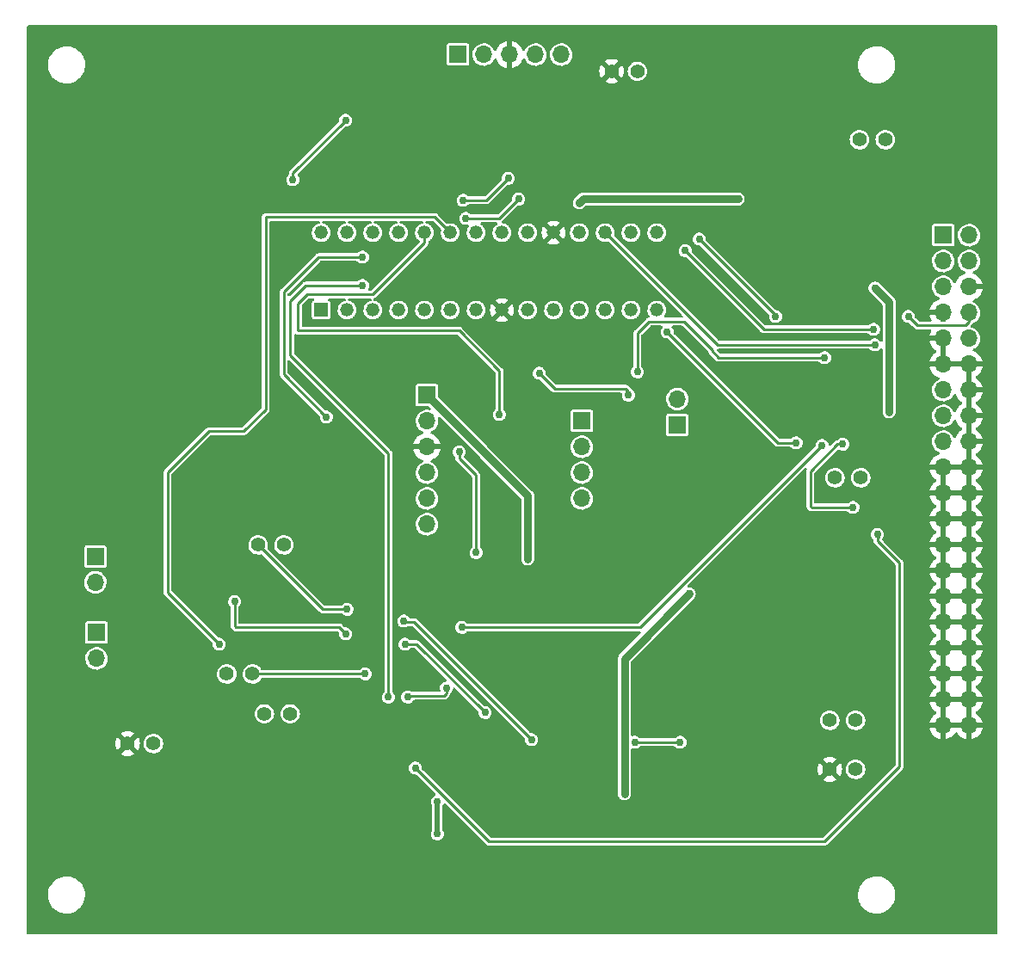
<source format=gbl>
%TF.GenerationSoftware,KiCad,Pcbnew,(6.0.1)*%
%TF.CreationDate,2022-03-21T02:34:04-06:00*%
%TF.ProjectId,ColoradoCUBE_Payload,436f6c6f-7261-4646-9f43-5542455f5061,rev?*%
%TF.SameCoordinates,Original*%
%TF.FileFunction,Copper,L2,Bot*%
%TF.FilePolarity,Positive*%
%FSLAX46Y46*%
G04 Gerber Fmt 4.6, Leading zero omitted, Abs format (unit mm)*
G04 Created by KiCad (PCBNEW (6.0.1)) date 2022-03-21 02:34:04*
%MOMM*%
%LPD*%
G01*
G04 APERTURE LIST*
%TA.AperFunction,ComponentPad*%
%ADD10C,1.400000*%
%TD*%
%TA.AperFunction,ComponentPad*%
%ADD11R,1.320800X1.320800*%
%TD*%
%TA.AperFunction,ComponentPad*%
%ADD12C,1.320800*%
%TD*%
%TA.AperFunction,ComponentPad*%
%ADD13R,1.700000X1.700000*%
%TD*%
%TA.AperFunction,ComponentPad*%
%ADD14O,1.700000X1.700000*%
%TD*%
%TA.AperFunction,ViaPad*%
%ADD15C,0.762000*%
%TD*%
%TA.AperFunction,Conductor*%
%ADD16C,0.762000*%
%TD*%
%TA.AperFunction,Conductor*%
%ADD17C,0.254000*%
%TD*%
%TA.AperFunction,Conductor*%
%ADD18C,0.508000*%
%TD*%
G04 APERTURE END LIST*
D10*
X162306000Y-46863000D03*
X164846000Y-46863000D03*
D11*
X133731000Y-70358000D03*
D12*
X136271000Y-70358000D03*
X138811000Y-70358000D03*
X141351000Y-70358000D03*
X143891000Y-70358000D03*
X146431000Y-70358000D03*
X148971000Y-70358000D03*
X151511000Y-70358000D03*
X154051000Y-70358000D03*
X156591000Y-70358000D03*
X159131000Y-70358000D03*
X161671000Y-70358000D03*
X164211000Y-70358000D03*
X166751000Y-70358000D03*
X166751000Y-62738000D03*
X164211000Y-62738000D03*
X161671000Y-62738000D03*
X159131000Y-62738000D03*
X156591000Y-62738000D03*
X154051000Y-62738000D03*
X151511000Y-62738000D03*
X148971000Y-62738000D03*
X146431000Y-62738000D03*
X143891000Y-62738000D03*
X141351000Y-62738000D03*
X138811000Y-62738000D03*
X136271000Y-62738000D03*
X133731000Y-62738000D03*
D13*
X159385000Y-81280000D03*
D14*
X159385000Y-83820000D03*
X159385000Y-86360000D03*
X159385000Y-88900000D03*
D10*
X126980000Y-106172000D03*
X124440000Y-106172000D03*
X127528000Y-93472000D03*
X130068000Y-93472000D03*
D13*
X144145000Y-78740000D03*
D14*
X144145000Y-81280000D03*
X144145000Y-83820000D03*
X144145000Y-86360000D03*
X144145000Y-88900000D03*
X144145000Y-91440000D03*
D10*
X183769000Y-110744000D03*
X186309000Y-110744000D03*
X186690000Y-53594000D03*
X189230000Y-53594000D03*
X183769000Y-115570000D03*
X186309000Y-115570000D03*
D13*
X168783000Y-81666000D03*
D14*
X168783000Y-79126000D03*
D10*
X184277000Y-86868000D03*
X186817000Y-86868000D03*
X128143000Y-110109000D03*
X130683000Y-110109000D03*
X114681000Y-113030000D03*
X117221000Y-113030000D03*
D13*
X147193000Y-45212000D03*
D14*
X149733000Y-45212000D03*
X152273000Y-45212000D03*
X154813000Y-45212000D03*
X157353000Y-45212000D03*
D13*
X111633000Y-102108000D03*
D14*
X111633000Y-104648000D03*
D13*
X111506000Y-94615000D03*
D14*
X111506000Y-97155000D03*
D13*
X194945000Y-62992000D03*
D14*
X197485000Y-62992000D03*
X194945000Y-65532000D03*
X197485000Y-65532000D03*
X194945000Y-68072000D03*
X197485000Y-68072000D03*
X194945000Y-70612000D03*
X197485000Y-70612000D03*
X194945000Y-73152000D03*
X197485000Y-73152000D03*
X194945000Y-75692000D03*
X197485000Y-75692000D03*
X194945000Y-78232000D03*
X197485000Y-78232000D03*
X194945000Y-80772000D03*
X197485000Y-80772000D03*
X194945000Y-83312000D03*
X197485000Y-83312000D03*
X194945000Y-85852000D03*
X197485000Y-85852000D03*
X194945000Y-88392000D03*
X197485000Y-88392000D03*
X194945000Y-90932000D03*
X197485000Y-90932000D03*
X194945000Y-93472000D03*
X197485000Y-93472000D03*
X194945000Y-96012000D03*
X197485000Y-96012000D03*
X194945000Y-98552000D03*
X197485000Y-98552000D03*
X194945000Y-101092000D03*
X197485000Y-101092000D03*
X194945000Y-103632000D03*
X197485000Y-103632000D03*
X194945000Y-106172000D03*
X197485000Y-106172000D03*
X194945000Y-108712000D03*
X197485000Y-108712000D03*
X194945000Y-111252000D03*
X197485000Y-111252000D03*
D15*
X154051000Y-94869000D03*
X159131000Y-59817000D03*
X174752000Y-59436000D03*
X188214000Y-73787000D03*
X191516000Y-70993000D03*
X169545000Y-64516000D03*
X188087000Y-72263000D03*
X146050000Y-107569000D03*
X142240000Y-108458000D03*
X138049000Y-106172000D03*
X183007000Y-83693000D03*
X147574000Y-101600000D03*
X143002000Y-115443000D03*
X188468000Y-92456000D03*
X186055000Y-89789000D03*
X185039000Y-83566000D03*
X130937000Y-57531000D03*
X136144000Y-51689000D03*
X147701000Y-59563000D03*
X152146000Y-57404000D03*
X153162000Y-59436000D03*
X147955000Y-61341000D03*
X136144000Y-102235000D03*
X178435000Y-70993000D03*
X164592000Y-112903000D03*
X170942000Y-63373000D03*
X141986000Y-103251000D03*
X125222000Y-99060000D03*
X149860000Y-109982000D03*
X164846000Y-76454000D03*
X183261000Y-75057000D03*
X169037000Y-112903000D03*
X167767000Y-72517000D03*
X141859000Y-100965000D03*
X154432000Y-112649000D03*
X180467000Y-83439000D03*
X136271000Y-99822000D03*
X151257000Y-80645000D03*
X147320000Y-84328000D03*
X148971000Y-94234000D03*
X123698000Y-103251000D03*
X163957000Y-78740000D03*
X155194000Y-76581000D03*
X137795000Y-67945000D03*
X140335000Y-108458000D03*
X137795000Y-65151000D03*
X134239000Y-80899000D03*
X163576000Y-117983000D03*
X169952500Y-98298000D03*
X188214000Y-68199000D03*
X189611000Y-80391000D03*
X145161000Y-118745000D03*
X145161000Y-121920000D03*
D16*
X174752000Y-59436000D02*
X159512000Y-59436000D01*
X159512000Y-59436000D02*
X159131000Y-59817000D01*
X154051000Y-94869000D02*
X154051000Y-88646000D01*
X154051000Y-88646000D02*
X144145000Y-78740000D01*
D17*
X172720000Y-73787000D02*
X188214000Y-73787000D01*
X191516000Y-70993000D02*
X192405000Y-71882000D01*
X197485000Y-71501000D02*
X197485000Y-70612000D01*
X192405000Y-71882000D02*
X197104000Y-71882000D01*
X197104000Y-71882000D02*
X197485000Y-71501000D01*
X161671000Y-62738000D02*
X172720000Y-73787000D01*
X177292000Y-72263000D02*
X188087000Y-72263000D01*
X169545000Y-64516000D02*
X177292000Y-72263000D01*
X146050000Y-108077000D02*
X146050000Y-107569000D01*
X142240000Y-108458000D02*
X142367000Y-108331000D01*
X165100000Y-101600000D02*
X183007000Y-83693000D01*
X147574000Y-101600000D02*
X165100000Y-101600000D01*
X145796000Y-108331000D02*
X146050000Y-108077000D01*
X126980000Y-106172000D02*
X138049000Y-106172000D01*
X142367000Y-108331000D02*
X145796000Y-108331000D01*
X184531000Y-83566000D02*
X185039000Y-83566000D01*
X188468000Y-93091000D02*
X188468000Y-92837000D01*
X186055000Y-89789000D02*
X181991000Y-89789000D01*
X181991000Y-89789000D02*
X181864000Y-89662000D01*
X143002000Y-115443000D02*
X150241000Y-122682000D01*
X190627000Y-95250000D02*
X188468000Y-93091000D01*
X183261000Y-122682000D02*
X190627000Y-115316000D01*
X188595000Y-92710000D02*
X188468000Y-92583000D01*
X181864000Y-86233000D02*
X184531000Y-83566000D01*
X188468000Y-92583000D02*
X188468000Y-92456000D01*
X188468000Y-92837000D02*
X188595000Y-92710000D01*
X181864000Y-89662000D02*
X181864000Y-86233000D01*
X190627000Y-115316000D02*
X190627000Y-95250000D01*
X150241000Y-122682000D02*
X183261000Y-122682000D01*
X136144000Y-51689000D02*
X130937000Y-56896000D01*
X130937000Y-56896000D02*
X130937000Y-57531000D01*
X149987000Y-59563000D02*
X147701000Y-59563000D01*
X152146000Y-57404000D02*
X149987000Y-59563000D01*
X153162000Y-59436000D02*
X151257000Y-61341000D01*
X151257000Y-61341000D02*
X147955000Y-61341000D01*
X172212000Y-74422000D02*
X172847000Y-75057000D01*
X164846000Y-72644000D02*
X164973000Y-72517000D01*
X169418000Y-71501000D02*
X172212000Y-74295000D01*
X149860000Y-109982000D02*
X143129000Y-103251000D01*
X125222000Y-101473000D02*
X125222000Y-99060000D01*
X125349000Y-101600000D02*
X125222000Y-101473000D01*
X164846000Y-76454000D02*
X164846000Y-72644000D01*
X172212000Y-74295000D02*
X172212000Y-74422000D01*
X164973000Y-72517000D02*
X165989000Y-71501000D01*
X170942000Y-63373000D02*
X178435000Y-70866000D01*
X168656000Y-112903000D02*
X169037000Y-112903000D01*
X143129000Y-103251000D02*
X141986000Y-103251000D01*
X136144000Y-102235000D02*
X135509000Y-101600000D01*
X165989000Y-71501000D02*
X169418000Y-71501000D01*
X178435000Y-70866000D02*
X178435000Y-70993000D01*
X172847000Y-75057000D02*
X183261000Y-75057000D01*
X135509000Y-101600000D02*
X125349000Y-101600000D01*
X168656000Y-112903000D02*
X164592000Y-112903000D01*
X136271000Y-99822000D02*
X133878000Y-99822000D01*
X142240000Y-101092000D02*
X141986000Y-101092000D01*
X133878000Y-99822000D02*
X127528000Y-93472000D01*
X141986000Y-101092000D02*
X141859000Y-100965000D01*
X142875000Y-101092000D02*
X142240000Y-101092000D01*
X167767000Y-72517000D02*
X178689000Y-83439000D01*
X178689000Y-83439000D02*
X180467000Y-83439000D01*
X154432000Y-112649000D02*
X142875000Y-101092000D01*
X148971000Y-94234000D02*
X148971000Y-86614000D01*
X147320000Y-72390000D02*
X131445000Y-72390000D01*
X151257000Y-80645000D02*
X151257000Y-76327000D01*
X151257000Y-76327000D02*
X147320000Y-72390000D01*
X138811000Y-68834000D02*
X143891000Y-63754000D01*
X131445000Y-69723000D02*
X132334000Y-68834000D01*
X143891000Y-63754000D02*
X143891000Y-62738000D01*
X147320000Y-84963000D02*
X147320000Y-84328000D01*
X148971000Y-86614000D02*
X147320000Y-84963000D01*
X132334000Y-68834000D02*
X138811000Y-68834000D01*
X131445000Y-72390000D02*
X131445000Y-69723000D01*
X123698000Y-103251000D02*
X118618000Y-98171000D01*
X118618000Y-86360000D02*
X122682000Y-82296000D01*
X128270000Y-80137000D02*
X128270000Y-61214000D01*
X128270000Y-61214000D02*
X144907000Y-61214000D01*
X122682000Y-82296000D02*
X126111000Y-82296000D01*
X118618000Y-98171000D02*
X118618000Y-86360000D01*
X144907000Y-61214000D02*
X146431000Y-62738000D01*
X126111000Y-82296000D02*
X128270000Y-80137000D01*
X163957000Y-78359000D02*
X163957000Y-78740000D01*
X155194000Y-76581000D02*
X156718000Y-78105000D01*
X156718000Y-78105000D02*
X163703000Y-78105000D01*
X163703000Y-78105000D02*
X163957000Y-78359000D01*
X130683000Y-69469000D02*
X130683000Y-74803000D01*
X130683000Y-74803000D02*
X134493000Y-78613000D01*
X134493000Y-78613000D02*
X140335000Y-84455000D01*
X137795000Y-67945000D02*
X132207000Y-67945000D01*
X140335000Y-106553000D02*
X140335000Y-108458000D01*
X140335000Y-84455000D02*
X140335000Y-106553000D01*
X132207000Y-67945000D02*
X130683000Y-69469000D01*
X133477000Y-65151000D02*
X137795000Y-65151000D01*
X130048000Y-68580000D02*
X133477000Y-65151000D01*
X134239000Y-80899000D02*
X130048000Y-76708000D01*
X130048000Y-76708000D02*
X130048000Y-68580000D01*
D16*
X163576000Y-117983000D02*
X163576000Y-104674500D01*
X163576000Y-104674500D02*
X169952500Y-98298000D01*
X188214000Y-68199000D02*
X189611000Y-69596000D01*
X189611000Y-69596000D02*
X189611000Y-80391000D01*
D18*
X145161000Y-121920000D02*
X145161000Y-118745000D01*
%TA.AperFunction,Conductor*%
G36*
X200221121Y-42354002D02*
G01*
X200267614Y-42407658D01*
X200279000Y-42460000D01*
X200279000Y-131700000D01*
X200258998Y-131768121D01*
X200205342Y-131814614D01*
X200153000Y-131826000D01*
X104913000Y-131826000D01*
X104844879Y-131805998D01*
X104798386Y-131752342D01*
X104787000Y-131700000D01*
X104787000Y-128042075D01*
X106850591Y-128042075D01*
X106887284Y-128311691D01*
X106888593Y-128316181D01*
X106888594Y-128316187D01*
X106920993Y-128427342D01*
X106963426Y-128572922D01*
X106965384Y-128577169D01*
X106965385Y-128577172D01*
X107008363Y-128670398D01*
X107077344Y-128820029D01*
X107107220Y-128865598D01*
X107223970Y-129043671D01*
X107223974Y-129043676D01*
X107226536Y-129047584D01*
X107407723Y-129250588D01*
X107616926Y-129424580D01*
X107849549Y-129565739D01*
X107853863Y-129567548D01*
X107853865Y-129567549D01*
X108096167Y-129669155D01*
X108096172Y-129669157D01*
X108100482Y-129670964D01*
X108105014Y-129672115D01*
X108105017Y-129672116D01*
X108236513Y-129705512D01*
X108364211Y-129737943D01*
X108590213Y-129760700D01*
X108752073Y-129760700D01*
X108754398Y-129760527D01*
X108754404Y-129760527D01*
X108949701Y-129746014D01*
X108949705Y-129746013D01*
X108954353Y-129745668D01*
X109219746Y-129685616D01*
X109224100Y-129683923D01*
X109468993Y-129588689D01*
X109468995Y-129588688D01*
X109473346Y-129586996D01*
X109477402Y-129584678D01*
X109705528Y-129454294D01*
X109705530Y-129454292D01*
X109709585Y-129451975D01*
X109923271Y-129283518D01*
X110109710Y-129085327D01*
X110264807Y-128861756D01*
X110385155Y-128617715D01*
X110468109Y-128358567D01*
X110511847Y-128090003D01*
X110512474Y-128042075D01*
X186550591Y-128042075D01*
X186587284Y-128311691D01*
X186588593Y-128316181D01*
X186588594Y-128316187D01*
X186620993Y-128427342D01*
X186663426Y-128572922D01*
X186665384Y-128577169D01*
X186665385Y-128577172D01*
X186708363Y-128670398D01*
X186777344Y-128820029D01*
X186807220Y-128865598D01*
X186923970Y-129043671D01*
X186923974Y-129043676D01*
X186926536Y-129047584D01*
X187107723Y-129250588D01*
X187316926Y-129424580D01*
X187549549Y-129565739D01*
X187553863Y-129567548D01*
X187553865Y-129567549D01*
X187796167Y-129669155D01*
X187796172Y-129669157D01*
X187800482Y-129670964D01*
X187805014Y-129672115D01*
X187805017Y-129672116D01*
X187936513Y-129705512D01*
X188064211Y-129737943D01*
X188290213Y-129760700D01*
X188452073Y-129760700D01*
X188454398Y-129760527D01*
X188454404Y-129760527D01*
X188649701Y-129746014D01*
X188649705Y-129746013D01*
X188654353Y-129745668D01*
X188919746Y-129685616D01*
X188924100Y-129683923D01*
X189168993Y-129588689D01*
X189168995Y-129588688D01*
X189173346Y-129586996D01*
X189177402Y-129584678D01*
X189405528Y-129454294D01*
X189405530Y-129454292D01*
X189409585Y-129451975D01*
X189623271Y-129283518D01*
X189809710Y-129085327D01*
X189964807Y-128861756D01*
X190085155Y-128617715D01*
X190168109Y-128358567D01*
X190211847Y-128090003D01*
X190215409Y-127817925D01*
X190178716Y-127548309D01*
X190166396Y-127506039D01*
X190145007Y-127432658D01*
X190102574Y-127287078D01*
X190079994Y-127238097D01*
X189990613Y-127044217D01*
X189988656Y-127039971D01*
X189955373Y-126989206D01*
X189842030Y-126816329D01*
X189842026Y-126816324D01*
X189839464Y-126812416D01*
X189658277Y-126609412D01*
X189449074Y-126435420D01*
X189216451Y-126294261D01*
X189165759Y-126273004D01*
X188969833Y-126190845D01*
X188969828Y-126190843D01*
X188965518Y-126189036D01*
X188960986Y-126187885D01*
X188960983Y-126187884D01*
X188829487Y-126154488D01*
X188701789Y-126122057D01*
X188475787Y-126099300D01*
X188313927Y-126099300D01*
X188311602Y-126099473D01*
X188311596Y-126099473D01*
X188116299Y-126113986D01*
X188116295Y-126113987D01*
X188111647Y-126114332D01*
X187846254Y-126174384D01*
X187841902Y-126176076D01*
X187841900Y-126176077D01*
X187597007Y-126271311D01*
X187597005Y-126271312D01*
X187592654Y-126273004D01*
X187588600Y-126275321D01*
X187588598Y-126275322D01*
X187551214Y-126296689D01*
X187356415Y-126408025D01*
X187142729Y-126576482D01*
X186956290Y-126774673D01*
X186801193Y-126998244D01*
X186680845Y-127242285D01*
X186597891Y-127501433D01*
X186554153Y-127769997D01*
X186550591Y-128042075D01*
X110512474Y-128042075D01*
X110515409Y-127817925D01*
X110478716Y-127548309D01*
X110466396Y-127506039D01*
X110445007Y-127432658D01*
X110402574Y-127287078D01*
X110379994Y-127238097D01*
X110290613Y-127044217D01*
X110288656Y-127039971D01*
X110255373Y-126989206D01*
X110142030Y-126816329D01*
X110142026Y-126816324D01*
X110139464Y-126812416D01*
X109958277Y-126609412D01*
X109749074Y-126435420D01*
X109516451Y-126294261D01*
X109465759Y-126273004D01*
X109269833Y-126190845D01*
X109269828Y-126190843D01*
X109265518Y-126189036D01*
X109260986Y-126187885D01*
X109260983Y-126187884D01*
X109129487Y-126154488D01*
X109001789Y-126122057D01*
X108775787Y-126099300D01*
X108613927Y-126099300D01*
X108611602Y-126099473D01*
X108611596Y-126099473D01*
X108416299Y-126113986D01*
X108416295Y-126113987D01*
X108411647Y-126114332D01*
X108146254Y-126174384D01*
X108141902Y-126176076D01*
X108141900Y-126176077D01*
X107897007Y-126271311D01*
X107897005Y-126271312D01*
X107892654Y-126273004D01*
X107888600Y-126275321D01*
X107888598Y-126275322D01*
X107851214Y-126296689D01*
X107656415Y-126408025D01*
X107442729Y-126576482D01*
X107256290Y-126774673D01*
X107101193Y-126998244D01*
X106980845Y-127242285D01*
X106897891Y-127501433D01*
X106854153Y-127769997D01*
X106850591Y-128042075D01*
X104787000Y-128042075D01*
X104787000Y-115436296D01*
X142361867Y-115436296D01*
X142368483Y-115496225D01*
X142377686Y-115579580D01*
X142378746Y-115589183D01*
X142381355Y-115596314D01*
X142381356Y-115596316D01*
X142385883Y-115608685D01*
X142431606Y-115733630D01*
X142435842Y-115739933D01*
X142435842Y-115739934D01*
X142513162Y-115854999D01*
X142513165Y-115855002D01*
X142517396Y-115861299D01*
X142523010Y-115866407D01*
X142602558Y-115938790D01*
X142631163Y-115964819D01*
X142766338Y-116038213D01*
X142915119Y-116077245D01*
X142998788Y-116078559D01*
X143048593Y-116079342D01*
X143116391Y-116100411D01*
X143135709Y-116116231D01*
X144965360Y-117945882D01*
X144999386Y-118008194D01*
X144994321Y-118079009D01*
X144951774Y-118135845D01*
X144934055Y-118146943D01*
X144807920Y-118212046D01*
X144801172Y-118215529D01*
X144795450Y-118220521D01*
X144795448Y-118220522D01*
X144690989Y-118311648D01*
X144685262Y-118316644D01*
X144596818Y-118442488D01*
X144594059Y-118449563D01*
X144594058Y-118449566D01*
X144544490Y-118576702D01*
X144540944Y-118585797D01*
X144539952Y-118593330D01*
X144539952Y-118593331D01*
X144536206Y-118621789D01*
X144520867Y-118738296D01*
X144537746Y-118891183D01*
X144540355Y-118898314D01*
X144540356Y-118898316D01*
X144549879Y-118924337D01*
X144590606Y-119035630D01*
X144594842Y-119041933D01*
X144594842Y-119041934D01*
X144631082Y-119095865D01*
X144652500Y-119166141D01*
X144652500Y-121498412D01*
X144629587Y-121570862D01*
X144596818Y-121617488D01*
X144594059Y-121624563D01*
X144594058Y-121624566D01*
X144543704Y-121753717D01*
X144540944Y-121760797D01*
X144520867Y-121913296D01*
X144537746Y-122066183D01*
X144540355Y-122073314D01*
X144540356Y-122073316D01*
X144547463Y-122092735D01*
X144590606Y-122210630D01*
X144594842Y-122216933D01*
X144594842Y-122216934D01*
X144672162Y-122331999D01*
X144672165Y-122332002D01*
X144676396Y-122338299D01*
X144790163Y-122441819D01*
X144925338Y-122515213D01*
X145074119Y-122554245D01*
X145153938Y-122555499D01*
X145220318Y-122556542D01*
X145220321Y-122556542D01*
X145227916Y-122556661D01*
X145235320Y-122554965D01*
X145235322Y-122554965D01*
X145290589Y-122542307D01*
X145377849Y-122522322D01*
X145399187Y-122511590D01*
X145508481Y-122456622D01*
X145508484Y-122456620D01*
X145515264Y-122453210D01*
X145632226Y-122353314D01*
X145721983Y-122228403D01*
X145779355Y-122085688D01*
X145801028Y-121933407D01*
X145801168Y-121920000D01*
X145799446Y-121905765D01*
X145783601Y-121774839D01*
X145782689Y-121767299D01*
X145728319Y-121623413D01*
X145719975Y-121611272D01*
X145691660Y-121570072D01*
X145669500Y-121498706D01*
X145669500Y-119167017D01*
X145693177Y-119093491D01*
X145717552Y-119059569D01*
X145721983Y-119053403D01*
X145751459Y-118980081D01*
X145795426Y-118924337D01*
X145862552Y-118901212D01*
X145931523Y-118918049D01*
X145957461Y-118937983D01*
X149932956Y-122913479D01*
X149948315Y-122932495D01*
X149949281Y-122933556D01*
X149954929Y-122942304D01*
X149963106Y-122948750D01*
X149981472Y-122963229D01*
X149985947Y-122967206D01*
X149986008Y-122967135D01*
X149989965Y-122970488D01*
X149993648Y-122974171D01*
X149997883Y-122977197D01*
X149997885Y-122977199D01*
X150009436Y-122985453D01*
X150014182Y-122989016D01*
X150054670Y-123020934D01*
X150063357Y-123023985D01*
X150070843Y-123029334D01*
X150080819Y-123032317D01*
X150080820Y-123032318D01*
X150112202Y-123041703D01*
X150116463Y-123042977D01*
X150120211Y-123044098D01*
X150125843Y-123045928D01*
X150174502Y-123063016D01*
X150180091Y-123063500D01*
X150182802Y-123063500D01*
X150185469Y-123063615D01*
X150185532Y-123063634D01*
X150185525Y-123063808D01*
X150186271Y-123063855D01*
X150192524Y-123065725D01*
X150242383Y-123063766D01*
X150246678Y-123063597D01*
X150251625Y-123063500D01*
X183206865Y-123063500D01*
X183231164Y-123066086D01*
X183232602Y-123066154D01*
X183242780Y-123068345D01*
X183276341Y-123064373D01*
X183282320Y-123064021D01*
X183282312Y-123063928D01*
X183287490Y-123063500D01*
X183292692Y-123063500D01*
X183311846Y-123060312D01*
X183317704Y-123059478D01*
X183334318Y-123057512D01*
X183358567Y-123054642D01*
X183358568Y-123054642D01*
X183368907Y-123053418D01*
X183377206Y-123049433D01*
X183386283Y-123047922D01*
X183431651Y-123023442D01*
X183436914Y-123020761D01*
X183476250Y-123001873D01*
X183476254Y-123001870D01*
X183483398Y-122998440D01*
X183487692Y-122994830D01*
X183489624Y-122992898D01*
X183491573Y-122991111D01*
X183491626Y-122991082D01*
X183491745Y-122991212D01*
X183492313Y-122990711D01*
X183498057Y-122987612D01*
X183534868Y-122947790D01*
X183538297Y-122944225D01*
X190858479Y-115624044D01*
X190877495Y-115608685D01*
X190878556Y-115607719D01*
X190887304Y-115602071D01*
X190908229Y-115575528D01*
X190912208Y-115571050D01*
X190912137Y-115570990D01*
X190915490Y-115567033D01*
X190919171Y-115563352D01*
X190930469Y-115547543D01*
X190934032Y-115542798D01*
X190959485Y-115510510D01*
X190965934Y-115502330D01*
X190968984Y-115493645D01*
X190974334Y-115486158D01*
X190989109Y-115436753D01*
X190990930Y-115431150D01*
X191005388Y-115389981D01*
X191008016Y-115382498D01*
X191008500Y-115376909D01*
X191008500Y-115374196D01*
X191008615Y-115371531D01*
X191008634Y-115371468D01*
X191008808Y-115371475D01*
X191008855Y-115370729D01*
X191010725Y-115364476D01*
X191008597Y-115310322D01*
X191008500Y-115305375D01*
X191008500Y-111519966D01*
X193613257Y-111519966D01*
X193643565Y-111654446D01*
X193646645Y-111664275D01*
X193726770Y-111861603D01*
X193731413Y-111870794D01*
X193842694Y-112052388D01*
X193848777Y-112060699D01*
X193988213Y-112221667D01*
X193995580Y-112228883D01*
X194159434Y-112364916D01*
X194167881Y-112370831D01*
X194351756Y-112478279D01*
X194361042Y-112482729D01*
X194560001Y-112558703D01*
X194569899Y-112561579D01*
X194673250Y-112582606D01*
X194687299Y-112581410D01*
X194691000Y-112571065D01*
X194691000Y-112570517D01*
X195199000Y-112570517D01*
X195203064Y-112584359D01*
X195216478Y-112586393D01*
X195223184Y-112585534D01*
X195233262Y-112583392D01*
X195437255Y-112522191D01*
X195446842Y-112518433D01*
X195638095Y-112424739D01*
X195646945Y-112419464D01*
X195820328Y-112295792D01*
X195828200Y-112289139D01*
X195979052Y-112138812D01*
X195985730Y-112130965D01*
X196113022Y-111953819D01*
X196114147Y-111954627D01*
X196161669Y-111910876D01*
X196231607Y-111898661D01*
X196297046Y-111926197D01*
X196324870Y-111958028D01*
X196382690Y-112052383D01*
X196388777Y-112060699D01*
X196528213Y-112221667D01*
X196535580Y-112228883D01*
X196699434Y-112364916D01*
X196707881Y-112370831D01*
X196891756Y-112478279D01*
X196901042Y-112482729D01*
X197100001Y-112558703D01*
X197109899Y-112561579D01*
X197213250Y-112582606D01*
X197227299Y-112581410D01*
X197231000Y-112571065D01*
X197231000Y-112570517D01*
X197739000Y-112570517D01*
X197743064Y-112584359D01*
X197756478Y-112586393D01*
X197763184Y-112585534D01*
X197773262Y-112583392D01*
X197977255Y-112522191D01*
X197986842Y-112518433D01*
X198178095Y-112424739D01*
X198186945Y-112419464D01*
X198360328Y-112295792D01*
X198368200Y-112289139D01*
X198519052Y-112138812D01*
X198525730Y-112130965D01*
X198650003Y-111958020D01*
X198655313Y-111949183D01*
X198749670Y-111758267D01*
X198753469Y-111748672D01*
X198815377Y-111544910D01*
X198817555Y-111534837D01*
X198818986Y-111523962D01*
X198816775Y-111509778D01*
X198803617Y-111506000D01*
X197757115Y-111506000D01*
X197741876Y-111510475D01*
X197740671Y-111511865D01*
X197739000Y-111519548D01*
X197739000Y-112570517D01*
X197231000Y-112570517D01*
X197231000Y-111524115D01*
X197226525Y-111508876D01*
X197225135Y-111507671D01*
X197217452Y-111506000D01*
X195217115Y-111506000D01*
X195201876Y-111510475D01*
X195200671Y-111511865D01*
X195199000Y-111519548D01*
X195199000Y-112570517D01*
X194691000Y-112570517D01*
X194691000Y-111524115D01*
X194686525Y-111508876D01*
X194685135Y-111507671D01*
X194677452Y-111506000D01*
X193628225Y-111506000D01*
X193614694Y-111509973D01*
X193613257Y-111519966D01*
X191008500Y-111519966D01*
X191008500Y-110986183D01*
X193609389Y-110986183D01*
X193610912Y-110994607D01*
X193623292Y-110998000D01*
X194672885Y-110998000D01*
X194688124Y-110993525D01*
X194689329Y-110992135D01*
X194691000Y-110984452D01*
X194691000Y-110979885D01*
X195199000Y-110979885D01*
X195203475Y-110995124D01*
X195204865Y-110996329D01*
X195212548Y-110998000D01*
X197212885Y-110998000D01*
X197228124Y-110993525D01*
X197229329Y-110992135D01*
X197231000Y-110984452D01*
X197231000Y-110979885D01*
X197739000Y-110979885D01*
X197743475Y-110995124D01*
X197744865Y-110996329D01*
X197752548Y-110998000D01*
X198803344Y-110998000D01*
X198816875Y-110994027D01*
X198818180Y-110984947D01*
X198776214Y-110817875D01*
X198772894Y-110808124D01*
X198687972Y-110612814D01*
X198683105Y-110603739D01*
X198567426Y-110424926D01*
X198561136Y-110416757D01*
X198417806Y-110259240D01*
X198410273Y-110252215D01*
X198243139Y-110120222D01*
X198234552Y-110114517D01*
X198197116Y-110093851D01*
X198147146Y-110043419D01*
X198132374Y-109973976D01*
X198157490Y-109907571D01*
X198184842Y-109880964D01*
X198360327Y-109755792D01*
X198368200Y-109749139D01*
X198519052Y-109598812D01*
X198525730Y-109590965D01*
X198650003Y-109418020D01*
X198655313Y-109409183D01*
X198749670Y-109218267D01*
X198753469Y-109208672D01*
X198815377Y-109004910D01*
X198817555Y-108994837D01*
X198818986Y-108983962D01*
X198816775Y-108969778D01*
X198803617Y-108966000D01*
X197757115Y-108966000D01*
X197741876Y-108970475D01*
X197740671Y-108971865D01*
X197739000Y-108979548D01*
X197739000Y-110979885D01*
X197231000Y-110979885D01*
X197231000Y-108984115D01*
X197226525Y-108968876D01*
X197225135Y-108967671D01*
X197217452Y-108966000D01*
X195217115Y-108966000D01*
X195201876Y-108970475D01*
X195200671Y-108971865D01*
X195199000Y-108979548D01*
X195199000Y-110979885D01*
X194691000Y-110979885D01*
X194691000Y-108984115D01*
X194686525Y-108968876D01*
X194685135Y-108967671D01*
X194677452Y-108966000D01*
X193628225Y-108966000D01*
X193614694Y-108969973D01*
X193613257Y-108979966D01*
X193643565Y-109114446D01*
X193646645Y-109124275D01*
X193726770Y-109321603D01*
X193731413Y-109330794D01*
X193842694Y-109512388D01*
X193848777Y-109520699D01*
X193988213Y-109681667D01*
X193995580Y-109688883D01*
X194159434Y-109824916D01*
X194167881Y-109830831D01*
X194237479Y-109871501D01*
X194286203Y-109923140D01*
X194299274Y-109992923D01*
X194272543Y-110058694D01*
X194232087Y-110092053D01*
X194223462Y-110096542D01*
X194214738Y-110102036D01*
X194044433Y-110229905D01*
X194036726Y-110236748D01*
X193889590Y-110390717D01*
X193883104Y-110398727D01*
X193763098Y-110574649D01*
X193758000Y-110583623D01*
X193668338Y-110776783D01*
X193664775Y-110786470D01*
X193609389Y-110986183D01*
X191008500Y-110986183D01*
X191008500Y-108446183D01*
X193609389Y-108446183D01*
X193610912Y-108454607D01*
X193623292Y-108458000D01*
X194672885Y-108458000D01*
X194688124Y-108453525D01*
X194689329Y-108452135D01*
X194691000Y-108444452D01*
X194691000Y-108439885D01*
X195199000Y-108439885D01*
X195203475Y-108455124D01*
X195204865Y-108456329D01*
X195212548Y-108458000D01*
X197212885Y-108458000D01*
X197228124Y-108453525D01*
X197229329Y-108452135D01*
X197231000Y-108444452D01*
X197231000Y-108439885D01*
X197739000Y-108439885D01*
X197743475Y-108455124D01*
X197744865Y-108456329D01*
X197752548Y-108458000D01*
X198803344Y-108458000D01*
X198816875Y-108454027D01*
X198818180Y-108444947D01*
X198776214Y-108277875D01*
X198772894Y-108268124D01*
X198687972Y-108072814D01*
X198683105Y-108063739D01*
X198567426Y-107884926D01*
X198561136Y-107876757D01*
X198417806Y-107719240D01*
X198410273Y-107712215D01*
X198243139Y-107580222D01*
X198234552Y-107574517D01*
X198197116Y-107553851D01*
X198147146Y-107503419D01*
X198132374Y-107433976D01*
X198157490Y-107367571D01*
X198184842Y-107340964D01*
X198360327Y-107215792D01*
X198368200Y-107209139D01*
X198519052Y-107058812D01*
X198525730Y-107050965D01*
X198650003Y-106878020D01*
X198655313Y-106869183D01*
X198749670Y-106678267D01*
X198753469Y-106668672D01*
X198815377Y-106464910D01*
X198817555Y-106454837D01*
X198818986Y-106443962D01*
X198816775Y-106429778D01*
X198803617Y-106426000D01*
X197757115Y-106426000D01*
X197741876Y-106430475D01*
X197740671Y-106431865D01*
X197739000Y-106439548D01*
X197739000Y-108439885D01*
X197231000Y-108439885D01*
X197231000Y-106444115D01*
X197226525Y-106428876D01*
X197225135Y-106427671D01*
X197217452Y-106426000D01*
X195217115Y-106426000D01*
X195201876Y-106430475D01*
X195200671Y-106431865D01*
X195199000Y-106439548D01*
X195199000Y-108439885D01*
X194691000Y-108439885D01*
X194691000Y-106444115D01*
X194686525Y-106428876D01*
X194685135Y-106427671D01*
X194677452Y-106426000D01*
X193628225Y-106426000D01*
X193614694Y-106429973D01*
X193613257Y-106439966D01*
X193643565Y-106574446D01*
X193646645Y-106584275D01*
X193726770Y-106781603D01*
X193731413Y-106790794D01*
X193842694Y-106972388D01*
X193848777Y-106980699D01*
X193988213Y-107141667D01*
X193995580Y-107148883D01*
X194159434Y-107284916D01*
X194167881Y-107290831D01*
X194237479Y-107331501D01*
X194286203Y-107383140D01*
X194299274Y-107452923D01*
X194272543Y-107518694D01*
X194232087Y-107552053D01*
X194223462Y-107556542D01*
X194214738Y-107562036D01*
X194044433Y-107689905D01*
X194036726Y-107696748D01*
X193889590Y-107850717D01*
X193883104Y-107858727D01*
X193763098Y-108034649D01*
X193758000Y-108043623D01*
X193668338Y-108236783D01*
X193664775Y-108246470D01*
X193609389Y-108446183D01*
X191008500Y-108446183D01*
X191008500Y-105906183D01*
X193609389Y-105906183D01*
X193610912Y-105914607D01*
X193623292Y-105918000D01*
X194672885Y-105918000D01*
X194688124Y-105913525D01*
X194689329Y-105912135D01*
X194691000Y-105904452D01*
X194691000Y-105899885D01*
X195199000Y-105899885D01*
X195203475Y-105915124D01*
X195204865Y-105916329D01*
X195212548Y-105918000D01*
X197212885Y-105918000D01*
X197228124Y-105913525D01*
X197229329Y-105912135D01*
X197231000Y-105904452D01*
X197231000Y-105899885D01*
X197739000Y-105899885D01*
X197743475Y-105915124D01*
X197744865Y-105916329D01*
X197752548Y-105918000D01*
X198803344Y-105918000D01*
X198816875Y-105914027D01*
X198818180Y-105904947D01*
X198776214Y-105737875D01*
X198772894Y-105728124D01*
X198687972Y-105532814D01*
X198683105Y-105523739D01*
X198567426Y-105344926D01*
X198561136Y-105336757D01*
X198417806Y-105179240D01*
X198410273Y-105172215D01*
X198243139Y-105040222D01*
X198234552Y-105034517D01*
X198197116Y-105013851D01*
X198147146Y-104963419D01*
X198132374Y-104893976D01*
X198157490Y-104827571D01*
X198184842Y-104800964D01*
X198360327Y-104675792D01*
X198368200Y-104669139D01*
X198519052Y-104518812D01*
X198525730Y-104510965D01*
X198650003Y-104338020D01*
X198655313Y-104329183D01*
X198749670Y-104138267D01*
X198753469Y-104128672D01*
X198815377Y-103924910D01*
X198817555Y-103914837D01*
X198818986Y-103903962D01*
X198816775Y-103889778D01*
X198803617Y-103886000D01*
X197757115Y-103886000D01*
X197741876Y-103890475D01*
X197740671Y-103891865D01*
X197739000Y-103899548D01*
X197739000Y-105899885D01*
X197231000Y-105899885D01*
X197231000Y-103904115D01*
X197226525Y-103888876D01*
X197225135Y-103887671D01*
X197217452Y-103886000D01*
X195217115Y-103886000D01*
X195201876Y-103890475D01*
X195200671Y-103891865D01*
X195199000Y-103899548D01*
X195199000Y-105899885D01*
X194691000Y-105899885D01*
X194691000Y-103904115D01*
X194686525Y-103888876D01*
X194685135Y-103887671D01*
X194677452Y-103886000D01*
X193628225Y-103886000D01*
X193614694Y-103889973D01*
X193613257Y-103899966D01*
X193643565Y-104034446D01*
X193646645Y-104044275D01*
X193726770Y-104241603D01*
X193731413Y-104250794D01*
X193842694Y-104432388D01*
X193848777Y-104440699D01*
X193988213Y-104601667D01*
X193995580Y-104608883D01*
X194159434Y-104744916D01*
X194167881Y-104750831D01*
X194237479Y-104791501D01*
X194286203Y-104843140D01*
X194299274Y-104912923D01*
X194272543Y-104978694D01*
X194232087Y-105012053D01*
X194223462Y-105016542D01*
X194214738Y-105022036D01*
X194044433Y-105149905D01*
X194036726Y-105156748D01*
X193889590Y-105310717D01*
X193883104Y-105318727D01*
X193763098Y-105494649D01*
X193758000Y-105503623D01*
X193668338Y-105696783D01*
X193664775Y-105706470D01*
X193609389Y-105906183D01*
X191008500Y-105906183D01*
X191008500Y-103366183D01*
X193609389Y-103366183D01*
X193610912Y-103374607D01*
X193623292Y-103378000D01*
X194672885Y-103378000D01*
X194688124Y-103373525D01*
X194689329Y-103372135D01*
X194691000Y-103364452D01*
X194691000Y-103359885D01*
X195199000Y-103359885D01*
X195203475Y-103375124D01*
X195204865Y-103376329D01*
X195212548Y-103378000D01*
X197212885Y-103378000D01*
X197228124Y-103373525D01*
X197229329Y-103372135D01*
X197231000Y-103364452D01*
X197231000Y-103359885D01*
X197739000Y-103359885D01*
X197743475Y-103375124D01*
X197744865Y-103376329D01*
X197752548Y-103378000D01*
X198803344Y-103378000D01*
X198816875Y-103374027D01*
X198818180Y-103364947D01*
X198776214Y-103197875D01*
X198772894Y-103188124D01*
X198687972Y-102992814D01*
X198683105Y-102983739D01*
X198567426Y-102804926D01*
X198561136Y-102796757D01*
X198417806Y-102639240D01*
X198410273Y-102632215D01*
X198243139Y-102500222D01*
X198234552Y-102494517D01*
X198197116Y-102473851D01*
X198147146Y-102423419D01*
X198132374Y-102353976D01*
X198157490Y-102287571D01*
X198184842Y-102260964D01*
X198360327Y-102135792D01*
X198368200Y-102129139D01*
X198519052Y-101978812D01*
X198525730Y-101970965D01*
X198650003Y-101798020D01*
X198655313Y-101789183D01*
X198749670Y-101598267D01*
X198753469Y-101588672D01*
X198815377Y-101384910D01*
X198817555Y-101374837D01*
X198818986Y-101363962D01*
X198816775Y-101349778D01*
X198803617Y-101346000D01*
X197757115Y-101346000D01*
X197741876Y-101350475D01*
X197740671Y-101351865D01*
X197739000Y-101359548D01*
X197739000Y-103359885D01*
X197231000Y-103359885D01*
X197231000Y-101364115D01*
X197226525Y-101348876D01*
X197225135Y-101347671D01*
X197217452Y-101346000D01*
X195217115Y-101346000D01*
X195201876Y-101350475D01*
X195200671Y-101351865D01*
X195199000Y-101359548D01*
X195199000Y-103359885D01*
X194691000Y-103359885D01*
X194691000Y-101364115D01*
X194686525Y-101348876D01*
X194685135Y-101347671D01*
X194677452Y-101346000D01*
X193628225Y-101346000D01*
X193614694Y-101349973D01*
X193613257Y-101359966D01*
X193643565Y-101494446D01*
X193646645Y-101504275D01*
X193726770Y-101701603D01*
X193731413Y-101710794D01*
X193842694Y-101892388D01*
X193848777Y-101900699D01*
X193988213Y-102061667D01*
X193995580Y-102068883D01*
X194159434Y-102204916D01*
X194167881Y-102210831D01*
X194237479Y-102251501D01*
X194286203Y-102303140D01*
X194299274Y-102372923D01*
X194272543Y-102438694D01*
X194232087Y-102472053D01*
X194223462Y-102476542D01*
X194214738Y-102482036D01*
X194044433Y-102609905D01*
X194036726Y-102616748D01*
X193889590Y-102770717D01*
X193883104Y-102778727D01*
X193763098Y-102954649D01*
X193758000Y-102963623D01*
X193668338Y-103156783D01*
X193664775Y-103166470D01*
X193609389Y-103366183D01*
X191008500Y-103366183D01*
X191008500Y-100826183D01*
X193609389Y-100826183D01*
X193610912Y-100834607D01*
X193623292Y-100838000D01*
X194672885Y-100838000D01*
X194688124Y-100833525D01*
X194689329Y-100832135D01*
X194691000Y-100824452D01*
X194691000Y-100819885D01*
X195199000Y-100819885D01*
X195203475Y-100835124D01*
X195204865Y-100836329D01*
X195212548Y-100838000D01*
X197212885Y-100838000D01*
X197228124Y-100833525D01*
X197229329Y-100832135D01*
X197231000Y-100824452D01*
X197231000Y-100819885D01*
X197739000Y-100819885D01*
X197743475Y-100835124D01*
X197744865Y-100836329D01*
X197752548Y-100838000D01*
X198803344Y-100838000D01*
X198816875Y-100834027D01*
X198818180Y-100824947D01*
X198776214Y-100657875D01*
X198772894Y-100648124D01*
X198687972Y-100452814D01*
X198683105Y-100443739D01*
X198567426Y-100264926D01*
X198561136Y-100256757D01*
X198417806Y-100099240D01*
X198410273Y-100092215D01*
X198243139Y-99960222D01*
X198234552Y-99954517D01*
X198197116Y-99933851D01*
X198147146Y-99883419D01*
X198132374Y-99813976D01*
X198157490Y-99747571D01*
X198184842Y-99720964D01*
X198360327Y-99595792D01*
X198368200Y-99589139D01*
X198519052Y-99438812D01*
X198525730Y-99430965D01*
X198650003Y-99258020D01*
X198655313Y-99249183D01*
X198749670Y-99058267D01*
X198753469Y-99048672D01*
X198815377Y-98844910D01*
X198817555Y-98834837D01*
X198818986Y-98823962D01*
X198816775Y-98809778D01*
X198803617Y-98806000D01*
X197757115Y-98806000D01*
X197741876Y-98810475D01*
X197740671Y-98811865D01*
X197739000Y-98819548D01*
X197739000Y-100819885D01*
X197231000Y-100819885D01*
X197231000Y-98824115D01*
X197226525Y-98808876D01*
X197225135Y-98807671D01*
X197217452Y-98806000D01*
X195217115Y-98806000D01*
X195201876Y-98810475D01*
X195200671Y-98811865D01*
X195199000Y-98819548D01*
X195199000Y-100819885D01*
X194691000Y-100819885D01*
X194691000Y-98824115D01*
X194686525Y-98808876D01*
X194685135Y-98807671D01*
X194677452Y-98806000D01*
X193628225Y-98806000D01*
X193614694Y-98809973D01*
X193613257Y-98819966D01*
X193643565Y-98954446D01*
X193646645Y-98964275D01*
X193726770Y-99161603D01*
X193731413Y-99170794D01*
X193842694Y-99352388D01*
X193848777Y-99360699D01*
X193988213Y-99521667D01*
X193995580Y-99528883D01*
X194159434Y-99664916D01*
X194167881Y-99670831D01*
X194237479Y-99711501D01*
X194286203Y-99763140D01*
X194299274Y-99832923D01*
X194272543Y-99898694D01*
X194232087Y-99932053D01*
X194223462Y-99936542D01*
X194214738Y-99942036D01*
X194044433Y-100069905D01*
X194036726Y-100076748D01*
X193889590Y-100230717D01*
X193883104Y-100238727D01*
X193763098Y-100414649D01*
X193758000Y-100423623D01*
X193668338Y-100616783D01*
X193664775Y-100626470D01*
X193609389Y-100826183D01*
X191008500Y-100826183D01*
X191008500Y-98286183D01*
X193609389Y-98286183D01*
X193610912Y-98294607D01*
X193623292Y-98298000D01*
X194672885Y-98298000D01*
X194688124Y-98293525D01*
X194689329Y-98292135D01*
X194691000Y-98284452D01*
X194691000Y-98279885D01*
X195199000Y-98279885D01*
X195203475Y-98295124D01*
X195204865Y-98296329D01*
X195212548Y-98298000D01*
X197212885Y-98298000D01*
X197228124Y-98293525D01*
X197229329Y-98292135D01*
X197231000Y-98284452D01*
X197231000Y-98279885D01*
X197739000Y-98279885D01*
X197743475Y-98295124D01*
X197744865Y-98296329D01*
X197752548Y-98298000D01*
X198803344Y-98298000D01*
X198816875Y-98294027D01*
X198818180Y-98284947D01*
X198776214Y-98117875D01*
X198772894Y-98108124D01*
X198687972Y-97912814D01*
X198683105Y-97903739D01*
X198567426Y-97724926D01*
X198561136Y-97716757D01*
X198417806Y-97559240D01*
X198410273Y-97552215D01*
X198243139Y-97420222D01*
X198234552Y-97414517D01*
X198197116Y-97393851D01*
X198147146Y-97343419D01*
X198132374Y-97273976D01*
X198157490Y-97207571D01*
X198184842Y-97180964D01*
X198360327Y-97055792D01*
X198368200Y-97049139D01*
X198519052Y-96898812D01*
X198525730Y-96890965D01*
X198650003Y-96718020D01*
X198655313Y-96709183D01*
X198749670Y-96518267D01*
X198753469Y-96508672D01*
X198815377Y-96304910D01*
X198817555Y-96294837D01*
X198818986Y-96283962D01*
X198816775Y-96269778D01*
X198803617Y-96266000D01*
X197757115Y-96266000D01*
X197741876Y-96270475D01*
X197740671Y-96271865D01*
X197739000Y-96279548D01*
X197739000Y-98279885D01*
X197231000Y-98279885D01*
X197231000Y-96284115D01*
X197226525Y-96268876D01*
X197225135Y-96267671D01*
X197217452Y-96266000D01*
X195217115Y-96266000D01*
X195201876Y-96270475D01*
X195200671Y-96271865D01*
X195199000Y-96279548D01*
X195199000Y-98279885D01*
X194691000Y-98279885D01*
X194691000Y-96284115D01*
X194686525Y-96268876D01*
X194685135Y-96267671D01*
X194677452Y-96266000D01*
X193628225Y-96266000D01*
X193614694Y-96269973D01*
X193613257Y-96279966D01*
X193643565Y-96414446D01*
X193646645Y-96424275D01*
X193726770Y-96621603D01*
X193731413Y-96630794D01*
X193842694Y-96812388D01*
X193848777Y-96820699D01*
X193988213Y-96981667D01*
X193995580Y-96988883D01*
X194159434Y-97124916D01*
X194167881Y-97130831D01*
X194237479Y-97171501D01*
X194286203Y-97223140D01*
X194299274Y-97292923D01*
X194272543Y-97358694D01*
X194232087Y-97392053D01*
X194223462Y-97396542D01*
X194214738Y-97402036D01*
X194044433Y-97529905D01*
X194036726Y-97536748D01*
X193889590Y-97690717D01*
X193883104Y-97698727D01*
X193763098Y-97874649D01*
X193758000Y-97883623D01*
X193668338Y-98076783D01*
X193664775Y-98086470D01*
X193609389Y-98286183D01*
X191008500Y-98286183D01*
X191008500Y-95746183D01*
X193609389Y-95746183D01*
X193610912Y-95754607D01*
X193623292Y-95758000D01*
X194672885Y-95758000D01*
X194688124Y-95753525D01*
X194689329Y-95752135D01*
X194691000Y-95744452D01*
X194691000Y-95739885D01*
X195199000Y-95739885D01*
X195203475Y-95755124D01*
X195204865Y-95756329D01*
X195212548Y-95758000D01*
X197212885Y-95758000D01*
X197228124Y-95753525D01*
X197229329Y-95752135D01*
X197231000Y-95744452D01*
X197231000Y-95739885D01*
X197739000Y-95739885D01*
X197743475Y-95755124D01*
X197744865Y-95756329D01*
X197752548Y-95758000D01*
X198803344Y-95758000D01*
X198816875Y-95754027D01*
X198818180Y-95744947D01*
X198776214Y-95577875D01*
X198772894Y-95568124D01*
X198687972Y-95372814D01*
X198683105Y-95363739D01*
X198567426Y-95184926D01*
X198561136Y-95176757D01*
X198417806Y-95019240D01*
X198410273Y-95012215D01*
X198243139Y-94880222D01*
X198234552Y-94874517D01*
X198197116Y-94853851D01*
X198147146Y-94803419D01*
X198132374Y-94733976D01*
X198157490Y-94667571D01*
X198184842Y-94640964D01*
X198360327Y-94515792D01*
X198368200Y-94509139D01*
X198519052Y-94358812D01*
X198525730Y-94350965D01*
X198650003Y-94178020D01*
X198655313Y-94169183D01*
X198749670Y-93978267D01*
X198753469Y-93968672D01*
X198815377Y-93764910D01*
X198817555Y-93754837D01*
X198818986Y-93743962D01*
X198816775Y-93729778D01*
X198803617Y-93726000D01*
X197757115Y-93726000D01*
X197741876Y-93730475D01*
X197740671Y-93731865D01*
X197739000Y-93739548D01*
X197739000Y-95739885D01*
X197231000Y-95739885D01*
X197231000Y-93744115D01*
X197226525Y-93728876D01*
X197225135Y-93727671D01*
X197217452Y-93726000D01*
X195217115Y-93726000D01*
X195201876Y-93730475D01*
X195200671Y-93731865D01*
X195199000Y-93739548D01*
X195199000Y-95739885D01*
X194691000Y-95739885D01*
X194691000Y-93744115D01*
X194686525Y-93728876D01*
X194685135Y-93727671D01*
X194677452Y-93726000D01*
X193628225Y-93726000D01*
X193614694Y-93729973D01*
X193613257Y-93739966D01*
X193643565Y-93874446D01*
X193646645Y-93884275D01*
X193726770Y-94081603D01*
X193731413Y-94090794D01*
X193842694Y-94272388D01*
X193848777Y-94280699D01*
X193988213Y-94441667D01*
X193995580Y-94448883D01*
X194159434Y-94584916D01*
X194167881Y-94590831D01*
X194237479Y-94631501D01*
X194286203Y-94683140D01*
X194299274Y-94752923D01*
X194272543Y-94818694D01*
X194232087Y-94852053D01*
X194223462Y-94856542D01*
X194214738Y-94862036D01*
X194044433Y-94989905D01*
X194036726Y-94996748D01*
X193889590Y-95150717D01*
X193883104Y-95158727D01*
X193763098Y-95334649D01*
X193758000Y-95343623D01*
X193668338Y-95536783D01*
X193664775Y-95546470D01*
X193609389Y-95746183D01*
X191008500Y-95746183D01*
X191008500Y-95304135D01*
X191011086Y-95279836D01*
X191011154Y-95278398D01*
X191013345Y-95268220D01*
X191009373Y-95234658D01*
X191009021Y-95228680D01*
X191008928Y-95228688D01*
X191008500Y-95223510D01*
X191008500Y-95218308D01*
X191005312Y-95199154D01*
X191004477Y-95193289D01*
X191003327Y-95183567D01*
X190998418Y-95142093D01*
X190994433Y-95133794D01*
X190992922Y-95124717D01*
X190968442Y-95079349D01*
X190965761Y-95074086D01*
X190946873Y-95034750D01*
X190946870Y-95034746D01*
X190943440Y-95027602D01*
X190939830Y-95023308D01*
X190937898Y-95021376D01*
X190936111Y-95019427D01*
X190936082Y-95019374D01*
X190936212Y-95019255D01*
X190935711Y-95018687D01*
X190932612Y-95012943D01*
X190907690Y-94989905D01*
X190892792Y-94976134D01*
X190889226Y-94972704D01*
X189122706Y-93206183D01*
X193609389Y-93206183D01*
X193610912Y-93214607D01*
X193623292Y-93218000D01*
X194672885Y-93218000D01*
X194688124Y-93213525D01*
X194689329Y-93212135D01*
X194691000Y-93204452D01*
X194691000Y-93199885D01*
X195199000Y-93199885D01*
X195203475Y-93215124D01*
X195204865Y-93216329D01*
X195212548Y-93218000D01*
X197212885Y-93218000D01*
X197228124Y-93213525D01*
X197229329Y-93212135D01*
X197231000Y-93204452D01*
X197231000Y-93199885D01*
X197739000Y-93199885D01*
X197743475Y-93215124D01*
X197744865Y-93216329D01*
X197752548Y-93218000D01*
X198803344Y-93218000D01*
X198816875Y-93214027D01*
X198818180Y-93204947D01*
X198776214Y-93037875D01*
X198772894Y-93028124D01*
X198687972Y-92832814D01*
X198683105Y-92823739D01*
X198567426Y-92644926D01*
X198561136Y-92636757D01*
X198417806Y-92479240D01*
X198410273Y-92472215D01*
X198243139Y-92340222D01*
X198234552Y-92334517D01*
X198197116Y-92313851D01*
X198147146Y-92263419D01*
X198132374Y-92193976D01*
X198157490Y-92127571D01*
X198184842Y-92100964D01*
X198360327Y-91975792D01*
X198368200Y-91969139D01*
X198519052Y-91818812D01*
X198525730Y-91810965D01*
X198650003Y-91638020D01*
X198655313Y-91629183D01*
X198749670Y-91438267D01*
X198753469Y-91428672D01*
X198815377Y-91224910D01*
X198817555Y-91214837D01*
X198818986Y-91203962D01*
X198816775Y-91189778D01*
X198803617Y-91186000D01*
X197757115Y-91186000D01*
X197741876Y-91190475D01*
X197740671Y-91191865D01*
X197739000Y-91199548D01*
X197739000Y-93199885D01*
X197231000Y-93199885D01*
X197231000Y-91204115D01*
X197226525Y-91188876D01*
X197225135Y-91187671D01*
X197217452Y-91186000D01*
X195217115Y-91186000D01*
X195201876Y-91190475D01*
X195200671Y-91191865D01*
X195199000Y-91199548D01*
X195199000Y-93199885D01*
X194691000Y-93199885D01*
X194691000Y-91204115D01*
X194686525Y-91188876D01*
X194685135Y-91187671D01*
X194677452Y-91186000D01*
X193628225Y-91186000D01*
X193614694Y-91189973D01*
X193613257Y-91199966D01*
X193643565Y-91334446D01*
X193646645Y-91344275D01*
X193726770Y-91541603D01*
X193731413Y-91550794D01*
X193842694Y-91732388D01*
X193848777Y-91740699D01*
X193988213Y-91901667D01*
X193995580Y-91908883D01*
X194159434Y-92044916D01*
X194167881Y-92050831D01*
X194237479Y-92091501D01*
X194286203Y-92143140D01*
X194299274Y-92212923D01*
X194272543Y-92278694D01*
X194232087Y-92312053D01*
X194223462Y-92316542D01*
X194214738Y-92322036D01*
X194044433Y-92449905D01*
X194036726Y-92456748D01*
X193889590Y-92610717D01*
X193883104Y-92618727D01*
X193763098Y-92794649D01*
X193758000Y-92803623D01*
X193668338Y-92996783D01*
X193664775Y-93006470D01*
X193609389Y-93206183D01*
X189122706Y-93206183D01*
X188959146Y-93042623D01*
X188925120Y-92980311D01*
X188930185Y-92909495D01*
X188945918Y-92880003D01*
X189024550Y-92770574D01*
X189024554Y-92770566D01*
X189028983Y-92764403D01*
X189086355Y-92621688D01*
X189108028Y-92469407D01*
X189108168Y-92456000D01*
X189107431Y-92449905D01*
X189091956Y-92322036D01*
X189089689Y-92303299D01*
X189035319Y-92159413D01*
X188972683Y-92068276D01*
X188952499Y-92038908D01*
X188952497Y-92038906D01*
X188948197Y-92032649D01*
X188833353Y-91930327D01*
X188819602Y-91923046D01*
X188704131Y-91861907D01*
X188704128Y-91861906D01*
X188697416Y-91858352D01*
X188548234Y-91820880D01*
X188540636Y-91820840D01*
X188540634Y-91820840D01*
X188475143Y-91820497D01*
X188394421Y-91820075D01*
X188387042Y-91821847D01*
X188387038Y-91821847D01*
X188252234Y-91854210D01*
X188252230Y-91854211D01*
X188244855Y-91855982D01*
X188108172Y-91926529D01*
X188102450Y-91931521D01*
X188102448Y-91931522D01*
X187997989Y-92022648D01*
X187992262Y-92027644D01*
X187903818Y-92153488D01*
X187901059Y-92160563D01*
X187901058Y-92160566D01*
X187855002Y-92278694D01*
X187847944Y-92296797D01*
X187846952Y-92304330D01*
X187846952Y-92304331D01*
X187832107Y-92417092D01*
X187827867Y-92449296D01*
X187833047Y-92496217D01*
X187843161Y-92587824D01*
X187844746Y-92602183D01*
X187847355Y-92609314D01*
X187847356Y-92609316D01*
X187871000Y-92673925D01*
X187897606Y-92746630D01*
X187901842Y-92752933D01*
X187901842Y-92752934D01*
X187930898Y-92796173D01*
X187983396Y-92874299D01*
X187989015Y-92879412D01*
X187989016Y-92879413D01*
X188045299Y-92930626D01*
X188082222Y-92991266D01*
X188086500Y-93023820D01*
X188086500Y-93036865D01*
X188083914Y-93061164D01*
X188083846Y-93062602D01*
X188081655Y-93072780D01*
X188082879Y-93083120D01*
X188085627Y-93106342D01*
X188085979Y-93112320D01*
X188086072Y-93112312D01*
X188086500Y-93117490D01*
X188086500Y-93122692D01*
X188087354Y-93127822D01*
X188089686Y-93141832D01*
X188090522Y-93147704D01*
X188096582Y-93198907D01*
X188100567Y-93207206D01*
X188102078Y-93216283D01*
X188126558Y-93261651D01*
X188129239Y-93266914D01*
X188148127Y-93306250D01*
X188148130Y-93306254D01*
X188151560Y-93313398D01*
X188155170Y-93317692D01*
X188157102Y-93319624D01*
X188158889Y-93321573D01*
X188158918Y-93321626D01*
X188158788Y-93321745D01*
X188159289Y-93322313D01*
X188162388Y-93328057D01*
X188170033Y-93335124D01*
X188202208Y-93364866D01*
X188205774Y-93368296D01*
X190208595Y-95371118D01*
X190242621Y-95433430D01*
X190245500Y-95460213D01*
X190245500Y-115105788D01*
X190225498Y-115173909D01*
X190208595Y-115194883D01*
X183139882Y-122263595D01*
X183077570Y-122297621D01*
X183050787Y-122300500D01*
X150451212Y-122300500D01*
X150383091Y-122280498D01*
X150362117Y-122263595D01*
X143675695Y-115577172D01*
X143641669Y-115514860D01*
X143640048Y-115470319D01*
X143641447Y-115460492D01*
X143641447Y-115460486D01*
X143642028Y-115456407D01*
X143642168Y-115443000D01*
X143640446Y-115428765D01*
X143624601Y-115297839D01*
X143623689Y-115290299D01*
X143569319Y-115146413D01*
X143492375Y-115034458D01*
X143486499Y-115025908D01*
X143486497Y-115025906D01*
X143482197Y-115019649D01*
X143367353Y-114917327D01*
X143323623Y-114894173D01*
X143238131Y-114848907D01*
X143238128Y-114848906D01*
X143231416Y-114845352D01*
X143082234Y-114807880D01*
X143074636Y-114807840D01*
X143074634Y-114807840D01*
X143009143Y-114807497D01*
X142928421Y-114807075D01*
X142921042Y-114808847D01*
X142921038Y-114808847D01*
X142786234Y-114841210D01*
X142786230Y-114841211D01*
X142778855Y-114842982D01*
X142642172Y-114913529D01*
X142636450Y-114918521D01*
X142636448Y-114918522D01*
X142623761Y-114929590D01*
X142526262Y-115014644D01*
X142437818Y-115140488D01*
X142435059Y-115147563D01*
X142435058Y-115147566D01*
X142384704Y-115276717D01*
X142381944Y-115283797D01*
X142380952Y-115291330D01*
X142380952Y-115291331D01*
X142367965Y-115389981D01*
X142361867Y-115436296D01*
X104787000Y-115436296D01*
X104787000Y-114044261D01*
X114031294Y-114044261D01*
X114040590Y-114056276D01*
X114070189Y-114077001D01*
X114079677Y-114082479D01*
X114261277Y-114167159D01*
X114271571Y-114170907D01*
X114465122Y-114222769D01*
X114475909Y-114224671D01*
X114675525Y-114242135D01*
X114686475Y-114242135D01*
X114886091Y-114224671D01*
X114896878Y-114222769D01*
X115090429Y-114170907D01*
X115100723Y-114167159D01*
X115282323Y-114082479D01*
X115291811Y-114077001D01*
X115322248Y-114055689D01*
X115330623Y-114045212D01*
X115323554Y-114031764D01*
X114693812Y-113402022D01*
X114679868Y-113394408D01*
X114678035Y-113394539D01*
X114671420Y-113398790D01*
X114037724Y-114032486D01*
X114031294Y-114044261D01*
X104787000Y-114044261D01*
X104787000Y-113035475D01*
X113468865Y-113035475D01*
X113486329Y-113235091D01*
X113488231Y-113245878D01*
X113540093Y-113439429D01*
X113543841Y-113449723D01*
X113628521Y-113631323D01*
X113633999Y-113640811D01*
X113655311Y-113671248D01*
X113665788Y-113679623D01*
X113679236Y-113672554D01*
X114308978Y-113042812D01*
X114315356Y-113031132D01*
X115045408Y-113031132D01*
X115045539Y-113032965D01*
X115049790Y-113039580D01*
X115683486Y-113673276D01*
X115695261Y-113679706D01*
X115707276Y-113670410D01*
X115728001Y-113640811D01*
X115733479Y-113631323D01*
X115818159Y-113449723D01*
X115821907Y-113439429D01*
X115873769Y-113245878D01*
X115875671Y-113235091D01*
X115893135Y-113035475D01*
X115893135Y-113024525D01*
X115892442Y-113016609D01*
X116261975Y-113016609D01*
X116277639Y-113203139D01*
X116279338Y-113209064D01*
X116312644Y-113325214D01*
X116329235Y-113383075D01*
X116332050Y-113388552D01*
X116332051Y-113388555D01*
X116411982Y-113544085D01*
X116414797Y-113549562D01*
X116418620Y-113554386D01*
X116418623Y-113554390D01*
X116441194Y-113582867D01*
X116531068Y-113696259D01*
X116673618Y-113817579D01*
X116678996Y-113820585D01*
X116678998Y-113820586D01*
X116713396Y-113839810D01*
X116837018Y-113908900D01*
X117015043Y-113966744D01*
X117200914Y-113988908D01*
X117207049Y-113988436D01*
X117207051Y-113988436D01*
X117381408Y-113975020D01*
X117381413Y-113975019D01*
X117387549Y-113974547D01*
X117393479Y-113972891D01*
X117393481Y-113972891D01*
X117561913Y-113925864D01*
X117561912Y-113925864D01*
X117567841Y-113924209D01*
X117598148Y-113908900D01*
X117646774Y-113884337D01*
X117734921Y-113839810D01*
X117763376Y-113817579D01*
X117877571Y-113728360D01*
X117877572Y-113728360D01*
X117882427Y-113724566D01*
X118004738Y-113582867D01*
X118020334Y-113555414D01*
X118050728Y-113501910D01*
X118097198Y-113420108D01*
X118156283Y-113242491D01*
X118179744Y-113056780D01*
X118180118Y-113030000D01*
X118161852Y-112843706D01*
X118107749Y-112664509D01*
X118104305Y-112658032D01*
X118022764Y-112504674D01*
X118022762Y-112504671D01*
X118019870Y-112499232D01*
X118015980Y-112494462D01*
X118015977Y-112494458D01*
X117905457Y-112358948D01*
X117905454Y-112358945D01*
X117901562Y-112354173D01*
X117757332Y-112234855D01*
X117592673Y-112145824D01*
X117503265Y-112118148D01*
X117419744Y-112092294D01*
X117419741Y-112092293D01*
X117413857Y-112090472D01*
X117407732Y-112089828D01*
X117407731Y-112089828D01*
X117233824Y-112071549D01*
X117233823Y-112071549D01*
X117227696Y-112070905D01*
X117151143Y-112077872D01*
X117047418Y-112087312D01*
X117047415Y-112087313D01*
X117041279Y-112087871D01*
X117035373Y-112089609D01*
X117035369Y-112089610D01*
X116932891Y-112119771D01*
X116861708Y-112140721D01*
X116695822Y-112227444D01*
X116691022Y-112231304D01*
X116691021Y-112231304D01*
X116681718Y-112238784D01*
X116549940Y-112344736D01*
X116429619Y-112488130D01*
X116426655Y-112493522D01*
X116426652Y-112493526D01*
X116375598Y-112586393D01*
X116339441Y-112652163D01*
X116337580Y-112658030D01*
X116337579Y-112658032D01*
X116308310Y-112750299D01*
X116282841Y-112830588D01*
X116261975Y-113016609D01*
X115892442Y-113016609D01*
X115875671Y-112824909D01*
X115873769Y-112814122D01*
X115821907Y-112620571D01*
X115818159Y-112610277D01*
X115733479Y-112428677D01*
X115728001Y-112419189D01*
X115706689Y-112388752D01*
X115696212Y-112380377D01*
X115682764Y-112387446D01*
X115053022Y-113017188D01*
X115045408Y-113031132D01*
X114315356Y-113031132D01*
X114316592Y-113028868D01*
X114316461Y-113027035D01*
X114312210Y-113020420D01*
X113678514Y-112386724D01*
X113666739Y-112380294D01*
X113654724Y-112389590D01*
X113633999Y-112419189D01*
X113628521Y-112428677D01*
X113543841Y-112610277D01*
X113540093Y-112620571D01*
X113488231Y-112814122D01*
X113486329Y-112824909D01*
X113468865Y-113024525D01*
X113468865Y-113035475D01*
X104787000Y-113035475D01*
X104787000Y-112014788D01*
X114031377Y-112014788D01*
X114038446Y-112028236D01*
X114668188Y-112657978D01*
X114682132Y-112665592D01*
X114683965Y-112665461D01*
X114690580Y-112661210D01*
X115324276Y-112027514D01*
X115330706Y-112015739D01*
X115321410Y-112003724D01*
X115291811Y-111982999D01*
X115282323Y-111977521D01*
X115100723Y-111892841D01*
X115090429Y-111889093D01*
X114896878Y-111837231D01*
X114886091Y-111835329D01*
X114686475Y-111817865D01*
X114675525Y-111817865D01*
X114475909Y-111835329D01*
X114465122Y-111837231D01*
X114271571Y-111889093D01*
X114261277Y-111892841D01*
X114079677Y-111977521D01*
X114070189Y-111982999D01*
X114039752Y-112004311D01*
X114031377Y-112014788D01*
X104787000Y-112014788D01*
X104787000Y-110095609D01*
X127183975Y-110095609D01*
X127187052Y-110132255D01*
X127195253Y-110229905D01*
X127199639Y-110282139D01*
X127201338Y-110288064D01*
X127240583Y-110424926D01*
X127251235Y-110462075D01*
X127254050Y-110467552D01*
X127254051Y-110467555D01*
X127333982Y-110623085D01*
X127336797Y-110628562D01*
X127340620Y-110633386D01*
X127340623Y-110633390D01*
X127425528Y-110740512D01*
X127453068Y-110775259D01*
X127595618Y-110896579D01*
X127600996Y-110899585D01*
X127600998Y-110899586D01*
X127632406Y-110917139D01*
X127759018Y-110987900D01*
X127937043Y-111045744D01*
X128122914Y-111067908D01*
X128129049Y-111067436D01*
X128129051Y-111067436D01*
X128303408Y-111054020D01*
X128303413Y-111054019D01*
X128309549Y-111053547D01*
X128315479Y-111051891D01*
X128315481Y-111051891D01*
X128483913Y-111004864D01*
X128483912Y-111004864D01*
X128489841Y-111003209D01*
X128505847Y-110995124D01*
X128594441Y-110950371D01*
X128656921Y-110918810D01*
X128666922Y-110910997D01*
X128799571Y-110807360D01*
X128799572Y-110807360D01*
X128804427Y-110803566D01*
X128926738Y-110661867D01*
X129019198Y-110499108D01*
X129078283Y-110321491D01*
X129101744Y-110135780D01*
X129102118Y-110109000D01*
X129100805Y-110095609D01*
X129723975Y-110095609D01*
X129727052Y-110132255D01*
X129735253Y-110229905D01*
X129739639Y-110282139D01*
X129741338Y-110288064D01*
X129780583Y-110424926D01*
X129791235Y-110462075D01*
X129794050Y-110467552D01*
X129794051Y-110467555D01*
X129873982Y-110623085D01*
X129876797Y-110628562D01*
X129880620Y-110633386D01*
X129880623Y-110633390D01*
X129965528Y-110740512D01*
X129993068Y-110775259D01*
X130135618Y-110896579D01*
X130140996Y-110899585D01*
X130140998Y-110899586D01*
X130172406Y-110917139D01*
X130299018Y-110987900D01*
X130477043Y-111045744D01*
X130662914Y-111067908D01*
X130669049Y-111067436D01*
X130669051Y-111067436D01*
X130843408Y-111054020D01*
X130843413Y-111054019D01*
X130849549Y-111053547D01*
X130855479Y-111051891D01*
X130855481Y-111051891D01*
X131023913Y-111004864D01*
X131023912Y-111004864D01*
X131029841Y-111003209D01*
X131045847Y-110995124D01*
X131134441Y-110950371D01*
X131196921Y-110918810D01*
X131206922Y-110910997D01*
X131339571Y-110807360D01*
X131339572Y-110807360D01*
X131344427Y-110803566D01*
X131466738Y-110661867D01*
X131559198Y-110499108D01*
X131618283Y-110321491D01*
X131641744Y-110135780D01*
X131642118Y-110109000D01*
X131623852Y-109922706D01*
X131569749Y-109743509D01*
X131492813Y-109598812D01*
X131484764Y-109583674D01*
X131484762Y-109583671D01*
X131481870Y-109578232D01*
X131477980Y-109573462D01*
X131477977Y-109573458D01*
X131367457Y-109437948D01*
X131367454Y-109437945D01*
X131363562Y-109433173D01*
X131345246Y-109418020D01*
X131263621Y-109350494D01*
X131219332Y-109313855D01*
X131054673Y-109224824D01*
X130965265Y-109197148D01*
X130881744Y-109171294D01*
X130881741Y-109171293D01*
X130875857Y-109169472D01*
X130869732Y-109168828D01*
X130869731Y-109168828D01*
X130695824Y-109150549D01*
X130695823Y-109150549D01*
X130689696Y-109149905D01*
X130613143Y-109156872D01*
X130509418Y-109166312D01*
X130509415Y-109166313D01*
X130503279Y-109166871D01*
X130497373Y-109168609D01*
X130497369Y-109168610D01*
X130362075Y-109208429D01*
X130323708Y-109219721D01*
X130157822Y-109306444D01*
X130153022Y-109310304D01*
X130153021Y-109310304D01*
X130143718Y-109317784D01*
X130011940Y-109423736D01*
X129891619Y-109567130D01*
X129888655Y-109572522D01*
X129888652Y-109572526D01*
X129830033Y-109679155D01*
X129801441Y-109731163D01*
X129799580Y-109737030D01*
X129799579Y-109737032D01*
X129761205Y-109858002D01*
X129744841Y-109909588D01*
X129723975Y-110095609D01*
X129100805Y-110095609D01*
X129083852Y-109922706D01*
X129029749Y-109743509D01*
X128952813Y-109598812D01*
X128944764Y-109583674D01*
X128944762Y-109583671D01*
X128941870Y-109578232D01*
X128937980Y-109573462D01*
X128937977Y-109573458D01*
X128827457Y-109437948D01*
X128827454Y-109437945D01*
X128823562Y-109433173D01*
X128805246Y-109418020D01*
X128723621Y-109350494D01*
X128679332Y-109313855D01*
X128514673Y-109224824D01*
X128425265Y-109197148D01*
X128341744Y-109171294D01*
X128341741Y-109171293D01*
X128335857Y-109169472D01*
X128329732Y-109168828D01*
X128329731Y-109168828D01*
X128155824Y-109150549D01*
X128155823Y-109150549D01*
X128149696Y-109149905D01*
X128073143Y-109156872D01*
X127969418Y-109166312D01*
X127969415Y-109166313D01*
X127963279Y-109166871D01*
X127957373Y-109168609D01*
X127957369Y-109168610D01*
X127822075Y-109208429D01*
X127783708Y-109219721D01*
X127617822Y-109306444D01*
X127613022Y-109310304D01*
X127613021Y-109310304D01*
X127603718Y-109317784D01*
X127471940Y-109423736D01*
X127351619Y-109567130D01*
X127348655Y-109572522D01*
X127348652Y-109572526D01*
X127290033Y-109679155D01*
X127261441Y-109731163D01*
X127259580Y-109737030D01*
X127259579Y-109737032D01*
X127221205Y-109858002D01*
X127204841Y-109909588D01*
X127183975Y-110095609D01*
X104787000Y-110095609D01*
X104787000Y-106158609D01*
X123480975Y-106158609D01*
X123496639Y-106345139D01*
X123498338Y-106351064D01*
X123537194Y-106486569D01*
X123548235Y-106525075D01*
X123551050Y-106530552D01*
X123551051Y-106530555D01*
X123595613Y-106617263D01*
X123633797Y-106691562D01*
X123637620Y-106696386D01*
X123637623Y-106696390D01*
X123726609Y-106808661D01*
X123750068Y-106838259D01*
X123892618Y-106959579D01*
X123897996Y-106962585D01*
X123897998Y-106962586D01*
X123930408Y-106980699D01*
X124056018Y-107050900D01*
X124234043Y-107108744D01*
X124419914Y-107130908D01*
X124426049Y-107130436D01*
X124426051Y-107130436D01*
X124600408Y-107117020D01*
X124600413Y-107117019D01*
X124606549Y-107116547D01*
X124612479Y-107114891D01*
X124612481Y-107114891D01*
X124780913Y-107067864D01*
X124780912Y-107067864D01*
X124786841Y-107066209D01*
X124801485Y-107058812D01*
X124906873Y-107005576D01*
X124953921Y-106981810D01*
X124972609Y-106967210D01*
X125096571Y-106870360D01*
X125096572Y-106870360D01*
X125101427Y-106866566D01*
X125223738Y-106724867D01*
X125226784Y-106719506D01*
X125255661Y-106668672D01*
X125316198Y-106562108D01*
X125375283Y-106384491D01*
X125398744Y-106198780D01*
X125399118Y-106172000D01*
X125397805Y-106158609D01*
X126020975Y-106158609D01*
X126036639Y-106345139D01*
X126038338Y-106351064D01*
X126077194Y-106486569D01*
X126088235Y-106525075D01*
X126091050Y-106530552D01*
X126091051Y-106530555D01*
X126135613Y-106617263D01*
X126173797Y-106691562D01*
X126177620Y-106696386D01*
X126177623Y-106696390D01*
X126266609Y-106808661D01*
X126290068Y-106838259D01*
X126432618Y-106959579D01*
X126437996Y-106962585D01*
X126437998Y-106962586D01*
X126470408Y-106980699D01*
X126596018Y-107050900D01*
X126774043Y-107108744D01*
X126959914Y-107130908D01*
X126966049Y-107130436D01*
X126966051Y-107130436D01*
X127140408Y-107117020D01*
X127140413Y-107117019D01*
X127146549Y-107116547D01*
X127152479Y-107114891D01*
X127152481Y-107114891D01*
X127320913Y-107067864D01*
X127320912Y-107067864D01*
X127326841Y-107066209D01*
X127341485Y-107058812D01*
X127446873Y-107005576D01*
X127493921Y-106981810D01*
X127512609Y-106967210D01*
X127636571Y-106870360D01*
X127636572Y-106870360D01*
X127641427Y-106866566D01*
X127763738Y-106724867D01*
X127824866Y-106617263D01*
X127875905Y-106567912D01*
X127934422Y-106553500D01*
X137476150Y-106553500D01*
X137544271Y-106573502D01*
X137564052Y-106590677D01*
X137564396Y-106590299D01*
X137661072Y-106678267D01*
X137678163Y-106693819D01*
X137813338Y-106767213D01*
X137962119Y-106806245D01*
X138041938Y-106807499D01*
X138108318Y-106808542D01*
X138108321Y-106808542D01*
X138115916Y-106808661D01*
X138123320Y-106806965D01*
X138123322Y-106806965D01*
X138193928Y-106790794D01*
X138265849Y-106774322D01*
X138354899Y-106729535D01*
X138396481Y-106708622D01*
X138396484Y-106708620D01*
X138403264Y-106705210D01*
X138520226Y-106605314D01*
X138609983Y-106480403D01*
X138667355Y-106337688D01*
X138689028Y-106185407D01*
X138689168Y-106172000D01*
X138687548Y-106158609D01*
X138671601Y-106026839D01*
X138670689Y-106019299D01*
X138616319Y-105875413D01*
X138565222Y-105801066D01*
X138533499Y-105754908D01*
X138533497Y-105754906D01*
X138529197Y-105748649D01*
X138517105Y-105737875D01*
X138433282Y-105663192D01*
X138414353Y-105646327D01*
X138395714Y-105636458D01*
X138285131Y-105577907D01*
X138285128Y-105577906D01*
X138278416Y-105574352D01*
X138129234Y-105536880D01*
X138121636Y-105536840D01*
X138121634Y-105536840D01*
X138056143Y-105536497D01*
X137975421Y-105536075D01*
X137968042Y-105537847D01*
X137968038Y-105537847D01*
X137833234Y-105570210D01*
X137833230Y-105570211D01*
X137825855Y-105571982D01*
X137689172Y-105642529D01*
X137683450Y-105647521D01*
X137683448Y-105647522D01*
X137626980Y-105696783D01*
X137573262Y-105743644D01*
X137569472Y-105749036D01*
X137509392Y-105786050D01*
X137476202Y-105790500D01*
X127933945Y-105790500D01*
X127865824Y-105770498D01*
X127822694Y-105723653D01*
X127781764Y-105646674D01*
X127781762Y-105646671D01*
X127778870Y-105641232D01*
X127774980Y-105636462D01*
X127774977Y-105636458D01*
X127664457Y-105500948D01*
X127664454Y-105500945D01*
X127660562Y-105496173D01*
X127628873Y-105469957D01*
X127521081Y-105380784D01*
X127516332Y-105376855D01*
X127351673Y-105287824D01*
X127262265Y-105260148D01*
X127178744Y-105234294D01*
X127178741Y-105234293D01*
X127172857Y-105232472D01*
X127166732Y-105231828D01*
X127166731Y-105231828D01*
X126992824Y-105213549D01*
X126992823Y-105213549D01*
X126986696Y-105212905D01*
X126910143Y-105219872D01*
X126806418Y-105229312D01*
X126806415Y-105229313D01*
X126800279Y-105229871D01*
X126794373Y-105231609D01*
X126794369Y-105231610D01*
X126659748Y-105271231D01*
X126620708Y-105282721D01*
X126454822Y-105369444D01*
X126450022Y-105373304D01*
X126450021Y-105373304D01*
X126440718Y-105380784D01*
X126308940Y-105486736D01*
X126188619Y-105630130D01*
X126185655Y-105635522D01*
X126185652Y-105635526D01*
X126123373Y-105748811D01*
X126098441Y-105794163D01*
X126096580Y-105800030D01*
X126096579Y-105800032D01*
X126064904Y-105899885D01*
X126041841Y-105972588D01*
X126020975Y-106158609D01*
X125397805Y-106158609D01*
X125380852Y-105985706D01*
X125326749Y-105806509D01*
X125299619Y-105755485D01*
X125241764Y-105646674D01*
X125241762Y-105646671D01*
X125238870Y-105641232D01*
X125234980Y-105636462D01*
X125234977Y-105636458D01*
X125124457Y-105500948D01*
X125124454Y-105500945D01*
X125120562Y-105496173D01*
X125088873Y-105469957D01*
X124981081Y-105380784D01*
X124976332Y-105376855D01*
X124811673Y-105287824D01*
X124722265Y-105260148D01*
X124638744Y-105234294D01*
X124638741Y-105234293D01*
X124632857Y-105232472D01*
X124626732Y-105231828D01*
X124626731Y-105231828D01*
X124452824Y-105213549D01*
X124452823Y-105213549D01*
X124446696Y-105212905D01*
X124370143Y-105219872D01*
X124266418Y-105229312D01*
X124266415Y-105229313D01*
X124260279Y-105229871D01*
X124254373Y-105231609D01*
X124254369Y-105231610D01*
X124119748Y-105271231D01*
X124080708Y-105282721D01*
X123914822Y-105369444D01*
X123910022Y-105373304D01*
X123910021Y-105373304D01*
X123900718Y-105380784D01*
X123768940Y-105486736D01*
X123648619Y-105630130D01*
X123645655Y-105635522D01*
X123645652Y-105635526D01*
X123583373Y-105748811D01*
X123558441Y-105794163D01*
X123556580Y-105800030D01*
X123556579Y-105800032D01*
X123524904Y-105899885D01*
X123501841Y-105972588D01*
X123480975Y-106158609D01*
X104787000Y-106158609D01*
X104787000Y-104618964D01*
X110524148Y-104618964D01*
X110537424Y-104821522D01*
X110538845Y-104827118D01*
X110538846Y-104827123D01*
X110559119Y-104906945D01*
X110587392Y-105018269D01*
X110589809Y-105023512D01*
X110627010Y-105104208D01*
X110672377Y-105202616D01*
X110680044Y-105213464D01*
X110754436Y-105318727D01*
X110789533Y-105368389D01*
X110934938Y-105510035D01*
X111103720Y-105622812D01*
X111109023Y-105625090D01*
X111109026Y-105625092D01*
X111284921Y-105700662D01*
X111290228Y-105702942D01*
X111363244Y-105719464D01*
X111482579Y-105746467D01*
X111482584Y-105746468D01*
X111488216Y-105747742D01*
X111493987Y-105747969D01*
X111493989Y-105747969D01*
X111553756Y-105750317D01*
X111691053Y-105755712D01*
X111791499Y-105741148D01*
X111886231Y-105727413D01*
X111886236Y-105727412D01*
X111891945Y-105726584D01*
X111897409Y-105724729D01*
X111897414Y-105724728D01*
X112078693Y-105663192D01*
X112078698Y-105663190D01*
X112084165Y-105661334D01*
X112110343Y-105646674D01*
X112158683Y-105619602D01*
X112261276Y-105562147D01*
X112290494Y-105537847D01*
X112412913Y-105436031D01*
X112417345Y-105432345D01*
X112547147Y-105276276D01*
X112646334Y-105099165D01*
X112648190Y-105093698D01*
X112648192Y-105093693D01*
X112709728Y-104912414D01*
X112709729Y-104912409D01*
X112711584Y-104906945D01*
X112712412Y-104901236D01*
X112712413Y-104901231D01*
X112735077Y-104744916D01*
X112740712Y-104706053D01*
X112742232Y-104648000D01*
X112725694Y-104468013D01*
X112724187Y-104451613D01*
X112724186Y-104451610D01*
X112723658Y-104445859D01*
X112719679Y-104431749D01*
X112670125Y-104256046D01*
X112670124Y-104256044D01*
X112668557Y-104250487D01*
X112659536Y-104232193D01*
X112581331Y-104073609D01*
X112578776Y-104068428D01*
X112457320Y-103905779D01*
X112308258Y-103767987D01*
X112303375Y-103764906D01*
X112303371Y-103764903D01*
X112141464Y-103662748D01*
X112136581Y-103659667D01*
X111948039Y-103584446D01*
X111942379Y-103583320D01*
X111942375Y-103583319D01*
X111754613Y-103545971D01*
X111754610Y-103545971D01*
X111748946Y-103544844D01*
X111743171Y-103544768D01*
X111743167Y-103544768D01*
X111641793Y-103543441D01*
X111545971Y-103542187D01*
X111540274Y-103543166D01*
X111540273Y-103543166D01*
X111351607Y-103575585D01*
X111345910Y-103576564D01*
X111155463Y-103646824D01*
X110981010Y-103750612D01*
X110976670Y-103754418D01*
X110976666Y-103754421D01*
X110871998Y-103846213D01*
X110828392Y-103884455D01*
X110702720Y-104043869D01*
X110700031Y-104048980D01*
X110700029Y-104048983D01*
X110687073Y-104073609D01*
X110608203Y-104223515D01*
X110548007Y-104417378D01*
X110524148Y-104618964D01*
X104787000Y-104618964D01*
X104787000Y-101232933D01*
X110528500Y-101232933D01*
X110528501Y-102983066D01*
X110543266Y-103057301D01*
X110599516Y-103141484D01*
X110683699Y-103197734D01*
X110757933Y-103212500D01*
X111632858Y-103212500D01*
X112508066Y-103212499D01*
X112543818Y-103205388D01*
X112570126Y-103200156D01*
X112570128Y-103200155D01*
X112582301Y-103197734D01*
X112592621Y-103190839D01*
X112592622Y-103190838D01*
X112656168Y-103148377D01*
X112666484Y-103141484D01*
X112722734Y-103057301D01*
X112737500Y-102983067D01*
X112737499Y-101232934D01*
X112727288Y-101181595D01*
X112725156Y-101170874D01*
X112725155Y-101170872D01*
X112722734Y-101158699D01*
X112690985Y-101111183D01*
X112673377Y-101084832D01*
X112666484Y-101074516D01*
X112582301Y-101018266D01*
X112508067Y-101003500D01*
X111633142Y-101003500D01*
X110757934Y-101003501D01*
X110722182Y-101010612D01*
X110695874Y-101015844D01*
X110695872Y-101015845D01*
X110683699Y-101018266D01*
X110673379Y-101025161D01*
X110673378Y-101025162D01*
X110612985Y-101065516D01*
X110599516Y-101074516D01*
X110543266Y-101158699D01*
X110528500Y-101232933D01*
X104787000Y-101232933D01*
X104787000Y-97125964D01*
X110397148Y-97125964D01*
X110410424Y-97328522D01*
X110411845Y-97334118D01*
X110411846Y-97334123D01*
X110458420Y-97517504D01*
X110460392Y-97525269D01*
X110462809Y-97530512D01*
X110500010Y-97611208D01*
X110545377Y-97709616D01*
X110548710Y-97714332D01*
X110658124Y-97869150D01*
X110662533Y-97875389D01*
X110666675Y-97879424D01*
X110675156Y-97887686D01*
X110807938Y-98017035D01*
X110976720Y-98129812D01*
X110982023Y-98132090D01*
X110982026Y-98132092D01*
X111146353Y-98202692D01*
X111163228Y-98209942D01*
X111228767Y-98224772D01*
X111355579Y-98253467D01*
X111355584Y-98253468D01*
X111361216Y-98254742D01*
X111366987Y-98254969D01*
X111366989Y-98254969D01*
X111426756Y-98257317D01*
X111564053Y-98262712D01*
X111664499Y-98248148D01*
X111759231Y-98234413D01*
X111759236Y-98234412D01*
X111764945Y-98233584D01*
X111770409Y-98231729D01*
X111770414Y-98231728D01*
X111951693Y-98170192D01*
X111951698Y-98170190D01*
X111957165Y-98168334D01*
X111966476Y-98163120D01*
X111984939Y-98152780D01*
X118231655Y-98152780D01*
X118232879Y-98163120D01*
X118235627Y-98186342D01*
X118235979Y-98192320D01*
X118236072Y-98192312D01*
X118236500Y-98197490D01*
X118236500Y-98202692D01*
X118237354Y-98207822D01*
X118239686Y-98221832D01*
X118240522Y-98227704D01*
X118246582Y-98278907D01*
X118250567Y-98287206D01*
X118252078Y-98296283D01*
X118276558Y-98341651D01*
X118279239Y-98346914D01*
X118298127Y-98386250D01*
X118298130Y-98386254D01*
X118301560Y-98393398D01*
X118305170Y-98397692D01*
X118307102Y-98399624D01*
X118308889Y-98401573D01*
X118308918Y-98401626D01*
X118308788Y-98401745D01*
X118309289Y-98402313D01*
X118312388Y-98408057D01*
X118320033Y-98415124D01*
X118352209Y-98444867D01*
X118355775Y-98448297D01*
X123024854Y-103117377D01*
X123058880Y-103179689D01*
X123060681Y-103222916D01*
X123058858Y-103236761D01*
X123058858Y-103236770D01*
X123057867Y-103244296D01*
X123060538Y-103268487D01*
X123072444Y-103376329D01*
X123074746Y-103397183D01*
X123077355Y-103404314D01*
X123077356Y-103404316D01*
X123084463Y-103423735D01*
X123127606Y-103541630D01*
X123131842Y-103547933D01*
X123131842Y-103547934D01*
X123209162Y-103662999D01*
X123209165Y-103663002D01*
X123213396Y-103669299D01*
X123327163Y-103772819D01*
X123462338Y-103846213D01*
X123611119Y-103885245D01*
X123690938Y-103886499D01*
X123757318Y-103887542D01*
X123757321Y-103887542D01*
X123764916Y-103887661D01*
X123772320Y-103885965D01*
X123772322Y-103885965D01*
X123827589Y-103873307D01*
X123914849Y-103853322D01*
X123936187Y-103842590D01*
X124045481Y-103787622D01*
X124045484Y-103787620D01*
X124052264Y-103784210D01*
X124169226Y-103684314D01*
X124258983Y-103559403D01*
X124316355Y-103416688D01*
X124338028Y-103264407D01*
X124338168Y-103251000D01*
X124336446Y-103236765D01*
X124324915Y-103141484D01*
X124319689Y-103098299D01*
X124265319Y-102954413D01*
X124232566Y-102906757D01*
X124182499Y-102833908D01*
X124182497Y-102833906D01*
X124178197Y-102827649D01*
X124063353Y-102725327D01*
X124049602Y-102718046D01*
X123934131Y-102656907D01*
X123934128Y-102656906D01*
X123927416Y-102653352D01*
X123778234Y-102615880D01*
X123770636Y-102615840D01*
X123770634Y-102615840D01*
X123653281Y-102615226D01*
X123585265Y-102594868D01*
X123564845Y-102578323D01*
X120039819Y-99053296D01*
X124581867Y-99053296D01*
X124584538Y-99077487D01*
X124596722Y-99187847D01*
X124598746Y-99206183D01*
X124601355Y-99213314D01*
X124601356Y-99213316D01*
X124630433Y-99292771D01*
X124651606Y-99350630D01*
X124655842Y-99356933D01*
X124655842Y-99356934D01*
X124658814Y-99361356D01*
X124737396Y-99478299D01*
X124743015Y-99483412D01*
X124743016Y-99483413D01*
X124799299Y-99534626D01*
X124836222Y-99595266D01*
X124840500Y-99627820D01*
X124840500Y-101418865D01*
X124837914Y-101443164D01*
X124837846Y-101444602D01*
X124835655Y-101454780D01*
X124836879Y-101465120D01*
X124839627Y-101488342D01*
X124839979Y-101494320D01*
X124840072Y-101494312D01*
X124840500Y-101499490D01*
X124840500Y-101504692D01*
X124841354Y-101509822D01*
X124843686Y-101523832D01*
X124844523Y-101529711D01*
X124848383Y-101562323D01*
X124850582Y-101580907D01*
X124854567Y-101589206D01*
X124856078Y-101598283D01*
X124880558Y-101643651D01*
X124883239Y-101648914D01*
X124902127Y-101688250D01*
X124902130Y-101688254D01*
X124905560Y-101695398D01*
X124909170Y-101699692D01*
X124911102Y-101701624D01*
X124912889Y-101703573D01*
X124912918Y-101703626D01*
X124912788Y-101703746D01*
X124913290Y-101704315D01*
X124916388Y-101710057D01*
X124924032Y-101717123D01*
X124956205Y-101746864D01*
X124959770Y-101750293D01*
X125040957Y-101831480D01*
X125056316Y-101850496D01*
X125057280Y-101851556D01*
X125062929Y-101860304D01*
X125071104Y-101866748D01*
X125071106Y-101866751D01*
X125089472Y-101881229D01*
X125093950Y-101885208D01*
X125094010Y-101885137D01*
X125097967Y-101888490D01*
X125101648Y-101892171D01*
X125105880Y-101895195D01*
X125105882Y-101895197D01*
X125117457Y-101903469D01*
X125122202Y-101907032D01*
X125162670Y-101938934D01*
X125171355Y-101941984D01*
X125178842Y-101947334D01*
X125228247Y-101962109D01*
X125233842Y-101963927D01*
X125282502Y-101981016D01*
X125288091Y-101981500D01*
X125290804Y-101981500D01*
X125293469Y-101981615D01*
X125293532Y-101981634D01*
X125293525Y-101981808D01*
X125294271Y-101981855D01*
X125300524Y-101983725D01*
X125350383Y-101981766D01*
X125354678Y-101981597D01*
X125359625Y-101981500D01*
X135298788Y-101981500D01*
X135366909Y-102001502D01*
X135387883Y-102018405D01*
X135470854Y-102101376D01*
X135504880Y-102163688D01*
X135506681Y-102206915D01*
X135504858Y-102220761D01*
X135504858Y-102220769D01*
X135503867Y-102228296D01*
X135520746Y-102381183D01*
X135523355Y-102388314D01*
X135523356Y-102388316D01*
X135554658Y-102473851D01*
X135573606Y-102525630D01*
X135577842Y-102531933D01*
X135577842Y-102531934D01*
X135655162Y-102646999D01*
X135655165Y-102647002D01*
X135659396Y-102653299D01*
X135773163Y-102756819D01*
X135908338Y-102830213D01*
X136057119Y-102869245D01*
X136136938Y-102870499D01*
X136203318Y-102871542D01*
X136203321Y-102871542D01*
X136210916Y-102871661D01*
X136218320Y-102869965D01*
X136218322Y-102869965D01*
X136307685Y-102849498D01*
X136360849Y-102837322D01*
X136425262Y-102804926D01*
X136491481Y-102771622D01*
X136491484Y-102771620D01*
X136498264Y-102768210D01*
X136615226Y-102668314D01*
X136704983Y-102543403D01*
X136762355Y-102400688D01*
X136784028Y-102248407D01*
X136784168Y-102235000D01*
X136781244Y-102210831D01*
X136769853Y-102116709D01*
X136765689Y-102082299D01*
X136711319Y-101938413D01*
X136685399Y-101900699D01*
X136628499Y-101817908D01*
X136628497Y-101817906D01*
X136624197Y-101811649D01*
X136509353Y-101709327D01*
X136395253Y-101648914D01*
X136380131Y-101640907D01*
X136380128Y-101640906D01*
X136373416Y-101637352D01*
X136224234Y-101599880D01*
X136216636Y-101599840D01*
X136216634Y-101599840D01*
X136099282Y-101599226D01*
X136031266Y-101578868D01*
X136010846Y-101562323D01*
X135817044Y-101368521D01*
X135801685Y-101349505D01*
X135800719Y-101348444D01*
X135795071Y-101339696D01*
X135768528Y-101318771D01*
X135764053Y-101314794D01*
X135763992Y-101314865D01*
X135760035Y-101311512D01*
X135756352Y-101307829D01*
X135740561Y-101296545D01*
X135735815Y-101292982D01*
X135703507Y-101267512D01*
X135703506Y-101267511D01*
X135695330Y-101261066D01*
X135686643Y-101258015D01*
X135679157Y-101252666D01*
X135669181Y-101249683D01*
X135669180Y-101249682D01*
X135629789Y-101237902D01*
X135624157Y-101236072D01*
X135575498Y-101218984D01*
X135569909Y-101218500D01*
X135567198Y-101218500D01*
X135564531Y-101218385D01*
X135564468Y-101218366D01*
X135564475Y-101218192D01*
X135563729Y-101218145D01*
X135557476Y-101216275D01*
X135508692Y-101218192D01*
X135503322Y-101218403D01*
X135498375Y-101218500D01*
X125729500Y-101218500D01*
X125661379Y-101198498D01*
X125614886Y-101144842D01*
X125603500Y-101092500D01*
X125603500Y-99628035D01*
X125623502Y-99559914D01*
X125647669Y-99532225D01*
X125687450Y-99498249D01*
X125687458Y-99498241D01*
X125693226Y-99493314D01*
X125782983Y-99368403D01*
X125840355Y-99225688D01*
X125862028Y-99073407D01*
X125862168Y-99060000D01*
X125860798Y-99048672D01*
X125844601Y-98914839D01*
X125843689Y-98907299D01*
X125789319Y-98763413D01*
X125730367Y-98677637D01*
X125706499Y-98642908D01*
X125706497Y-98642906D01*
X125702197Y-98636649D01*
X125587353Y-98534327D01*
X125573602Y-98527046D01*
X125458131Y-98465907D01*
X125458128Y-98465906D01*
X125451416Y-98462352D01*
X125302234Y-98424880D01*
X125294636Y-98424840D01*
X125294634Y-98424840D01*
X125229143Y-98424497D01*
X125148421Y-98424075D01*
X125141042Y-98425847D01*
X125141038Y-98425847D01*
X125006234Y-98458210D01*
X125006230Y-98458211D01*
X124998855Y-98459982D01*
X124862172Y-98530529D01*
X124856450Y-98535521D01*
X124856448Y-98535522D01*
X124849404Y-98541667D01*
X124746262Y-98631644D01*
X124657818Y-98757488D01*
X124655059Y-98764563D01*
X124655058Y-98764566D01*
X124623733Y-98844910D01*
X124601944Y-98900797D01*
X124581867Y-99053296D01*
X120039819Y-99053296D01*
X119036405Y-98049882D01*
X119002379Y-97987570D01*
X118999500Y-97960787D01*
X118999500Y-93458609D01*
X126568975Y-93458609D01*
X126569491Y-93464752D01*
X126580163Y-93591832D01*
X126584639Y-93645139D01*
X126586338Y-93651064D01*
X126617660Y-93760295D01*
X126636235Y-93825075D01*
X126721797Y-93991562D01*
X126725620Y-93996386D01*
X126725623Y-93996390D01*
X126822535Y-94118661D01*
X126838068Y-94138259D01*
X126842762Y-94142254D01*
X126961472Y-94243284D01*
X126980618Y-94259579D01*
X126985996Y-94262585D01*
X126985998Y-94262586D01*
X127018408Y-94280699D01*
X127144018Y-94350900D01*
X127322043Y-94408744D01*
X127507914Y-94430908D01*
X127514049Y-94430436D01*
X127514051Y-94430436D01*
X127688408Y-94417020D01*
X127688413Y-94417019D01*
X127694549Y-94416547D01*
X127700483Y-94414890D01*
X127700490Y-94414889D01*
X127810059Y-94384297D01*
X127881049Y-94385243D01*
X127933038Y-94416560D01*
X130790453Y-97273976D01*
X133569956Y-100053479D01*
X133585315Y-100072495D01*
X133586281Y-100073556D01*
X133591929Y-100082304D01*
X133600106Y-100088750D01*
X133618472Y-100103229D01*
X133622950Y-100107208D01*
X133623010Y-100107137D01*
X133626967Y-100110490D01*
X133630648Y-100114171D01*
X133634880Y-100117195D01*
X133634882Y-100117197D01*
X133646457Y-100125469D01*
X133651202Y-100129032D01*
X133691670Y-100160934D01*
X133700355Y-100163984D01*
X133707842Y-100169334D01*
X133757247Y-100184109D01*
X133762842Y-100185927D01*
X133811502Y-100203016D01*
X133817091Y-100203500D01*
X133819804Y-100203500D01*
X133822469Y-100203615D01*
X133822532Y-100203634D01*
X133822525Y-100203808D01*
X133823271Y-100203855D01*
X133829524Y-100205725D01*
X133879383Y-100203766D01*
X133883678Y-100203597D01*
X133888625Y-100203500D01*
X135698150Y-100203500D01*
X135766271Y-100223502D01*
X135786052Y-100240677D01*
X135786396Y-100240299D01*
X135884004Y-100329115D01*
X135900163Y-100343819D01*
X136035338Y-100417213D01*
X136184119Y-100456245D01*
X136263938Y-100457499D01*
X136330318Y-100458542D01*
X136330321Y-100458542D01*
X136337916Y-100458661D01*
X136345320Y-100456965D01*
X136345322Y-100456965D01*
X136403069Y-100443739D01*
X136487849Y-100424322D01*
X136556177Y-100389957D01*
X136618481Y-100358622D01*
X136618484Y-100358620D01*
X136625264Y-100355210D01*
X136742226Y-100255314D01*
X136831983Y-100130403D01*
X136841060Y-100107825D01*
X136886522Y-99994735D01*
X136889355Y-99987688D01*
X136911028Y-99835407D01*
X136911168Y-99822000D01*
X136892689Y-99669299D01*
X136838319Y-99525413D01*
X136773407Y-99430965D01*
X136755499Y-99404908D01*
X136755497Y-99404906D01*
X136751197Y-99398649D01*
X136636353Y-99296327D01*
X136564004Y-99258020D01*
X136507131Y-99227907D01*
X136507128Y-99227906D01*
X136500416Y-99224352D01*
X136351234Y-99186880D01*
X136343636Y-99186840D01*
X136343634Y-99186840D01*
X136278143Y-99186497D01*
X136197421Y-99186075D01*
X136190042Y-99187847D01*
X136190038Y-99187847D01*
X136055234Y-99220210D01*
X136055230Y-99220211D01*
X136047855Y-99221982D01*
X135911172Y-99292529D01*
X135905450Y-99297521D01*
X135905448Y-99297522D01*
X135837343Y-99356934D01*
X135795262Y-99393644D01*
X135791472Y-99399036D01*
X135731392Y-99436050D01*
X135698202Y-99440500D01*
X134088212Y-99440500D01*
X134020091Y-99420498D01*
X133999117Y-99403595D01*
X128472563Y-93877040D01*
X128438537Y-93814728D01*
X128442099Y-93748174D01*
X128461338Y-93690339D01*
X128461339Y-93690336D01*
X128463283Y-93684491D01*
X128486744Y-93498780D01*
X128487118Y-93472000D01*
X128485805Y-93458609D01*
X129108975Y-93458609D01*
X129109491Y-93464752D01*
X129120163Y-93591832D01*
X129124639Y-93645139D01*
X129126338Y-93651064D01*
X129157660Y-93760295D01*
X129176235Y-93825075D01*
X129261797Y-93991562D01*
X129265620Y-93996386D01*
X129265623Y-93996390D01*
X129362535Y-94118661D01*
X129378068Y-94138259D01*
X129382762Y-94142254D01*
X129501472Y-94243284D01*
X129520618Y-94259579D01*
X129525996Y-94262585D01*
X129525998Y-94262586D01*
X129558408Y-94280699D01*
X129684018Y-94350900D01*
X129862043Y-94408744D01*
X130047914Y-94430908D01*
X130054049Y-94430436D01*
X130054051Y-94430436D01*
X130228408Y-94417020D01*
X130228413Y-94417019D01*
X130234549Y-94416547D01*
X130240479Y-94414891D01*
X130240481Y-94414891D01*
X130364791Y-94380183D01*
X130414841Y-94366209D01*
X130429485Y-94358812D01*
X130493774Y-94326337D01*
X130581921Y-94281810D01*
X130610376Y-94259579D01*
X130724571Y-94170360D01*
X130724572Y-94170360D01*
X130729427Y-94166566D01*
X130851738Y-94024867D01*
X130944198Y-93862108D01*
X131003283Y-93684491D01*
X131026744Y-93498780D01*
X131027118Y-93472000D01*
X131008852Y-93285706D01*
X130954749Y-93106509D01*
X130924849Y-93050275D01*
X130869764Y-92946674D01*
X130869762Y-92946671D01*
X130866870Y-92941232D01*
X130862980Y-92936462D01*
X130862977Y-92936458D01*
X130752457Y-92800948D01*
X130752454Y-92800945D01*
X130748562Y-92796173D01*
X130716873Y-92769957D01*
X130609081Y-92680784D01*
X130604332Y-92676855D01*
X130439673Y-92587824D01*
X130350265Y-92560148D01*
X130266744Y-92534294D01*
X130266741Y-92534293D01*
X130260857Y-92532472D01*
X130254732Y-92531828D01*
X130254731Y-92531828D01*
X130080824Y-92513549D01*
X130080823Y-92513549D01*
X130074696Y-92512905D01*
X130012297Y-92518584D01*
X129894418Y-92529312D01*
X129894415Y-92529313D01*
X129888279Y-92529871D01*
X129882373Y-92531609D01*
X129882369Y-92531610D01*
X129747075Y-92571429D01*
X129708708Y-92582721D01*
X129542822Y-92669444D01*
X129538022Y-92673304D01*
X129538021Y-92673304D01*
X129528718Y-92680784D01*
X129396940Y-92786736D01*
X129276619Y-92930130D01*
X129273655Y-92935522D01*
X129273652Y-92935526D01*
X129214775Y-93042623D01*
X129186441Y-93094163D01*
X129184580Y-93100030D01*
X129184579Y-93100032D01*
X129151455Y-93204452D01*
X129129841Y-93272588D01*
X129108975Y-93458609D01*
X128485805Y-93458609D01*
X128468852Y-93285706D01*
X128414749Y-93106509D01*
X128384849Y-93050275D01*
X128329764Y-92946674D01*
X128329762Y-92946671D01*
X128326870Y-92941232D01*
X128322980Y-92936462D01*
X128322977Y-92936458D01*
X128212457Y-92800948D01*
X128212454Y-92800945D01*
X128208562Y-92796173D01*
X128176873Y-92769957D01*
X128069081Y-92680784D01*
X128064332Y-92676855D01*
X127899673Y-92587824D01*
X127810265Y-92560148D01*
X127726744Y-92534294D01*
X127726741Y-92534293D01*
X127720857Y-92532472D01*
X127714732Y-92531828D01*
X127714731Y-92531828D01*
X127540824Y-92513549D01*
X127540823Y-92513549D01*
X127534696Y-92512905D01*
X127472297Y-92518584D01*
X127354418Y-92529312D01*
X127354415Y-92529313D01*
X127348279Y-92529871D01*
X127342373Y-92531609D01*
X127342369Y-92531610D01*
X127207075Y-92571429D01*
X127168708Y-92582721D01*
X127002822Y-92669444D01*
X126998022Y-92673304D01*
X126998021Y-92673304D01*
X126988718Y-92680784D01*
X126856940Y-92786736D01*
X126736619Y-92930130D01*
X126733655Y-92935522D01*
X126733652Y-92935526D01*
X126674775Y-93042623D01*
X126646441Y-93094163D01*
X126644580Y-93100030D01*
X126644579Y-93100032D01*
X126611455Y-93204452D01*
X126589841Y-93272588D01*
X126568975Y-93458609D01*
X118999500Y-93458609D01*
X118999500Y-86570212D01*
X119019502Y-86502091D01*
X119036405Y-86481117D01*
X122803118Y-82714405D01*
X122865430Y-82680379D01*
X122892213Y-82677500D01*
X126056865Y-82677500D01*
X126081164Y-82680086D01*
X126082602Y-82680154D01*
X126092780Y-82682345D01*
X126126341Y-82678373D01*
X126132320Y-82678021D01*
X126132312Y-82677928D01*
X126137490Y-82677500D01*
X126142692Y-82677500D01*
X126161846Y-82674312D01*
X126167704Y-82673478D01*
X126184318Y-82671512D01*
X126208567Y-82668642D01*
X126208568Y-82668642D01*
X126218907Y-82667418D01*
X126227206Y-82663433D01*
X126236283Y-82661922D01*
X126281651Y-82637442D01*
X126286914Y-82634761D01*
X126326250Y-82615873D01*
X126326254Y-82615870D01*
X126333398Y-82612440D01*
X126337692Y-82608830D01*
X126339624Y-82606898D01*
X126341573Y-82605111D01*
X126341626Y-82605082D01*
X126341745Y-82605212D01*
X126342313Y-82604711D01*
X126348057Y-82601612D01*
X126368406Y-82579599D01*
X126384866Y-82561792D01*
X126388296Y-82558226D01*
X128501479Y-80445044D01*
X128520495Y-80429685D01*
X128521556Y-80428719D01*
X128530304Y-80423071D01*
X128551229Y-80396528D01*
X128555208Y-80392050D01*
X128555137Y-80391990D01*
X128558490Y-80388033D01*
X128562171Y-80384352D01*
X128573469Y-80368543D01*
X128577032Y-80363798D01*
X128593901Y-80342399D01*
X128608934Y-80323330D01*
X128611984Y-80314645D01*
X128617334Y-80307158D01*
X128632109Y-80257753D01*
X128633930Y-80252150D01*
X128642444Y-80227908D01*
X128651016Y-80203498D01*
X128651500Y-80197909D01*
X128651500Y-80195196D01*
X128651615Y-80192531D01*
X128651634Y-80192468D01*
X128651808Y-80192475D01*
X128651855Y-80191729D01*
X128653725Y-80185476D01*
X128651597Y-80131322D01*
X128651500Y-80126375D01*
X128651500Y-61721500D01*
X128671502Y-61653379D01*
X128725158Y-61606886D01*
X128777500Y-61595500D01*
X133506801Y-61595500D01*
X133574922Y-61615502D01*
X133621415Y-61669158D01*
X133631519Y-61739432D01*
X133602025Y-61804012D01*
X133542299Y-61842396D01*
X133532997Y-61844747D01*
X133453181Y-61861712D01*
X133453178Y-61861713D01*
X133446723Y-61863085D01*
X133440694Y-61865769D01*
X133440692Y-61865770D01*
X133277060Y-61938624D01*
X133277058Y-61938625D01*
X133271030Y-61941309D01*
X133265689Y-61945189D01*
X133265688Y-61945190D01*
X133120784Y-62050468D01*
X133120782Y-62050470D01*
X133115440Y-62054351D01*
X133111019Y-62059261D01*
X133111018Y-62059262D01*
X133057470Y-62118734D01*
X132986753Y-62197273D01*
X132890593Y-62363827D01*
X132831163Y-62546734D01*
X132830473Y-62553297D01*
X132830473Y-62553298D01*
X132828979Y-62567515D01*
X132811060Y-62738000D01*
X132811750Y-62744565D01*
X132821786Y-62840046D01*
X132831163Y-62929266D01*
X132833203Y-62935544D01*
X132833203Y-62935545D01*
X132848760Y-62983424D01*
X132890593Y-63112173D01*
X132986753Y-63278727D01*
X132991171Y-63283634D01*
X132991172Y-63283635D01*
X133056936Y-63356674D01*
X133115440Y-63421649D01*
X133120782Y-63425530D01*
X133120784Y-63425532D01*
X133265688Y-63530810D01*
X133271030Y-63534691D01*
X133277058Y-63537375D01*
X133277060Y-63537376D01*
X133440692Y-63610230D01*
X133446723Y-63612915D01*
X133540781Y-63632907D01*
X133628383Y-63651528D01*
X133628387Y-63651528D01*
X133634840Y-63652900D01*
X133827160Y-63652900D01*
X133833613Y-63651528D01*
X133833617Y-63651528D01*
X133921219Y-63632907D01*
X134015277Y-63612915D01*
X134021308Y-63610230D01*
X134184940Y-63537376D01*
X134184942Y-63537375D01*
X134190970Y-63534691D01*
X134196312Y-63530810D01*
X134341216Y-63425532D01*
X134341218Y-63425530D01*
X134346560Y-63421649D01*
X134405064Y-63356674D01*
X134470828Y-63283635D01*
X134470829Y-63283634D01*
X134475247Y-63278727D01*
X134571407Y-63112173D01*
X134613240Y-62983424D01*
X134628797Y-62935545D01*
X134628797Y-62935544D01*
X134630837Y-62929266D01*
X134640215Y-62840046D01*
X134650250Y-62744565D01*
X134650940Y-62738000D01*
X134633021Y-62567515D01*
X134631527Y-62553298D01*
X134631527Y-62553297D01*
X134630837Y-62546734D01*
X134571407Y-62363827D01*
X134475247Y-62197273D01*
X134404531Y-62118734D01*
X134350982Y-62059262D01*
X134350981Y-62059261D01*
X134346560Y-62054351D01*
X134341218Y-62050470D01*
X134341216Y-62050468D01*
X134196312Y-61945190D01*
X134196311Y-61945189D01*
X134190970Y-61941309D01*
X134184942Y-61938625D01*
X134184940Y-61938624D01*
X134021308Y-61865770D01*
X134021306Y-61865769D01*
X134015277Y-61863085D01*
X134008822Y-61861713D01*
X134008819Y-61861712D01*
X133929003Y-61844747D01*
X133866529Y-61811019D01*
X133832207Y-61748869D01*
X133836935Y-61678030D01*
X133879210Y-61620993D01*
X133945612Y-61595865D01*
X133955199Y-61595500D01*
X136046801Y-61595500D01*
X136114922Y-61615502D01*
X136161415Y-61669158D01*
X136171519Y-61739432D01*
X136142025Y-61804012D01*
X136082299Y-61842396D01*
X136072997Y-61844747D01*
X135993181Y-61861712D01*
X135993178Y-61861713D01*
X135986723Y-61863085D01*
X135980694Y-61865769D01*
X135980692Y-61865770D01*
X135817060Y-61938624D01*
X135817058Y-61938625D01*
X135811030Y-61941309D01*
X135805689Y-61945189D01*
X135805688Y-61945190D01*
X135660784Y-62050468D01*
X135660782Y-62050470D01*
X135655440Y-62054351D01*
X135651019Y-62059261D01*
X135651018Y-62059262D01*
X135597470Y-62118734D01*
X135526753Y-62197273D01*
X135430593Y-62363827D01*
X135371163Y-62546734D01*
X135370473Y-62553297D01*
X135370473Y-62553298D01*
X135368979Y-62567515D01*
X135351060Y-62738000D01*
X135351750Y-62744565D01*
X135361786Y-62840046D01*
X135371163Y-62929266D01*
X135373203Y-62935544D01*
X135373203Y-62935545D01*
X135388760Y-62983424D01*
X135430593Y-63112173D01*
X135526753Y-63278727D01*
X135531171Y-63283634D01*
X135531172Y-63283635D01*
X135596936Y-63356674D01*
X135655440Y-63421649D01*
X135660782Y-63425530D01*
X135660784Y-63425532D01*
X135805688Y-63530810D01*
X135811030Y-63534691D01*
X135817058Y-63537375D01*
X135817060Y-63537376D01*
X135980692Y-63610230D01*
X135986723Y-63612915D01*
X136080781Y-63632907D01*
X136168383Y-63651528D01*
X136168387Y-63651528D01*
X136174840Y-63652900D01*
X136367160Y-63652900D01*
X136373613Y-63651528D01*
X136373617Y-63651528D01*
X136461219Y-63632907D01*
X136555277Y-63612915D01*
X136561308Y-63610230D01*
X136724940Y-63537376D01*
X136724942Y-63537375D01*
X136730970Y-63534691D01*
X136736312Y-63530810D01*
X136881216Y-63425532D01*
X136881218Y-63425530D01*
X136886560Y-63421649D01*
X136945064Y-63356674D01*
X137010828Y-63283635D01*
X137010829Y-63283634D01*
X137015247Y-63278727D01*
X137111407Y-63112173D01*
X137153240Y-62983424D01*
X137168797Y-62935545D01*
X137168797Y-62935544D01*
X137170837Y-62929266D01*
X137180215Y-62840046D01*
X137190250Y-62744565D01*
X137190940Y-62738000D01*
X137173021Y-62567515D01*
X137171527Y-62553298D01*
X137171527Y-62553297D01*
X137170837Y-62546734D01*
X137111407Y-62363827D01*
X137015247Y-62197273D01*
X136944531Y-62118734D01*
X136890982Y-62059262D01*
X136890981Y-62059261D01*
X136886560Y-62054351D01*
X136881218Y-62050470D01*
X136881216Y-62050468D01*
X136736312Y-61945190D01*
X136736311Y-61945189D01*
X136730970Y-61941309D01*
X136724942Y-61938625D01*
X136724940Y-61938624D01*
X136561308Y-61865770D01*
X136561306Y-61865769D01*
X136555277Y-61863085D01*
X136548822Y-61861713D01*
X136548819Y-61861712D01*
X136469003Y-61844747D01*
X136406529Y-61811019D01*
X136372207Y-61748869D01*
X136376935Y-61678030D01*
X136419210Y-61620993D01*
X136485612Y-61595865D01*
X136495199Y-61595500D01*
X138586801Y-61595500D01*
X138654922Y-61615502D01*
X138701415Y-61669158D01*
X138711519Y-61739432D01*
X138682025Y-61804012D01*
X138622299Y-61842396D01*
X138612997Y-61844747D01*
X138533181Y-61861712D01*
X138533178Y-61861713D01*
X138526723Y-61863085D01*
X138520694Y-61865769D01*
X138520692Y-61865770D01*
X138357060Y-61938624D01*
X138357058Y-61938625D01*
X138351030Y-61941309D01*
X138345689Y-61945189D01*
X138345688Y-61945190D01*
X138200784Y-62050468D01*
X138200782Y-62050470D01*
X138195440Y-62054351D01*
X138191019Y-62059261D01*
X138191018Y-62059262D01*
X138137470Y-62118734D01*
X138066753Y-62197273D01*
X137970593Y-62363827D01*
X137911163Y-62546734D01*
X137910473Y-62553297D01*
X137910473Y-62553298D01*
X137908979Y-62567515D01*
X137891060Y-62738000D01*
X137891750Y-62744565D01*
X137901786Y-62840046D01*
X137911163Y-62929266D01*
X137913203Y-62935544D01*
X137913203Y-62935545D01*
X137928760Y-62983424D01*
X137970593Y-63112173D01*
X138066753Y-63278727D01*
X138071171Y-63283634D01*
X138071172Y-63283635D01*
X138136936Y-63356674D01*
X138195440Y-63421649D01*
X138200782Y-63425530D01*
X138200784Y-63425532D01*
X138345688Y-63530810D01*
X138351030Y-63534691D01*
X138357058Y-63537375D01*
X138357060Y-63537376D01*
X138520692Y-63610230D01*
X138526723Y-63612915D01*
X138620781Y-63632907D01*
X138708383Y-63651528D01*
X138708387Y-63651528D01*
X138714840Y-63652900D01*
X138907160Y-63652900D01*
X138913613Y-63651528D01*
X138913617Y-63651528D01*
X139001219Y-63632907D01*
X139095277Y-63612915D01*
X139101308Y-63610230D01*
X139264940Y-63537376D01*
X139264942Y-63537375D01*
X139270970Y-63534691D01*
X139276312Y-63530810D01*
X139421216Y-63425532D01*
X139421218Y-63425530D01*
X139426560Y-63421649D01*
X139485064Y-63356674D01*
X139550828Y-63283635D01*
X139550829Y-63283634D01*
X139555247Y-63278727D01*
X139651407Y-63112173D01*
X139693240Y-62983424D01*
X139708797Y-62935545D01*
X139708797Y-62935544D01*
X139710837Y-62929266D01*
X139720215Y-62840046D01*
X139730250Y-62744565D01*
X139730940Y-62738000D01*
X139713021Y-62567515D01*
X139711527Y-62553298D01*
X139711527Y-62553297D01*
X139710837Y-62546734D01*
X139651407Y-62363827D01*
X139555247Y-62197273D01*
X139484531Y-62118734D01*
X139430982Y-62059262D01*
X139430981Y-62059261D01*
X139426560Y-62054351D01*
X139421218Y-62050470D01*
X139421216Y-62050468D01*
X139276312Y-61945190D01*
X139276311Y-61945189D01*
X139270970Y-61941309D01*
X139264942Y-61938625D01*
X139264940Y-61938624D01*
X139101308Y-61865770D01*
X139101306Y-61865769D01*
X139095277Y-61863085D01*
X139088822Y-61861713D01*
X139088819Y-61861712D01*
X139009003Y-61844747D01*
X138946529Y-61811019D01*
X138912207Y-61748869D01*
X138916935Y-61678030D01*
X138959210Y-61620993D01*
X139025612Y-61595865D01*
X139035199Y-61595500D01*
X141126801Y-61595500D01*
X141194922Y-61615502D01*
X141241415Y-61669158D01*
X141251519Y-61739432D01*
X141222025Y-61804012D01*
X141162299Y-61842396D01*
X141152997Y-61844747D01*
X141073181Y-61861712D01*
X141073178Y-61861713D01*
X141066723Y-61863085D01*
X141060694Y-61865769D01*
X141060692Y-61865770D01*
X140897060Y-61938624D01*
X140897058Y-61938625D01*
X140891030Y-61941309D01*
X140885689Y-61945189D01*
X140885688Y-61945190D01*
X140740784Y-62050468D01*
X140740782Y-62050470D01*
X140735440Y-62054351D01*
X140731019Y-62059261D01*
X140731018Y-62059262D01*
X140677470Y-62118734D01*
X140606753Y-62197273D01*
X140510593Y-62363827D01*
X140451163Y-62546734D01*
X140450473Y-62553297D01*
X140450473Y-62553298D01*
X140448979Y-62567515D01*
X140431060Y-62738000D01*
X140431750Y-62744565D01*
X140441786Y-62840046D01*
X140451163Y-62929266D01*
X140453203Y-62935544D01*
X140453203Y-62935545D01*
X140468760Y-62983424D01*
X140510593Y-63112173D01*
X140606753Y-63278727D01*
X140611171Y-63283634D01*
X140611172Y-63283635D01*
X140676936Y-63356674D01*
X140735440Y-63421649D01*
X140740782Y-63425530D01*
X140740784Y-63425532D01*
X140885688Y-63530810D01*
X140891030Y-63534691D01*
X140897058Y-63537375D01*
X140897060Y-63537376D01*
X141060692Y-63610230D01*
X141066723Y-63612915D01*
X141160781Y-63632907D01*
X141248383Y-63651528D01*
X141248387Y-63651528D01*
X141254840Y-63652900D01*
X141447160Y-63652900D01*
X141453613Y-63651528D01*
X141453617Y-63651528D01*
X141541219Y-63632907D01*
X141635277Y-63612915D01*
X141641308Y-63610230D01*
X141804940Y-63537376D01*
X141804942Y-63537375D01*
X141810970Y-63534691D01*
X141816312Y-63530810D01*
X141961216Y-63425532D01*
X141961218Y-63425530D01*
X141966560Y-63421649D01*
X142025064Y-63356674D01*
X142090828Y-63283635D01*
X142090829Y-63283634D01*
X142095247Y-63278727D01*
X142191407Y-63112173D01*
X142233240Y-62983424D01*
X142248797Y-62935545D01*
X142248797Y-62935544D01*
X142250837Y-62929266D01*
X142260215Y-62840046D01*
X142270250Y-62744565D01*
X142270940Y-62738000D01*
X142253021Y-62567515D01*
X142251527Y-62553298D01*
X142251527Y-62553297D01*
X142250837Y-62546734D01*
X142191407Y-62363827D01*
X142095247Y-62197273D01*
X142024531Y-62118734D01*
X141970982Y-62059262D01*
X141970981Y-62059261D01*
X141966560Y-62054351D01*
X141961218Y-62050470D01*
X141961216Y-62050468D01*
X141816312Y-61945190D01*
X141816311Y-61945189D01*
X141810970Y-61941309D01*
X141804942Y-61938625D01*
X141804940Y-61938624D01*
X141641308Y-61865770D01*
X141641306Y-61865769D01*
X141635277Y-61863085D01*
X141628822Y-61861713D01*
X141628819Y-61861712D01*
X141549003Y-61844747D01*
X141486529Y-61811019D01*
X141452207Y-61748869D01*
X141456935Y-61678030D01*
X141499210Y-61620993D01*
X141565612Y-61595865D01*
X141575199Y-61595500D01*
X143666801Y-61595500D01*
X143734922Y-61615502D01*
X143781415Y-61669158D01*
X143791519Y-61739432D01*
X143762025Y-61804012D01*
X143702299Y-61842396D01*
X143692997Y-61844747D01*
X143613181Y-61861712D01*
X143613178Y-61861713D01*
X143606723Y-61863085D01*
X143600694Y-61865769D01*
X143600692Y-61865770D01*
X143437060Y-61938624D01*
X143437058Y-61938625D01*
X143431030Y-61941309D01*
X143425689Y-61945189D01*
X143425688Y-61945190D01*
X143280784Y-62050468D01*
X143280782Y-62050470D01*
X143275440Y-62054351D01*
X143271019Y-62059261D01*
X143271018Y-62059262D01*
X143217470Y-62118734D01*
X143146753Y-62197273D01*
X143050593Y-62363827D01*
X142991163Y-62546734D01*
X142990473Y-62553297D01*
X142990473Y-62553298D01*
X142988979Y-62567515D01*
X142971060Y-62738000D01*
X142971750Y-62744565D01*
X142981786Y-62840046D01*
X142991163Y-62929266D01*
X142993203Y-62935544D01*
X142993203Y-62935545D01*
X143008760Y-62983424D01*
X143050593Y-63112173D01*
X143146753Y-63278727D01*
X143151171Y-63283634D01*
X143151172Y-63283635D01*
X143216936Y-63356674D01*
X143275440Y-63421649D01*
X143392625Y-63506788D01*
X143435979Y-63563010D01*
X143442055Y-63633746D01*
X143407659Y-63697819D01*
X138689882Y-68415595D01*
X138627570Y-68449621D01*
X138600787Y-68452500D01*
X138458542Y-68452500D01*
X138390421Y-68432498D01*
X138343928Y-68378842D01*
X138333824Y-68308568D01*
X138348126Y-68265801D01*
X138351550Y-68259572D01*
X138355983Y-68253403D01*
X138413355Y-68110688D01*
X138435028Y-67958407D01*
X138435168Y-67945000D01*
X138429298Y-67896488D01*
X138425154Y-67862249D01*
X138416689Y-67792299D01*
X138362319Y-67648413D01*
X138351156Y-67632170D01*
X138279499Y-67527908D01*
X138279497Y-67527906D01*
X138275197Y-67521649D01*
X138160353Y-67419327D01*
X138146602Y-67412046D01*
X138031131Y-67350907D01*
X138031128Y-67350906D01*
X138024416Y-67347352D01*
X137875234Y-67309880D01*
X137867636Y-67309840D01*
X137867634Y-67309840D01*
X137802143Y-67309497D01*
X137721421Y-67309075D01*
X137714042Y-67310847D01*
X137714038Y-67310847D01*
X137579234Y-67343210D01*
X137579230Y-67343211D01*
X137571855Y-67344982D01*
X137490028Y-67387216D01*
X137458240Y-67403623D01*
X137435172Y-67415529D01*
X137429450Y-67420521D01*
X137429448Y-67420522D01*
X137375174Y-67467869D01*
X137319262Y-67516644D01*
X137315472Y-67522036D01*
X137255392Y-67559050D01*
X137222202Y-67563500D01*
X132261136Y-67563500D01*
X132236847Y-67560915D01*
X132235400Y-67560847D01*
X132225220Y-67558655D01*
X132192356Y-67562545D01*
X132191660Y-67562627D01*
X132185679Y-67562980D01*
X132185687Y-67563072D01*
X132180508Y-67563500D01*
X132175308Y-67563500D01*
X132170181Y-67564353D01*
X132170173Y-67564354D01*
X132156151Y-67566688D01*
X132150275Y-67567525D01*
X132109431Y-67572359D01*
X132109429Y-67572360D01*
X132099092Y-67573583D01*
X132090795Y-67577567D01*
X132081717Y-67579078D01*
X132072555Y-67584022D01*
X132072551Y-67584023D01*
X132036356Y-67603553D01*
X132031072Y-67606246D01*
X131984602Y-67628560D01*
X131980308Y-67632170D01*
X131978376Y-67634102D01*
X131976427Y-67635889D01*
X131976374Y-67635918D01*
X131976255Y-67635788D01*
X131975687Y-67636289D01*
X131969943Y-67639388D01*
X131962876Y-67647033D01*
X131933134Y-67679208D01*
X131929704Y-67682774D01*
X130644595Y-68967883D01*
X130582283Y-69001909D01*
X130511468Y-68996844D01*
X130454632Y-68954297D01*
X130429821Y-68887777D01*
X130429500Y-68878788D01*
X130429500Y-68790212D01*
X130449502Y-68722091D01*
X130466405Y-68701117D01*
X133598118Y-65569405D01*
X133660430Y-65535379D01*
X133687213Y-65532500D01*
X137222150Y-65532500D01*
X137290271Y-65552502D01*
X137310052Y-65569677D01*
X137310396Y-65569299D01*
X137424163Y-65672819D01*
X137559338Y-65746213D01*
X137708119Y-65785245D01*
X137787938Y-65786499D01*
X137854318Y-65787542D01*
X137854321Y-65787542D01*
X137861916Y-65787661D01*
X137869320Y-65785965D01*
X137869322Y-65785965D01*
X137924589Y-65773307D01*
X138011849Y-65753322D01*
X138033187Y-65742590D01*
X138142481Y-65687622D01*
X138142484Y-65687620D01*
X138149264Y-65684210D01*
X138266226Y-65584314D01*
X138355983Y-65459403D01*
X138413355Y-65316688D01*
X138435028Y-65164407D01*
X138435168Y-65151000D01*
X138433843Y-65140046D01*
X138417601Y-65005839D01*
X138416689Y-64998299D01*
X138362319Y-64854413D01*
X138351156Y-64838170D01*
X138279499Y-64733908D01*
X138279497Y-64733906D01*
X138275197Y-64727649D01*
X138160353Y-64625327D01*
X138146602Y-64618046D01*
X138031131Y-64556907D01*
X138031128Y-64556906D01*
X138024416Y-64553352D01*
X137875234Y-64515880D01*
X137867636Y-64515840D01*
X137867634Y-64515840D01*
X137802143Y-64515497D01*
X137721421Y-64515075D01*
X137714042Y-64516847D01*
X137714038Y-64516847D01*
X137579234Y-64549210D01*
X137579230Y-64549211D01*
X137571855Y-64550982D01*
X137435172Y-64621529D01*
X137429450Y-64626521D01*
X137429448Y-64626522D01*
X137380393Y-64669316D01*
X137319262Y-64722644D01*
X137315472Y-64728036D01*
X137255392Y-64765050D01*
X137222202Y-64769500D01*
X133531136Y-64769500D01*
X133506846Y-64766915D01*
X133505401Y-64766847D01*
X133495220Y-64764655D01*
X133461656Y-64768627D01*
X133455679Y-64768980D01*
X133455687Y-64769072D01*
X133450511Y-64769500D01*
X133445308Y-64769500D01*
X133426136Y-64772691D01*
X133420297Y-64773522D01*
X133369092Y-64779582D01*
X133360793Y-64783567D01*
X133351717Y-64785078D01*
X133306363Y-64809550D01*
X133301073Y-64812245D01*
X133261748Y-64831128D01*
X133261745Y-64831130D01*
X133254602Y-64834560D01*
X133250308Y-64838170D01*
X133248378Y-64840100D01*
X133246427Y-64841889D01*
X133246374Y-64841918D01*
X133246255Y-64841788D01*
X133245687Y-64842289D01*
X133239943Y-64845388D01*
X133232876Y-64853033D01*
X133203134Y-64885208D01*
X133199704Y-64888774D01*
X129816521Y-68271956D01*
X129797505Y-68287315D01*
X129796444Y-68288281D01*
X129787696Y-68293929D01*
X129772826Y-68312791D01*
X129766771Y-68320472D01*
X129762794Y-68324947D01*
X129762865Y-68325008D01*
X129759512Y-68328965D01*
X129755829Y-68332648D01*
X129752803Y-68336883D01*
X129752801Y-68336885D01*
X129744547Y-68348436D01*
X129740984Y-68353182D01*
X129709066Y-68393670D01*
X129706015Y-68402357D01*
X129700666Y-68409843D01*
X129697683Y-68419819D01*
X129697682Y-68419820D01*
X129693891Y-68432498D01*
X129686247Y-68458059D01*
X129685902Y-68459211D01*
X129684072Y-68464843D01*
X129666984Y-68513502D01*
X129666500Y-68519091D01*
X129666500Y-68521802D01*
X129666385Y-68524469D01*
X129666366Y-68524532D01*
X129666192Y-68524525D01*
X129666145Y-68525271D01*
X129664275Y-68531524D01*
X129664684Y-68541928D01*
X129666403Y-68585678D01*
X129666500Y-68590625D01*
X129666500Y-76653865D01*
X129663914Y-76678164D01*
X129663846Y-76679602D01*
X129661655Y-76689780D01*
X129662879Y-76700120D01*
X129665627Y-76723342D01*
X129665979Y-76729320D01*
X129666072Y-76729312D01*
X129666500Y-76734490D01*
X129666500Y-76739692D01*
X129667354Y-76744822D01*
X129669686Y-76758832D01*
X129670522Y-76764704D01*
X129676582Y-76815907D01*
X129680567Y-76824206D01*
X129682078Y-76833283D01*
X129706558Y-76878651D01*
X129709239Y-76883914D01*
X129728127Y-76923250D01*
X129728130Y-76923254D01*
X129731560Y-76930398D01*
X129735170Y-76934692D01*
X129737102Y-76936624D01*
X129738889Y-76938573D01*
X129738918Y-76938626D01*
X129738788Y-76938745D01*
X129739289Y-76939313D01*
X129742388Y-76945057D01*
X129750033Y-76952124D01*
X129782209Y-76981867D01*
X129785775Y-76985297D01*
X133565854Y-80765377D01*
X133599880Y-80827689D01*
X133601681Y-80870916D01*
X133599858Y-80884761D01*
X133599858Y-80884770D01*
X133598867Y-80892296D01*
X133604347Y-80941934D01*
X133614276Y-81031865D01*
X133615746Y-81045183D01*
X133618355Y-81052314D01*
X133618356Y-81052316D01*
X133661585Y-81170443D01*
X133668606Y-81189630D01*
X133672842Y-81195933D01*
X133672842Y-81195934D01*
X133750162Y-81310999D01*
X133750165Y-81311002D01*
X133754396Y-81317299D01*
X133781242Y-81341727D01*
X133845587Y-81400276D01*
X133868163Y-81420819D01*
X134003338Y-81494213D01*
X134152119Y-81533245D01*
X134231938Y-81534499D01*
X134298318Y-81535542D01*
X134298321Y-81535542D01*
X134305916Y-81535661D01*
X134313320Y-81533965D01*
X134313322Y-81533965D01*
X134368589Y-81521307D01*
X134455849Y-81501322D01*
X134482995Y-81487669D01*
X134586481Y-81435622D01*
X134586484Y-81435620D01*
X134593264Y-81432210D01*
X134710226Y-81332314D01*
X134799983Y-81207403D01*
X134819820Y-81158059D01*
X134854522Y-81071735D01*
X134857355Y-81064688D01*
X134879028Y-80912407D01*
X134879168Y-80899000D01*
X134875984Y-80872684D01*
X134869784Y-80821458D01*
X134860689Y-80746299D01*
X134806319Y-80602413D01*
X134793088Y-80583161D01*
X134723499Y-80481908D01*
X134723497Y-80481906D01*
X134719197Y-80475649D01*
X134604353Y-80373327D01*
X134595318Y-80368543D01*
X134475131Y-80304907D01*
X134475128Y-80304906D01*
X134468416Y-80301352D01*
X134319234Y-80263880D01*
X134311636Y-80263840D01*
X134311634Y-80263840D01*
X134194281Y-80263226D01*
X134126265Y-80242868D01*
X134105845Y-80226323D01*
X132287992Y-78408469D01*
X130466405Y-76586882D01*
X130432379Y-76524570D01*
X130429500Y-76497787D01*
X130429500Y-75393212D01*
X130449502Y-75325091D01*
X130503158Y-75278598D01*
X130573432Y-75268494D01*
X130638012Y-75297988D01*
X130644595Y-75304117D01*
X139916595Y-84576117D01*
X139950621Y-84638429D01*
X139953500Y-84665212D01*
X139953500Y-107890146D01*
X139933498Y-107958267D01*
X139910332Y-107985093D01*
X139859262Y-108029644D01*
X139770818Y-108155488D01*
X139768059Y-108162563D01*
X139768058Y-108162566D01*
X139723101Y-108277875D01*
X139714944Y-108298797D01*
X139713952Y-108306330D01*
X139713952Y-108306331D01*
X139703590Y-108385040D01*
X139694867Y-108451296D01*
X139697538Y-108475487D01*
X139710732Y-108594994D01*
X139711746Y-108604183D01*
X139714355Y-108611314D01*
X139714356Y-108611316D01*
X139752331Y-108715086D01*
X139764606Y-108748630D01*
X139768842Y-108754933D01*
X139768842Y-108754934D01*
X139846162Y-108869999D01*
X139846165Y-108870002D01*
X139850396Y-108876299D01*
X139925272Y-108944431D01*
X139950813Y-108967671D01*
X139964163Y-108979819D01*
X140099338Y-109053213D01*
X140248119Y-109092245D01*
X140327938Y-109093499D01*
X140394318Y-109094542D01*
X140394321Y-109094542D01*
X140401916Y-109094661D01*
X140409320Y-109092965D01*
X140409322Y-109092965D01*
X140464589Y-109080307D01*
X140551849Y-109060322D01*
X140573187Y-109049590D01*
X140682481Y-108994622D01*
X140682484Y-108994620D01*
X140689264Y-108991210D01*
X140806226Y-108891314D01*
X140895983Y-108766403D01*
X140953355Y-108623688D01*
X140975028Y-108471407D01*
X140975168Y-108458000D01*
X140974627Y-108453525D01*
X140959919Y-108331990D01*
X140956689Y-108305299D01*
X140902319Y-108161413D01*
X140835190Y-108063739D01*
X140819499Y-108040908D01*
X140819497Y-108040906D01*
X140815197Y-108034649D01*
X140787484Y-108009957D01*
X140758681Y-107984295D01*
X140721125Y-107924045D01*
X140716500Y-107890219D01*
X140716500Y-103244296D01*
X141345867Y-103244296D01*
X141348538Y-103268487D01*
X141360444Y-103376329D01*
X141362746Y-103397183D01*
X141365355Y-103404314D01*
X141365356Y-103404316D01*
X141372463Y-103423735D01*
X141415606Y-103541630D01*
X141419842Y-103547933D01*
X141419842Y-103547934D01*
X141497162Y-103662999D01*
X141497165Y-103663002D01*
X141501396Y-103669299D01*
X141615163Y-103772819D01*
X141750338Y-103846213D01*
X141899119Y-103885245D01*
X141978938Y-103886499D01*
X142045318Y-103887542D01*
X142045321Y-103887542D01*
X142052916Y-103887661D01*
X142060320Y-103885965D01*
X142060322Y-103885965D01*
X142115589Y-103873307D01*
X142202849Y-103853322D01*
X142224187Y-103842590D01*
X142333481Y-103787622D01*
X142333484Y-103787620D01*
X142340264Y-103784210D01*
X142457226Y-103684314D01*
X142461659Y-103678144D01*
X142466193Y-103673214D01*
X142527026Y-103636609D01*
X142558942Y-103632500D01*
X142918788Y-103632500D01*
X142986909Y-103652502D01*
X143007883Y-103669405D01*
X146057468Y-106718991D01*
X146091493Y-106781301D01*
X146086428Y-106852116D01*
X146043881Y-106908952D01*
X145983202Y-106933110D01*
X145976421Y-106933075D01*
X145918985Y-106946864D01*
X145834234Y-106967210D01*
X145834230Y-106967211D01*
X145826855Y-106968982D01*
X145690172Y-107039529D01*
X145684450Y-107044521D01*
X145684448Y-107044522D01*
X145609994Y-107109473D01*
X145574262Y-107140644D01*
X145485818Y-107266488D01*
X145429944Y-107409797D01*
X145428952Y-107417330D01*
X145428952Y-107417331D01*
X145410979Y-107553851D01*
X145409867Y-107562296D01*
X145417337Y-107629961D01*
X145424711Y-107696748D01*
X145426746Y-107715183D01*
X145429356Y-107722316D01*
X145429357Y-107722319D01*
X145450538Y-107780200D01*
X145455164Y-107851045D01*
X145420754Y-107913146D01*
X145358232Y-107946784D01*
X145332212Y-107949500D01*
X142667948Y-107949500D01*
X142606462Y-107930232D01*
X142605353Y-107932327D01*
X142476131Y-107863907D01*
X142476128Y-107863906D01*
X142469416Y-107860352D01*
X142320234Y-107822880D01*
X142312636Y-107822840D01*
X142312634Y-107822840D01*
X142247143Y-107822497D01*
X142166421Y-107822075D01*
X142159042Y-107823847D01*
X142159038Y-107823847D01*
X142024234Y-107856210D01*
X142024230Y-107856211D01*
X142016855Y-107857982D01*
X141967281Y-107883569D01*
X141888860Y-107924045D01*
X141880172Y-107928529D01*
X141874450Y-107933521D01*
X141874448Y-107933522D01*
X141783890Y-108012521D01*
X141764262Y-108029644D01*
X141675818Y-108155488D01*
X141673059Y-108162563D01*
X141673058Y-108162566D01*
X141628101Y-108277875D01*
X141619944Y-108298797D01*
X141618952Y-108306330D01*
X141618952Y-108306331D01*
X141608590Y-108385040D01*
X141599867Y-108451296D01*
X141602538Y-108475487D01*
X141615732Y-108594994D01*
X141616746Y-108604183D01*
X141619355Y-108611314D01*
X141619356Y-108611316D01*
X141657331Y-108715086D01*
X141669606Y-108748630D01*
X141673842Y-108754933D01*
X141673842Y-108754934D01*
X141751162Y-108869999D01*
X141751165Y-108870002D01*
X141755396Y-108876299D01*
X141830272Y-108944431D01*
X141855813Y-108967671D01*
X141869163Y-108979819D01*
X142004338Y-109053213D01*
X142153119Y-109092245D01*
X142232938Y-109093499D01*
X142299318Y-109094542D01*
X142299321Y-109094542D01*
X142306916Y-109094661D01*
X142314320Y-109092965D01*
X142314322Y-109092965D01*
X142369589Y-109080307D01*
X142456849Y-109060322D01*
X142478187Y-109049590D01*
X142587481Y-108994622D01*
X142587484Y-108994620D01*
X142594264Y-108991210D01*
X142711226Y-108891314D01*
X142800983Y-108766403D01*
X142803391Y-108768133D01*
X142844047Y-108727728D01*
X142904092Y-108712500D01*
X145741865Y-108712500D01*
X145766164Y-108715086D01*
X145767602Y-108715154D01*
X145777780Y-108717345D01*
X145811341Y-108713373D01*
X145817320Y-108713021D01*
X145817312Y-108712928D01*
X145822490Y-108712500D01*
X145827692Y-108712500D01*
X145846846Y-108709312D01*
X145852704Y-108708478D01*
X145869318Y-108706512D01*
X145893567Y-108703642D01*
X145893568Y-108703642D01*
X145903907Y-108702418D01*
X145912206Y-108698433D01*
X145921283Y-108696922D01*
X145966651Y-108672442D01*
X145971914Y-108669761D01*
X146011250Y-108650873D01*
X146011254Y-108650870D01*
X146018398Y-108647440D01*
X146022692Y-108643830D01*
X146024624Y-108641898D01*
X146026573Y-108640111D01*
X146026626Y-108640082D01*
X146026745Y-108640212D01*
X146027313Y-108639711D01*
X146033057Y-108636612D01*
X146069853Y-108596806D01*
X146073283Y-108593239D01*
X146281483Y-108385040D01*
X146300494Y-108369686D01*
X146301556Y-108368720D01*
X146310304Y-108363071D01*
X146316748Y-108354896D01*
X146316751Y-108354894D01*
X146331229Y-108336528D01*
X146335208Y-108332050D01*
X146335137Y-108331990D01*
X146338490Y-108328033D01*
X146342171Y-108324352D01*
X146353469Y-108308543D01*
X146357032Y-108303798D01*
X146366556Y-108291717D01*
X146388934Y-108263330D01*
X146391984Y-108254645D01*
X146397334Y-108247158D01*
X146412109Y-108197753D01*
X146413930Y-108192150D01*
X146424725Y-108161413D01*
X146431016Y-108143498D01*
X146431500Y-108137909D01*
X146431500Y-108135196D01*
X146431615Y-108132531D01*
X146431634Y-108132468D01*
X146431809Y-108132475D01*
X146431856Y-108131724D01*
X146433725Y-108125476D01*
X146433472Y-108119043D01*
X146460949Y-108056095D01*
X146475717Y-108041184D01*
X146515450Y-108007249D01*
X146515458Y-108007241D01*
X146521226Y-108002314D01*
X146610983Y-107877403D01*
X146616409Y-107863907D01*
X146665522Y-107741735D01*
X146668355Y-107734688D01*
X146683260Y-107629961D01*
X146712661Y-107565338D01*
X146772332Y-107526870D01*
X146843329Y-107526768D01*
X146897098Y-107558620D01*
X148042119Y-108703642D01*
X149186854Y-109848377D01*
X149220880Y-109910689D01*
X149222681Y-109953916D01*
X149220858Y-109967761D01*
X149220858Y-109967770D01*
X149219867Y-109975296D01*
X149222538Y-109999487D01*
X149233253Y-110096542D01*
X149236746Y-110128183D01*
X149239355Y-110135314D01*
X149239356Y-110135316D01*
X149263807Y-110202130D01*
X149289606Y-110272630D01*
X149293842Y-110278933D01*
X149293842Y-110278934D01*
X149371162Y-110393999D01*
X149371165Y-110394002D01*
X149375396Y-110400299D01*
X149489163Y-110503819D01*
X149624338Y-110577213D01*
X149773119Y-110616245D01*
X149852938Y-110617499D01*
X149919318Y-110618542D01*
X149919321Y-110618542D01*
X149926916Y-110618661D01*
X149934320Y-110616965D01*
X149934322Y-110616965D01*
X149992069Y-110603739D01*
X150076849Y-110584322D01*
X150117575Y-110563839D01*
X150207481Y-110518622D01*
X150207484Y-110518620D01*
X150214264Y-110515210D01*
X150331226Y-110415314D01*
X150420983Y-110290403D01*
X150478355Y-110147688D01*
X150500028Y-109995407D01*
X150500168Y-109982000D01*
X150496770Y-109953916D01*
X150486796Y-109871501D01*
X150481689Y-109829299D01*
X150427319Y-109685413D01*
X150350375Y-109573458D01*
X150344499Y-109564908D01*
X150344497Y-109564906D01*
X150340197Y-109558649D01*
X150225353Y-109456327D01*
X150181623Y-109433173D01*
X150096131Y-109387907D01*
X150096128Y-109387906D01*
X150089416Y-109384352D01*
X149940234Y-109346880D01*
X149932636Y-109346840D01*
X149932634Y-109346840D01*
X149815281Y-109346226D01*
X149747265Y-109325868D01*
X149726845Y-109309323D01*
X146593644Y-106176121D01*
X143437044Y-103019521D01*
X143421685Y-103000505D01*
X143420719Y-102999444D01*
X143415071Y-102990696D01*
X143388528Y-102969771D01*
X143384053Y-102965794D01*
X143383992Y-102965865D01*
X143380035Y-102962512D01*
X143376352Y-102958829D01*
X143370212Y-102954441D01*
X143360564Y-102947547D01*
X143355815Y-102943982D01*
X143323507Y-102918512D01*
X143323506Y-102918511D01*
X143315330Y-102912066D01*
X143306643Y-102909015D01*
X143299157Y-102903666D01*
X143289181Y-102900683D01*
X143289180Y-102900682D01*
X143249789Y-102888902D01*
X143244157Y-102887072D01*
X143195498Y-102869984D01*
X143189909Y-102869500D01*
X143187198Y-102869500D01*
X143184531Y-102869385D01*
X143184468Y-102869366D01*
X143184475Y-102869192D01*
X143183729Y-102869145D01*
X143177476Y-102867275D01*
X143128692Y-102869192D01*
X143123322Y-102869403D01*
X143118375Y-102869500D01*
X142558768Y-102869500D01*
X142490647Y-102849498D01*
X142467613Y-102829709D01*
X142466197Y-102827649D01*
X142460534Y-102822603D01*
X142460530Y-102822599D01*
X142357024Y-102730380D01*
X142351353Y-102725327D01*
X142337602Y-102718046D01*
X142222131Y-102656907D01*
X142222128Y-102656906D01*
X142215416Y-102653352D01*
X142066234Y-102615880D01*
X142058636Y-102615840D01*
X142058634Y-102615840D01*
X141993143Y-102615497D01*
X141912421Y-102615075D01*
X141905042Y-102616847D01*
X141905038Y-102616847D01*
X141770234Y-102649210D01*
X141770230Y-102649211D01*
X141762855Y-102650982D01*
X141626172Y-102721529D01*
X141620450Y-102726521D01*
X141620448Y-102726522D01*
X141569787Y-102770717D01*
X141510262Y-102822644D01*
X141421818Y-102948488D01*
X141419059Y-102955563D01*
X141419058Y-102955566D01*
X141379393Y-103057301D01*
X141365944Y-103091797D01*
X141364952Y-103099330D01*
X141364952Y-103099331D01*
X141348682Y-103222916D01*
X141345867Y-103244296D01*
X140716500Y-103244296D01*
X140716500Y-100958296D01*
X141218867Y-100958296D01*
X141225221Y-101015845D01*
X141232837Y-101084832D01*
X141235746Y-101111183D01*
X141238355Y-101118314D01*
X141238356Y-101118316D01*
X141278080Y-101226865D01*
X141288606Y-101255630D01*
X141292842Y-101261933D01*
X141292842Y-101261934D01*
X141370162Y-101376999D01*
X141370165Y-101377002D01*
X141374396Y-101383299D01*
X141440187Y-101443164D01*
X141473526Y-101473500D01*
X141488163Y-101486819D01*
X141623338Y-101560213D01*
X141772119Y-101599245D01*
X141851938Y-101600499D01*
X141918318Y-101601542D01*
X141918321Y-101601542D01*
X141925916Y-101601661D01*
X141933320Y-101599965D01*
X141933322Y-101599965D01*
X141988589Y-101587307D01*
X142075849Y-101567322D01*
X142213264Y-101498210D01*
X142217780Y-101494353D01*
X142286848Y-101473500D01*
X142664788Y-101473500D01*
X142732909Y-101493502D01*
X142753883Y-101510405D01*
X153758854Y-112515377D01*
X153792880Y-112577689D01*
X153794681Y-112620916D01*
X153792858Y-112634761D01*
X153792858Y-112634770D01*
X153791867Y-112642296D01*
X153794439Y-112665592D01*
X153803007Y-112743196D01*
X153808746Y-112795183D01*
X153811355Y-112802314D01*
X153811356Y-112802316D01*
X153854601Y-112920487D01*
X153861606Y-112939630D01*
X153865842Y-112945933D01*
X153865842Y-112945934D01*
X153943162Y-113060999D01*
X153943165Y-113061002D01*
X153947396Y-113067299D01*
X154061163Y-113170819D01*
X154196338Y-113244213D01*
X154345119Y-113283245D01*
X154424938Y-113284499D01*
X154491318Y-113285542D01*
X154491321Y-113285542D01*
X154498916Y-113285661D01*
X154506320Y-113283965D01*
X154506322Y-113283965D01*
X154561589Y-113271307D01*
X154648849Y-113251322D01*
X154728220Y-113211403D01*
X154779481Y-113185622D01*
X154779484Y-113185620D01*
X154786264Y-113182210D01*
X154903226Y-113082314D01*
X154992983Y-112957403D01*
X155050355Y-112814688D01*
X155072028Y-112662407D01*
X155072168Y-112649000D01*
X155068770Y-112620916D01*
X155056822Y-112522191D01*
X155053689Y-112496299D01*
X154999319Y-112352413D01*
X154941886Y-112268847D01*
X154916499Y-112231908D01*
X154916497Y-112231906D01*
X154912197Y-112225649D01*
X154797353Y-112123327D01*
X154735301Y-112090472D01*
X154668131Y-112054907D01*
X154668128Y-112054906D01*
X154661416Y-112051352D01*
X154512234Y-112013880D01*
X154504636Y-112013840D01*
X154504634Y-112013840D01*
X154387281Y-112013226D01*
X154319265Y-111992868D01*
X154298845Y-111976323D01*
X148754388Y-106431865D01*
X143915819Y-101593296D01*
X146933867Y-101593296D01*
X146939423Y-101643622D01*
X146947538Y-101717123D01*
X146950746Y-101746183D01*
X146953355Y-101753314D01*
X146953356Y-101753316D01*
X147000166Y-101881229D01*
X147003606Y-101890630D01*
X147007842Y-101896933D01*
X147007842Y-101896934D01*
X147085162Y-102011999D01*
X147085165Y-102012002D01*
X147089396Y-102018299D01*
X147203163Y-102121819D01*
X147338338Y-102195213D01*
X147487119Y-102234245D01*
X147566938Y-102235499D01*
X147633318Y-102236542D01*
X147633321Y-102236542D01*
X147640916Y-102236661D01*
X147648320Y-102234965D01*
X147648322Y-102234965D01*
X147703589Y-102222307D01*
X147790849Y-102202322D01*
X147867665Y-102163688D01*
X147921481Y-102136622D01*
X147921484Y-102136620D01*
X147928264Y-102133210D01*
X148045226Y-102033314D01*
X148049659Y-102027144D01*
X148054193Y-102022214D01*
X148115026Y-101985609D01*
X148146942Y-101981500D01*
X165045865Y-101981500D01*
X165072383Y-101984322D01*
X165081780Y-101986345D01*
X165081394Y-101988137D01*
X165136697Y-102007248D01*
X165180610Y-102063035D01*
X165187392Y-102133707D01*
X165152753Y-102199014D01*
X163182517Y-104169250D01*
X163174191Y-104176826D01*
X163167697Y-104180947D01*
X163162274Y-104186722D01*
X163120915Y-104230765D01*
X163118160Y-104233607D01*
X163098361Y-104253406D01*
X163095937Y-104256531D01*
X163095929Y-104256540D01*
X163095863Y-104256626D01*
X163088155Y-104265651D01*
X163057783Y-104297994D01*
X163053965Y-104304938D01*
X163053964Y-104304940D01*
X163047978Y-104315829D01*
X163037127Y-104332347D01*
X163024650Y-104348433D01*
X163007024Y-104389166D01*
X163001807Y-104399814D01*
X162980431Y-104438697D01*
X162978460Y-104446372D01*
X162978458Y-104446378D01*
X162975369Y-104458411D01*
X162968966Y-104477113D01*
X162960883Y-104495792D01*
X162959644Y-104503617D01*
X162953940Y-104539627D01*
X162951535Y-104551240D01*
X162940500Y-104594218D01*
X162940500Y-104614565D01*
X162938949Y-104634276D01*
X162935765Y-104654379D01*
X162936511Y-104662271D01*
X162939941Y-104698556D01*
X162940500Y-104710414D01*
X162940500Y-117932847D01*
X162939422Y-117949293D01*
X162935867Y-117976296D01*
X162936701Y-117983847D01*
X162940062Y-118014296D01*
X162940500Y-118019357D01*
X162940500Y-118022983D01*
X162940994Y-118026894D01*
X162940995Y-118026909D01*
X162944514Y-118054761D01*
X162944743Y-118056694D01*
X162952746Y-118129183D01*
X162954368Y-118133615D01*
X162954581Y-118134443D01*
X162955573Y-118142299D01*
X162958489Y-118149664D01*
X162958490Y-118149668D01*
X162981019Y-118206570D01*
X162982193Y-118209651D01*
X163005606Y-118273630D01*
X163009257Y-118279064D01*
X163010762Y-118282396D01*
X163011761Y-118284213D01*
X163014681Y-118291588D01*
X163032885Y-118316644D01*
X163053168Y-118344561D01*
X163055812Y-118348345D01*
X163087155Y-118394989D01*
X163087159Y-118394993D01*
X163091396Y-118401299D01*
X163097017Y-118406414D01*
X163100453Y-118410394D01*
X163102881Y-118413458D01*
X163104399Y-118415075D01*
X163109058Y-118421487D01*
X163156584Y-118460804D01*
X163161046Y-118464677D01*
X163205163Y-118504819D01*
X163211839Y-118508444D01*
X163218031Y-118512844D01*
X163217881Y-118513055D01*
X163221542Y-118515529D01*
X163226668Y-118518782D01*
X163232776Y-118523835D01*
X163285074Y-118548444D01*
X163291517Y-118551705D01*
X163340338Y-118578213D01*
X163347689Y-118580141D01*
X163349138Y-118580715D01*
X163368883Y-118587882D01*
X163378059Y-118592200D01*
X163408391Y-118597986D01*
X163430989Y-118602297D01*
X163439351Y-118604189D01*
X163481768Y-118615317D01*
X163481772Y-118615318D01*
X163489119Y-118617245D01*
X163498491Y-118617392D01*
X163500250Y-118617420D01*
X163521877Y-118619636D01*
X163527988Y-118620802D01*
X163527999Y-118620803D01*
X163535779Y-118622287D01*
X163565411Y-118620423D01*
X163585645Y-118619150D01*
X163595534Y-118618917D01*
X163635318Y-118619542D01*
X163635321Y-118619542D01*
X163642916Y-118619661D01*
X163657696Y-118616276D01*
X163677905Y-118613345D01*
X163696027Y-118612205D01*
X163739790Y-118597985D01*
X163750593Y-118595000D01*
X163785449Y-118587017D01*
X163785451Y-118587016D01*
X163792849Y-118585322D01*
X163809991Y-118576701D01*
X163827665Y-118569434D01*
X163841190Y-118565040D01*
X163841198Y-118565036D01*
X163848733Y-118562588D01*
X163884243Y-118540052D01*
X163895144Y-118533873D01*
X163923478Y-118519623D01*
X163923479Y-118519623D01*
X163930264Y-118516210D01*
X163947918Y-118501132D01*
X163962234Y-118490559D01*
X163977609Y-118480802D01*
X163977613Y-118480799D01*
X163984303Y-118476553D01*
X163999103Y-118460793D01*
X164010380Y-118448784D01*
X164020391Y-118439233D01*
X164047226Y-118416314D01*
X164051658Y-118410147D01*
X164051663Y-118410141D01*
X164063118Y-118394199D01*
X164073589Y-118381473D01*
X164088792Y-118365283D01*
X164094217Y-118359506D01*
X164098033Y-118352564D01*
X164098037Y-118352559D01*
X164110656Y-118329604D01*
X164118742Y-118316787D01*
X164136983Y-118291403D01*
X164148644Y-118262397D01*
X164155134Y-118248699D01*
X164167750Y-118225750D01*
X164171569Y-118218803D01*
X164179063Y-118189618D01*
X164184196Y-118173962D01*
X164191521Y-118155739D01*
X164191522Y-118155736D01*
X164194355Y-118148688D01*
X164199327Y-118113751D01*
X164202029Y-118100166D01*
X164207462Y-118079009D01*
X164211500Y-118063282D01*
X164211500Y-118037144D01*
X164212757Y-118019390D01*
X164215447Y-118000487D01*
X164216028Y-117996407D01*
X164216168Y-117983000D01*
X164212413Y-117951969D01*
X164211500Y-117936834D01*
X164211500Y-116584261D01*
X183119294Y-116584261D01*
X183128590Y-116596276D01*
X183158189Y-116617001D01*
X183167677Y-116622479D01*
X183349277Y-116707159D01*
X183359571Y-116710907D01*
X183553122Y-116762769D01*
X183563909Y-116764671D01*
X183763525Y-116782135D01*
X183774475Y-116782135D01*
X183974091Y-116764671D01*
X183984878Y-116762769D01*
X184178429Y-116710907D01*
X184188723Y-116707159D01*
X184370323Y-116622479D01*
X184379811Y-116617001D01*
X184410248Y-116595689D01*
X184418623Y-116585212D01*
X184411554Y-116571764D01*
X183781812Y-115942022D01*
X183767868Y-115934408D01*
X183766035Y-115934539D01*
X183759420Y-115938790D01*
X183125724Y-116572486D01*
X183119294Y-116584261D01*
X164211500Y-116584261D01*
X164211500Y-115575475D01*
X182556865Y-115575475D01*
X182574329Y-115775091D01*
X182576231Y-115785878D01*
X182628093Y-115979429D01*
X182631841Y-115989723D01*
X182716521Y-116171323D01*
X182721999Y-116180811D01*
X182743311Y-116211248D01*
X182753788Y-116219623D01*
X182767236Y-116212554D01*
X183396978Y-115582812D01*
X183403356Y-115571132D01*
X184133408Y-115571132D01*
X184133539Y-115572965D01*
X184137790Y-115579580D01*
X184771486Y-116213276D01*
X184783261Y-116219706D01*
X184795276Y-116210410D01*
X184816001Y-116180811D01*
X184821479Y-116171323D01*
X184906159Y-115989723D01*
X184909907Y-115979429D01*
X184961769Y-115785878D01*
X184963671Y-115775091D01*
X184981135Y-115575475D01*
X184981135Y-115564525D01*
X184980442Y-115556609D01*
X185349975Y-115556609D01*
X185365639Y-115743139D01*
X185367338Y-115749064D01*
X185400986Y-115866407D01*
X185417235Y-115923075D01*
X185420050Y-115928552D01*
X185420051Y-115928555D01*
X185499982Y-116084085D01*
X185502797Y-116089562D01*
X185506620Y-116094386D01*
X185506623Y-116094390D01*
X185529194Y-116122867D01*
X185619068Y-116236259D01*
X185761618Y-116357579D01*
X185766996Y-116360585D01*
X185766998Y-116360586D01*
X185801396Y-116379810D01*
X185925018Y-116448900D01*
X186103043Y-116506744D01*
X186288914Y-116528908D01*
X186295049Y-116528436D01*
X186295051Y-116528436D01*
X186469408Y-116515020D01*
X186469413Y-116515019D01*
X186475549Y-116514547D01*
X186481479Y-116512891D01*
X186481481Y-116512891D01*
X186649913Y-116465864D01*
X186649912Y-116465864D01*
X186655841Y-116464209D01*
X186686148Y-116448900D01*
X186734774Y-116424337D01*
X186822921Y-116379810D01*
X186851376Y-116357579D01*
X186965571Y-116268360D01*
X186965572Y-116268360D01*
X186970427Y-116264566D01*
X187092738Y-116122867D01*
X187185198Y-115960108D01*
X187244283Y-115782491D01*
X187267744Y-115596780D01*
X187268118Y-115570000D01*
X187249852Y-115383706D01*
X187195749Y-115204509D01*
X187192305Y-115198032D01*
X187110764Y-115044674D01*
X187110762Y-115044671D01*
X187107870Y-115039232D01*
X187103980Y-115034462D01*
X187103977Y-115034458D01*
X186993457Y-114898948D01*
X186993454Y-114898945D01*
X186989562Y-114894173D01*
X186845332Y-114774855D01*
X186680673Y-114685824D01*
X186591265Y-114658148D01*
X186507744Y-114632294D01*
X186507741Y-114632293D01*
X186501857Y-114630472D01*
X186495732Y-114629828D01*
X186495731Y-114629828D01*
X186321824Y-114611549D01*
X186321823Y-114611549D01*
X186315696Y-114610905D01*
X186239143Y-114617872D01*
X186135418Y-114627312D01*
X186135415Y-114627313D01*
X186129279Y-114627871D01*
X186123373Y-114629609D01*
X186123369Y-114629610D01*
X185988075Y-114669429D01*
X185949708Y-114680721D01*
X185783822Y-114767444D01*
X185779022Y-114771304D01*
X185779021Y-114771304D01*
X185769718Y-114778784D01*
X185637940Y-114884736D01*
X185517619Y-115028130D01*
X185514655Y-115033522D01*
X185514652Y-115033526D01*
X185452592Y-115146413D01*
X185427441Y-115192163D01*
X185425580Y-115198030D01*
X185425579Y-115198032D01*
X185376080Y-115354072D01*
X185370841Y-115370588D01*
X185349975Y-115556609D01*
X184980442Y-115556609D01*
X184963671Y-115364909D01*
X184961769Y-115354122D01*
X184909907Y-115160571D01*
X184906159Y-115150277D01*
X184821479Y-114968677D01*
X184816001Y-114959189D01*
X184794689Y-114928752D01*
X184784212Y-114920377D01*
X184770764Y-114927446D01*
X184141022Y-115557188D01*
X184133408Y-115571132D01*
X183403356Y-115571132D01*
X183404592Y-115568868D01*
X183404461Y-115567035D01*
X183400210Y-115560420D01*
X182766514Y-114926724D01*
X182754739Y-114920294D01*
X182742724Y-114929590D01*
X182721999Y-114959189D01*
X182716521Y-114968677D01*
X182631841Y-115150277D01*
X182628093Y-115160571D01*
X182576231Y-115354122D01*
X182574329Y-115364909D01*
X182556865Y-115564525D01*
X182556865Y-115575475D01*
X164211500Y-115575475D01*
X164211500Y-114554788D01*
X183119377Y-114554788D01*
X183126446Y-114568236D01*
X183756188Y-115197978D01*
X183770132Y-115205592D01*
X183771965Y-115205461D01*
X183778580Y-115201210D01*
X184412276Y-114567514D01*
X184418706Y-114555739D01*
X184409410Y-114543724D01*
X184379811Y-114522999D01*
X184370323Y-114517521D01*
X184188723Y-114432841D01*
X184178429Y-114429093D01*
X183984878Y-114377231D01*
X183974091Y-114375329D01*
X183774475Y-114357865D01*
X183763525Y-114357865D01*
X183563909Y-114375329D01*
X183553122Y-114377231D01*
X183359571Y-114429093D01*
X183349277Y-114432841D01*
X183167677Y-114517521D01*
X183158189Y-114522999D01*
X183127752Y-114544311D01*
X183119377Y-114554788D01*
X164211500Y-114554788D01*
X164211500Y-113623535D01*
X164231502Y-113555414D01*
X164285158Y-113508921D01*
X164355432Y-113498817D01*
X164369471Y-113501658D01*
X164505119Y-113537245D01*
X164584938Y-113538499D01*
X164651318Y-113539542D01*
X164651321Y-113539542D01*
X164658916Y-113539661D01*
X164666320Y-113537965D01*
X164666322Y-113537965D01*
X164721589Y-113525307D01*
X164808849Y-113505322D01*
X164830187Y-113494590D01*
X164939481Y-113439622D01*
X164939484Y-113439620D01*
X164946264Y-113436210D01*
X165063226Y-113336314D01*
X165067659Y-113330144D01*
X165072193Y-113325214D01*
X165133026Y-113288609D01*
X165164942Y-113284500D01*
X168464150Y-113284500D01*
X168532271Y-113304502D01*
X168552052Y-113321677D01*
X168552396Y-113321299D01*
X168656500Y-113416026D01*
X168666163Y-113424819D01*
X168801338Y-113498213D01*
X168950119Y-113537245D01*
X169029938Y-113538499D01*
X169096318Y-113539542D01*
X169096321Y-113539542D01*
X169103916Y-113539661D01*
X169111320Y-113537965D01*
X169111322Y-113537965D01*
X169166589Y-113525307D01*
X169253849Y-113505322D01*
X169275187Y-113494590D01*
X169384481Y-113439622D01*
X169384484Y-113439620D01*
X169391264Y-113436210D01*
X169508226Y-113336314D01*
X169597983Y-113211403D01*
X169655355Y-113068688D01*
X169677028Y-112916407D01*
X169677168Y-112903000D01*
X169658689Y-112750299D01*
X169604319Y-112606413D01*
X169580025Y-112571065D01*
X169521499Y-112485908D01*
X169521497Y-112485906D01*
X169517197Y-112479649D01*
X169402353Y-112377327D01*
X169355299Y-112352413D01*
X169273131Y-112308907D01*
X169273128Y-112308906D01*
X169266416Y-112305352D01*
X169117234Y-112267880D01*
X169109636Y-112267840D01*
X169109634Y-112267840D01*
X169044143Y-112267497D01*
X168963421Y-112267075D01*
X168956042Y-112268847D01*
X168956038Y-112268847D01*
X168821234Y-112301210D01*
X168821230Y-112301211D01*
X168813855Y-112302982D01*
X168677172Y-112373529D01*
X168671450Y-112378521D01*
X168671448Y-112378522D01*
X168658761Y-112389590D01*
X168561262Y-112474644D01*
X168557472Y-112480036D01*
X168497392Y-112517050D01*
X168464202Y-112521500D01*
X165164768Y-112521500D01*
X165096647Y-112501498D01*
X165073613Y-112481709D01*
X165072197Y-112479649D01*
X165066534Y-112474603D01*
X165066530Y-112474599D01*
X164973330Y-112391562D01*
X164957353Y-112377327D01*
X164910299Y-112352413D01*
X164828131Y-112308907D01*
X164828128Y-112308906D01*
X164821416Y-112305352D01*
X164672234Y-112267880D01*
X164664636Y-112267840D01*
X164664634Y-112267840D01*
X164599143Y-112267497D01*
X164518421Y-112267075D01*
X164511042Y-112268847D01*
X164511038Y-112268847D01*
X164368855Y-112302982D01*
X164368191Y-112300215D01*
X164310608Y-112304282D01*
X164248326Y-112270202D01*
X164214356Y-112207859D01*
X164211500Y-112181185D01*
X164211500Y-110730609D01*
X182809975Y-110730609D01*
X182825639Y-110917139D01*
X182827338Y-110923064D01*
X182864754Y-111053547D01*
X182877235Y-111097075D01*
X182962797Y-111263562D01*
X182966620Y-111268386D01*
X182966623Y-111268390D01*
X182989194Y-111296867D01*
X183079068Y-111410259D01*
X183083762Y-111414254D01*
X183207482Y-111519548D01*
X183221618Y-111531579D01*
X183226996Y-111534585D01*
X183226998Y-111534586D01*
X183261396Y-111553810D01*
X183385018Y-111622900D01*
X183563043Y-111680744D01*
X183748914Y-111702908D01*
X183755049Y-111702436D01*
X183755051Y-111702436D01*
X183929408Y-111689020D01*
X183929413Y-111689019D01*
X183935549Y-111688547D01*
X183941479Y-111686891D01*
X183941481Y-111686891D01*
X184109913Y-111639864D01*
X184109912Y-111639864D01*
X184115841Y-111638209D01*
X184146148Y-111622900D01*
X184194774Y-111598337D01*
X184282921Y-111553810D01*
X184307206Y-111534837D01*
X184425571Y-111442360D01*
X184425572Y-111442360D01*
X184430427Y-111438566D01*
X184552738Y-111296867D01*
X184645198Y-111134108D01*
X184704283Y-110956491D01*
X184727744Y-110770780D01*
X184728118Y-110744000D01*
X184726805Y-110730609D01*
X185349975Y-110730609D01*
X185365639Y-110917139D01*
X185367338Y-110923064D01*
X185404754Y-111053547D01*
X185417235Y-111097075D01*
X185502797Y-111263562D01*
X185506620Y-111268386D01*
X185506623Y-111268390D01*
X185529194Y-111296867D01*
X185619068Y-111410259D01*
X185623762Y-111414254D01*
X185747482Y-111519548D01*
X185761618Y-111531579D01*
X185766996Y-111534585D01*
X185766998Y-111534586D01*
X185801396Y-111553810D01*
X185925018Y-111622900D01*
X186103043Y-111680744D01*
X186288914Y-111702908D01*
X186295049Y-111702436D01*
X186295051Y-111702436D01*
X186469408Y-111689020D01*
X186469413Y-111689019D01*
X186475549Y-111688547D01*
X186481479Y-111686891D01*
X186481481Y-111686891D01*
X186649913Y-111639864D01*
X186649912Y-111639864D01*
X186655841Y-111638209D01*
X186686148Y-111622900D01*
X186734774Y-111598337D01*
X186822921Y-111553810D01*
X186847206Y-111534837D01*
X186965571Y-111442360D01*
X186965572Y-111442360D01*
X186970427Y-111438566D01*
X187092738Y-111296867D01*
X187185198Y-111134108D01*
X187244283Y-110956491D01*
X187267744Y-110770780D01*
X187268118Y-110744000D01*
X187249852Y-110557706D01*
X187195749Y-110378509D01*
X187152181Y-110296569D01*
X187110764Y-110218674D01*
X187110762Y-110218671D01*
X187107870Y-110213232D01*
X187103980Y-110208462D01*
X187103977Y-110208458D01*
X186993457Y-110072948D01*
X186993454Y-110072945D01*
X186989562Y-110068173D01*
X186845332Y-109948855D01*
X186680673Y-109859824D01*
X186559115Y-109822196D01*
X186507744Y-109806294D01*
X186507741Y-109806293D01*
X186501857Y-109804472D01*
X186495732Y-109803828D01*
X186495731Y-109803828D01*
X186321824Y-109785549D01*
X186321823Y-109785549D01*
X186315696Y-109784905D01*
X186239143Y-109791872D01*
X186135418Y-109801312D01*
X186135415Y-109801313D01*
X186129279Y-109801871D01*
X186123373Y-109803609D01*
X186123369Y-109803610D01*
X185988075Y-109843429D01*
X185949708Y-109854721D01*
X185783822Y-109941444D01*
X185779022Y-109945304D01*
X185779021Y-109945304D01*
X185769718Y-109952784D01*
X185637940Y-110058736D01*
X185517619Y-110202130D01*
X185514655Y-110207522D01*
X185514652Y-110207526D01*
X185455364Y-110315371D01*
X185427441Y-110366163D01*
X185425580Y-110372030D01*
X185425579Y-110372032D01*
X185380160Y-110515210D01*
X185370841Y-110544588D01*
X185349975Y-110730609D01*
X184726805Y-110730609D01*
X184709852Y-110557706D01*
X184655749Y-110378509D01*
X184612181Y-110296569D01*
X184570764Y-110218674D01*
X184570762Y-110218671D01*
X184567870Y-110213232D01*
X184563980Y-110208462D01*
X184563977Y-110208458D01*
X184453457Y-110072948D01*
X184453454Y-110072945D01*
X184449562Y-110068173D01*
X184305332Y-109948855D01*
X184140673Y-109859824D01*
X184019115Y-109822196D01*
X183967744Y-109806294D01*
X183967741Y-109806293D01*
X183961857Y-109804472D01*
X183955732Y-109803828D01*
X183955731Y-109803828D01*
X183781824Y-109785549D01*
X183781823Y-109785549D01*
X183775696Y-109784905D01*
X183699143Y-109791872D01*
X183595418Y-109801312D01*
X183595415Y-109801313D01*
X183589279Y-109801871D01*
X183583373Y-109803609D01*
X183583369Y-109803610D01*
X183448075Y-109843429D01*
X183409708Y-109854721D01*
X183243822Y-109941444D01*
X183239022Y-109945304D01*
X183239021Y-109945304D01*
X183229718Y-109952784D01*
X183097940Y-110058736D01*
X182977619Y-110202130D01*
X182974655Y-110207522D01*
X182974652Y-110207526D01*
X182915364Y-110315371D01*
X182887441Y-110366163D01*
X182885580Y-110372030D01*
X182885579Y-110372032D01*
X182840160Y-110515210D01*
X182830841Y-110544588D01*
X182809975Y-110730609D01*
X164211500Y-110730609D01*
X164211500Y-104989922D01*
X164231502Y-104921801D01*
X164248405Y-104900827D01*
X167298737Y-101850496D01*
X170380420Y-98768813D01*
X170387684Y-98762097D01*
X170400358Y-98751272D01*
X170423726Y-98731314D01*
X170460943Y-98679520D01*
X170463707Y-98675820D01*
X170498987Y-98630338D01*
X170498991Y-98630330D01*
X170503850Y-98624067D01*
X170506999Y-98616788D01*
X170508054Y-98615005D01*
X170509666Y-98611715D01*
X170513483Y-98606403D01*
X170538895Y-98543190D01*
X170540165Y-98540147D01*
X170564469Y-98483982D01*
X170567617Y-98476708D01*
X170568857Y-98468878D01*
X170569089Y-98468082D01*
X170570855Y-98463688D01*
X170579745Y-98401222D01*
X170581128Y-98391505D01*
X170581422Y-98389547D01*
X170591495Y-98325951D01*
X170591495Y-98325949D01*
X170592735Y-98318121D01*
X170592271Y-98313213D01*
X170592528Y-98311407D01*
X170592668Y-98298000D01*
X170592127Y-98293525D01*
X170584973Y-98234413D01*
X170584481Y-98230346D01*
X170584130Y-98227094D01*
X170578370Y-98166155D01*
X170578369Y-98166152D01*
X170577624Y-98158268D01*
X170574941Y-98150813D01*
X170574757Y-98149994D01*
X170574189Y-98145299D01*
X170548394Y-98077036D01*
X170547709Y-98075177D01*
X170538602Y-98049882D01*
X170523235Y-98007196D01*
X170520463Y-98003117D01*
X170519819Y-98001413D01*
X170517324Y-97997782D01*
X170517322Y-97997779D01*
X170473981Y-97934718D01*
X170473609Y-97934173D01*
X170437442Y-97880954D01*
X170437441Y-97880953D01*
X170432985Y-97874396D01*
X170427041Y-97869156D01*
X170427036Y-97869150D01*
X170378628Y-97826473D01*
X170378134Y-97826036D01*
X170317853Y-97772327D01*
X170316242Y-97771474D01*
X170312543Y-97768213D01*
X170248076Y-97735365D01*
X170246426Y-97734508D01*
X170188629Y-97703906D01*
X170188627Y-97703905D01*
X170181916Y-97700352D01*
X170177318Y-97699197D01*
X170176547Y-97698919D01*
X170169479Y-97695318D01*
X170161740Y-97693588D01*
X170161737Y-97693587D01*
X170102023Y-97680239D01*
X170098815Y-97679478D01*
X170040105Y-97664731D01*
X170040102Y-97664731D01*
X170032734Y-97662880D01*
X170026189Y-97662846D01*
X170022575Y-97662215D01*
X170020520Y-97662021D01*
X170012781Y-97660291D01*
X169947299Y-97662349D01*
X169942700Y-97662409D01*
X169880965Y-97662086D01*
X169812951Y-97641728D01*
X169766739Y-97587830D01*
X169757003Y-97517504D01*
X169786834Y-97453078D01*
X169792530Y-97446993D01*
X176573340Y-90666183D01*
X193609389Y-90666183D01*
X193610912Y-90674607D01*
X193623292Y-90678000D01*
X194672885Y-90678000D01*
X194688124Y-90673525D01*
X194689329Y-90672135D01*
X194691000Y-90664452D01*
X194691000Y-90659885D01*
X195199000Y-90659885D01*
X195203475Y-90675124D01*
X195204865Y-90676329D01*
X195212548Y-90678000D01*
X197212885Y-90678000D01*
X197228124Y-90673525D01*
X197229329Y-90672135D01*
X197231000Y-90664452D01*
X197231000Y-90659885D01*
X197739000Y-90659885D01*
X197743475Y-90675124D01*
X197744865Y-90676329D01*
X197752548Y-90678000D01*
X198803344Y-90678000D01*
X198816875Y-90674027D01*
X198818180Y-90664947D01*
X198776214Y-90497875D01*
X198772894Y-90488124D01*
X198687972Y-90292814D01*
X198683105Y-90283739D01*
X198567426Y-90104926D01*
X198561136Y-90096757D01*
X198417806Y-89939240D01*
X198410273Y-89932215D01*
X198243139Y-89800222D01*
X198234552Y-89794517D01*
X198197116Y-89773851D01*
X198147146Y-89723419D01*
X198132374Y-89653976D01*
X198157490Y-89587571D01*
X198184842Y-89560964D01*
X198360327Y-89435792D01*
X198368200Y-89429139D01*
X198519052Y-89278812D01*
X198525730Y-89270965D01*
X198650003Y-89098020D01*
X198655313Y-89089183D01*
X198749670Y-88898267D01*
X198753469Y-88888672D01*
X198815377Y-88684910D01*
X198817555Y-88674837D01*
X198818986Y-88663962D01*
X198816775Y-88649778D01*
X198803617Y-88646000D01*
X197757115Y-88646000D01*
X197741876Y-88650475D01*
X197740671Y-88651865D01*
X197739000Y-88659548D01*
X197739000Y-90659885D01*
X197231000Y-90659885D01*
X197231000Y-88664115D01*
X197226525Y-88648876D01*
X197225135Y-88647671D01*
X197217452Y-88646000D01*
X195217115Y-88646000D01*
X195201876Y-88650475D01*
X195200671Y-88651865D01*
X195199000Y-88659548D01*
X195199000Y-90659885D01*
X194691000Y-90659885D01*
X194691000Y-88664115D01*
X194686525Y-88648876D01*
X194685135Y-88647671D01*
X194677452Y-88646000D01*
X193628225Y-88646000D01*
X193614694Y-88649973D01*
X193613257Y-88659966D01*
X193643565Y-88794446D01*
X193646645Y-88804275D01*
X193726770Y-89001603D01*
X193731413Y-89010794D01*
X193842694Y-89192388D01*
X193848777Y-89200699D01*
X193988213Y-89361667D01*
X193995580Y-89368883D01*
X194159434Y-89504916D01*
X194167881Y-89510831D01*
X194237479Y-89551501D01*
X194286203Y-89603140D01*
X194299274Y-89672923D01*
X194272543Y-89738694D01*
X194232087Y-89772053D01*
X194223462Y-89776542D01*
X194214738Y-89782036D01*
X194044433Y-89909905D01*
X194036726Y-89916748D01*
X193889590Y-90070717D01*
X193883104Y-90078727D01*
X193763098Y-90254649D01*
X193758000Y-90263623D01*
X193668338Y-90456783D01*
X193664775Y-90466470D01*
X193609389Y-90666183D01*
X176573340Y-90666183D01*
X181311633Y-85927890D01*
X181373945Y-85893864D01*
X181444760Y-85898929D01*
X181501596Y-85941476D01*
X181526407Y-86007996D01*
X181515793Y-86062582D01*
X181516666Y-86062843D01*
X181513683Y-86072816D01*
X181513683Y-86072817D01*
X181501902Y-86112211D01*
X181500072Y-86117843D01*
X181482984Y-86166502D01*
X181482500Y-86172091D01*
X181482500Y-86174802D01*
X181482385Y-86177469D01*
X181482366Y-86177532D01*
X181482192Y-86177525D01*
X181482145Y-86178271D01*
X181480275Y-86184524D01*
X181480684Y-86194928D01*
X181482403Y-86238678D01*
X181482500Y-86243625D01*
X181482500Y-89607865D01*
X181479914Y-89632164D01*
X181479846Y-89633602D01*
X181477655Y-89643780D01*
X181478879Y-89654120D01*
X181481627Y-89677342D01*
X181481979Y-89683320D01*
X181482072Y-89683312D01*
X181482500Y-89688490D01*
X181482500Y-89693692D01*
X181483354Y-89698822D01*
X181485686Y-89712832D01*
X181486522Y-89718704D01*
X181492582Y-89769907D01*
X181496567Y-89778206D01*
X181498078Y-89787283D01*
X181522558Y-89832651D01*
X181525239Y-89837914D01*
X181544127Y-89877250D01*
X181544130Y-89877254D01*
X181547560Y-89884398D01*
X181551170Y-89888692D01*
X181553102Y-89890624D01*
X181554889Y-89892573D01*
X181554918Y-89892626D01*
X181554788Y-89892746D01*
X181555290Y-89893315D01*
X181558388Y-89899057D01*
X181577526Y-89916748D01*
X181598205Y-89935864D01*
X181601770Y-89939293D01*
X181682957Y-90020480D01*
X181698316Y-90039496D01*
X181699280Y-90040556D01*
X181704929Y-90049304D01*
X181713104Y-90055748D01*
X181713106Y-90055751D01*
X181731472Y-90070229D01*
X181735950Y-90074208D01*
X181736010Y-90074137D01*
X181739967Y-90077490D01*
X181743648Y-90081171D01*
X181747880Y-90084195D01*
X181747882Y-90084197D01*
X181759457Y-90092469D01*
X181764202Y-90096032D01*
X181804670Y-90127934D01*
X181813355Y-90130984D01*
X181820842Y-90136334D01*
X181870247Y-90151109D01*
X181875842Y-90152927D01*
X181924502Y-90170016D01*
X181930091Y-90170500D01*
X181932804Y-90170500D01*
X181935469Y-90170615D01*
X181935532Y-90170634D01*
X181935525Y-90170808D01*
X181936271Y-90170855D01*
X181942524Y-90172725D01*
X181992383Y-90170766D01*
X181996678Y-90170597D01*
X182001625Y-90170500D01*
X185482150Y-90170500D01*
X185550271Y-90190502D01*
X185570052Y-90207677D01*
X185570396Y-90207299D01*
X185684163Y-90310819D01*
X185819338Y-90384213D01*
X185968119Y-90423245D01*
X186047938Y-90424499D01*
X186114318Y-90425542D01*
X186114321Y-90425542D01*
X186121916Y-90425661D01*
X186129320Y-90423965D01*
X186129322Y-90423965D01*
X186184589Y-90411307D01*
X186271849Y-90391322D01*
X186319045Y-90367585D01*
X186402481Y-90325622D01*
X186402484Y-90325620D01*
X186409264Y-90322210D01*
X186488367Y-90254649D01*
X186520454Y-90227244D01*
X186520455Y-90227243D01*
X186526226Y-90222314D01*
X186615983Y-90097403D01*
X186625060Y-90074825D01*
X186670522Y-89961735D01*
X186673355Y-89954688D01*
X186695028Y-89802407D01*
X186695168Y-89789000D01*
X186694326Y-89782036D01*
X186681121Y-89672923D01*
X186676689Y-89636299D01*
X186622319Y-89492413D01*
X186560902Y-89403050D01*
X186539499Y-89371908D01*
X186539497Y-89371906D01*
X186535197Y-89365649D01*
X186518941Y-89351165D01*
X186502559Y-89336570D01*
X186420353Y-89263327D01*
X186406602Y-89256046D01*
X186291131Y-89194907D01*
X186291128Y-89194906D01*
X186284416Y-89191352D01*
X186135234Y-89153880D01*
X186127636Y-89153840D01*
X186127634Y-89153840D01*
X186062143Y-89153497D01*
X185981421Y-89153075D01*
X185974042Y-89154847D01*
X185974038Y-89154847D01*
X185839234Y-89187210D01*
X185839230Y-89187211D01*
X185831855Y-89188982D01*
X185695172Y-89259529D01*
X185689450Y-89264521D01*
X185689448Y-89264522D01*
X185669986Y-89281500D01*
X185579262Y-89360644D01*
X185575472Y-89366036D01*
X185515392Y-89403050D01*
X185482202Y-89407500D01*
X182371500Y-89407500D01*
X182303379Y-89387498D01*
X182256886Y-89333842D01*
X182245500Y-89281500D01*
X182245500Y-88126183D01*
X193609389Y-88126183D01*
X193610912Y-88134607D01*
X193623292Y-88138000D01*
X194672885Y-88138000D01*
X194688124Y-88133525D01*
X194689329Y-88132135D01*
X194691000Y-88124452D01*
X194691000Y-88119885D01*
X195199000Y-88119885D01*
X195203475Y-88135124D01*
X195204865Y-88136329D01*
X195212548Y-88138000D01*
X197212885Y-88138000D01*
X197228124Y-88133525D01*
X197229329Y-88132135D01*
X197231000Y-88124452D01*
X197231000Y-88119885D01*
X197739000Y-88119885D01*
X197743475Y-88135124D01*
X197744865Y-88136329D01*
X197752548Y-88138000D01*
X198803344Y-88138000D01*
X198816875Y-88134027D01*
X198818180Y-88124947D01*
X198776214Y-87957875D01*
X198772894Y-87948124D01*
X198687972Y-87752814D01*
X198683105Y-87743739D01*
X198567426Y-87564926D01*
X198561136Y-87556757D01*
X198417806Y-87399240D01*
X198410273Y-87392215D01*
X198243139Y-87260222D01*
X198234552Y-87254517D01*
X198197116Y-87233851D01*
X198147146Y-87183419D01*
X198132374Y-87113976D01*
X198157490Y-87047571D01*
X198184842Y-87020964D01*
X198360327Y-86895792D01*
X198368200Y-86889139D01*
X198519052Y-86738812D01*
X198525730Y-86730965D01*
X198650003Y-86558020D01*
X198655313Y-86549183D01*
X198749670Y-86358267D01*
X198753469Y-86348672D01*
X198815377Y-86144910D01*
X198817555Y-86134837D01*
X198818986Y-86123962D01*
X198816775Y-86109778D01*
X198803617Y-86106000D01*
X197757115Y-86106000D01*
X197741876Y-86110475D01*
X197740671Y-86111865D01*
X197739000Y-86119548D01*
X197739000Y-88119885D01*
X197231000Y-88119885D01*
X197231000Y-86124115D01*
X197226525Y-86108876D01*
X197225135Y-86107671D01*
X197217452Y-86106000D01*
X195217115Y-86106000D01*
X195201876Y-86110475D01*
X195200671Y-86111865D01*
X195199000Y-86119548D01*
X195199000Y-88119885D01*
X194691000Y-88119885D01*
X194691000Y-86124115D01*
X194686525Y-86108876D01*
X194685135Y-86107671D01*
X194677452Y-86106000D01*
X193628225Y-86106000D01*
X193614694Y-86109973D01*
X193613257Y-86119966D01*
X193643565Y-86254446D01*
X193646645Y-86264275D01*
X193726770Y-86461603D01*
X193731413Y-86470794D01*
X193842694Y-86652388D01*
X193848777Y-86660699D01*
X193988213Y-86821667D01*
X193995580Y-86828883D01*
X194159434Y-86964916D01*
X194167881Y-86970831D01*
X194237479Y-87011501D01*
X194286203Y-87063140D01*
X194299274Y-87132923D01*
X194272543Y-87198694D01*
X194232087Y-87232053D01*
X194223462Y-87236542D01*
X194214738Y-87242036D01*
X194044433Y-87369905D01*
X194036726Y-87376748D01*
X193889590Y-87530717D01*
X193883104Y-87538727D01*
X193763098Y-87714649D01*
X193758000Y-87723623D01*
X193668338Y-87916783D01*
X193664775Y-87926470D01*
X193609389Y-88126183D01*
X182245500Y-88126183D01*
X182245500Y-86854609D01*
X183317975Y-86854609D01*
X183333639Y-87041139D01*
X183385235Y-87221075D01*
X183388050Y-87226552D01*
X183388051Y-87226555D01*
X183463485Y-87373334D01*
X183470797Y-87387562D01*
X183474620Y-87392386D01*
X183474623Y-87392390D01*
X183528006Y-87459742D01*
X183587068Y-87534259D01*
X183729618Y-87655579D01*
X183734996Y-87658585D01*
X183734998Y-87658586D01*
X183769396Y-87677810D01*
X183893018Y-87746900D01*
X184071043Y-87804744D01*
X184256914Y-87826908D01*
X184263049Y-87826436D01*
X184263051Y-87826436D01*
X184437408Y-87813020D01*
X184437413Y-87813019D01*
X184443549Y-87812547D01*
X184449479Y-87810891D01*
X184449481Y-87810891D01*
X184617913Y-87763864D01*
X184617912Y-87763864D01*
X184623841Y-87762209D01*
X184654148Y-87746900D01*
X184766874Y-87689957D01*
X184790921Y-87677810D01*
X184819376Y-87655579D01*
X184933571Y-87566360D01*
X184933572Y-87566360D01*
X184938427Y-87562566D01*
X185060738Y-87420867D01*
X185153198Y-87258108D01*
X185212283Y-87080491D01*
X185235744Y-86894780D01*
X185236118Y-86868000D01*
X185234805Y-86854609D01*
X185857975Y-86854609D01*
X185873639Y-87041139D01*
X185925235Y-87221075D01*
X185928050Y-87226552D01*
X185928051Y-87226555D01*
X186003485Y-87373334D01*
X186010797Y-87387562D01*
X186014620Y-87392386D01*
X186014623Y-87392390D01*
X186068006Y-87459742D01*
X186127068Y-87534259D01*
X186269618Y-87655579D01*
X186274996Y-87658585D01*
X186274998Y-87658586D01*
X186309396Y-87677810D01*
X186433018Y-87746900D01*
X186611043Y-87804744D01*
X186796914Y-87826908D01*
X186803049Y-87826436D01*
X186803051Y-87826436D01*
X186977408Y-87813020D01*
X186977413Y-87813019D01*
X186983549Y-87812547D01*
X186989479Y-87810891D01*
X186989481Y-87810891D01*
X187157913Y-87763864D01*
X187157912Y-87763864D01*
X187163841Y-87762209D01*
X187194148Y-87746900D01*
X187306874Y-87689957D01*
X187330921Y-87677810D01*
X187359376Y-87655579D01*
X187473571Y-87566360D01*
X187473572Y-87566360D01*
X187478427Y-87562566D01*
X187600738Y-87420867D01*
X187693198Y-87258108D01*
X187752283Y-87080491D01*
X187775744Y-86894780D01*
X187776118Y-86868000D01*
X187757852Y-86681706D01*
X187703749Y-86502509D01*
X187672309Y-86443378D01*
X187618764Y-86342674D01*
X187618762Y-86342671D01*
X187615870Y-86337232D01*
X187611980Y-86332462D01*
X187611977Y-86332458D01*
X187501457Y-86196948D01*
X187501454Y-86196945D01*
X187497562Y-86192173D01*
X187488927Y-86185029D01*
X187400487Y-86111865D01*
X187353332Y-86072855D01*
X187188673Y-85983824D01*
X187032610Y-85935515D01*
X187015744Y-85930294D01*
X187015741Y-85930293D01*
X187009857Y-85928472D01*
X187003732Y-85927828D01*
X187003731Y-85927828D01*
X186829824Y-85909549D01*
X186829823Y-85909549D01*
X186823696Y-85908905D01*
X186747143Y-85915872D01*
X186643418Y-85925312D01*
X186643415Y-85925313D01*
X186637279Y-85925871D01*
X186631373Y-85927609D01*
X186631369Y-85927610D01*
X186565729Y-85946929D01*
X186457708Y-85978721D01*
X186291822Y-86065444D01*
X186287022Y-86069304D01*
X186287021Y-86069304D01*
X186281269Y-86073929D01*
X186145940Y-86182736D01*
X186025619Y-86326130D01*
X186022655Y-86331522D01*
X186022652Y-86331526D01*
X185961161Y-86443378D01*
X185935441Y-86490163D01*
X185933580Y-86496030D01*
X185933579Y-86496032D01*
X185880703Y-86662718D01*
X185878841Y-86668588D01*
X185857975Y-86854609D01*
X185234805Y-86854609D01*
X185217852Y-86681706D01*
X185163749Y-86502509D01*
X185132309Y-86443378D01*
X185078764Y-86342674D01*
X185078762Y-86342671D01*
X185075870Y-86337232D01*
X185071980Y-86332462D01*
X185071977Y-86332458D01*
X184961457Y-86196948D01*
X184961454Y-86196945D01*
X184957562Y-86192173D01*
X184948927Y-86185029D01*
X184860487Y-86111865D01*
X184813332Y-86072855D01*
X184648673Y-85983824D01*
X184492610Y-85935515D01*
X184475744Y-85930294D01*
X184475741Y-85930293D01*
X184469857Y-85928472D01*
X184463732Y-85927828D01*
X184463731Y-85927828D01*
X184289824Y-85909549D01*
X184289823Y-85909549D01*
X184283696Y-85908905D01*
X184207143Y-85915872D01*
X184103418Y-85925312D01*
X184103415Y-85925313D01*
X184097279Y-85925871D01*
X184091373Y-85927609D01*
X184091369Y-85927610D01*
X184025729Y-85946929D01*
X183917708Y-85978721D01*
X183751822Y-86065444D01*
X183747022Y-86069304D01*
X183747021Y-86069304D01*
X183741269Y-86073929D01*
X183605940Y-86182736D01*
X183485619Y-86326130D01*
X183482655Y-86331522D01*
X183482652Y-86331526D01*
X183421161Y-86443378D01*
X183395441Y-86490163D01*
X183393580Y-86496030D01*
X183393579Y-86496032D01*
X183340703Y-86662718D01*
X183338841Y-86668588D01*
X183317975Y-86854609D01*
X182245500Y-86854609D01*
X182245500Y-86443212D01*
X182265502Y-86375091D01*
X182282405Y-86354117D01*
X183050339Y-85586183D01*
X193609389Y-85586183D01*
X193610912Y-85594607D01*
X193623292Y-85598000D01*
X197212885Y-85598000D01*
X197228124Y-85593525D01*
X197229329Y-85592135D01*
X197231000Y-85584452D01*
X197231000Y-85579885D01*
X197739000Y-85579885D01*
X197743475Y-85595124D01*
X197744865Y-85596329D01*
X197752548Y-85598000D01*
X198803344Y-85598000D01*
X198816875Y-85594027D01*
X198818180Y-85584947D01*
X198776214Y-85417875D01*
X198772894Y-85408124D01*
X198687972Y-85212814D01*
X198683105Y-85203739D01*
X198567426Y-85024926D01*
X198561136Y-85016757D01*
X198417806Y-84859240D01*
X198410273Y-84852215D01*
X198243139Y-84720222D01*
X198234552Y-84714517D01*
X198197116Y-84693851D01*
X198147146Y-84643419D01*
X198132374Y-84573976D01*
X198157490Y-84507571D01*
X198184842Y-84480964D01*
X198360327Y-84355792D01*
X198368200Y-84349139D01*
X198519052Y-84198812D01*
X198525730Y-84190965D01*
X198650003Y-84018020D01*
X198655313Y-84009183D01*
X198749670Y-83818267D01*
X198753469Y-83808672D01*
X198815377Y-83604910D01*
X198817555Y-83594837D01*
X198818986Y-83583962D01*
X198816775Y-83569778D01*
X198803617Y-83566000D01*
X197757115Y-83566000D01*
X197741876Y-83570475D01*
X197740671Y-83571865D01*
X197739000Y-83579548D01*
X197739000Y-85579885D01*
X197231000Y-85579885D01*
X197231000Y-83039885D01*
X197739000Y-83039885D01*
X197743475Y-83055124D01*
X197744865Y-83056329D01*
X197752548Y-83058000D01*
X198803344Y-83058000D01*
X198816875Y-83054027D01*
X198818180Y-83044947D01*
X198776214Y-82877875D01*
X198772894Y-82868124D01*
X198687972Y-82672814D01*
X198683105Y-82663739D01*
X198567426Y-82484926D01*
X198561136Y-82476757D01*
X198417806Y-82319240D01*
X198410273Y-82312215D01*
X198243139Y-82180222D01*
X198234552Y-82174517D01*
X198197116Y-82153851D01*
X198147146Y-82103419D01*
X198132374Y-82033976D01*
X198157490Y-81967571D01*
X198184842Y-81940964D01*
X198360327Y-81815792D01*
X198368200Y-81809139D01*
X198519052Y-81658812D01*
X198525730Y-81650965D01*
X198650003Y-81478020D01*
X198655313Y-81469183D01*
X198749670Y-81278267D01*
X198753469Y-81268672D01*
X198815377Y-81064910D01*
X198817555Y-81054837D01*
X198818986Y-81043962D01*
X198816775Y-81029778D01*
X198803617Y-81026000D01*
X197757115Y-81026000D01*
X197741876Y-81030475D01*
X197740671Y-81031865D01*
X197739000Y-81039548D01*
X197739000Y-83039885D01*
X197231000Y-83039885D01*
X197231000Y-80499885D01*
X197739000Y-80499885D01*
X197743475Y-80515124D01*
X197744865Y-80516329D01*
X197752548Y-80518000D01*
X198803344Y-80518000D01*
X198816875Y-80514027D01*
X198818180Y-80504947D01*
X198776214Y-80337875D01*
X198772894Y-80328124D01*
X198687972Y-80132814D01*
X198683105Y-80123739D01*
X198567426Y-79944926D01*
X198561136Y-79936757D01*
X198417806Y-79779240D01*
X198410273Y-79772215D01*
X198243139Y-79640222D01*
X198234552Y-79634517D01*
X198197116Y-79613851D01*
X198147146Y-79563419D01*
X198132374Y-79493976D01*
X198157490Y-79427571D01*
X198184842Y-79400964D01*
X198360327Y-79275792D01*
X198368200Y-79269139D01*
X198519052Y-79118812D01*
X198525730Y-79110965D01*
X198650003Y-78938020D01*
X198655313Y-78929183D01*
X198749670Y-78738267D01*
X198753469Y-78728672D01*
X198815377Y-78524910D01*
X198817555Y-78514837D01*
X198818986Y-78503962D01*
X198816775Y-78489778D01*
X198803617Y-78486000D01*
X197757115Y-78486000D01*
X197741876Y-78490475D01*
X197740671Y-78491865D01*
X197739000Y-78499548D01*
X197739000Y-80499885D01*
X197231000Y-80499885D01*
X197231000Y-77959885D01*
X197739000Y-77959885D01*
X197743475Y-77975124D01*
X197744865Y-77976329D01*
X197752548Y-77978000D01*
X198803344Y-77978000D01*
X198816875Y-77974027D01*
X198818180Y-77964947D01*
X198776214Y-77797875D01*
X198772894Y-77788124D01*
X198687972Y-77592814D01*
X198683105Y-77583739D01*
X198567426Y-77404926D01*
X198561136Y-77396757D01*
X198417806Y-77239240D01*
X198410273Y-77232215D01*
X198243139Y-77100222D01*
X198234552Y-77094517D01*
X198197116Y-77073851D01*
X198147146Y-77023419D01*
X198132374Y-76953976D01*
X198157490Y-76887571D01*
X198184842Y-76860964D01*
X198360327Y-76735792D01*
X198368200Y-76729139D01*
X198519052Y-76578812D01*
X198525730Y-76570965D01*
X198650003Y-76398020D01*
X198655313Y-76389183D01*
X198749670Y-76198267D01*
X198753469Y-76188672D01*
X198815377Y-75984910D01*
X198817555Y-75974837D01*
X198818986Y-75963962D01*
X198816775Y-75949778D01*
X198803617Y-75946000D01*
X197757115Y-75946000D01*
X197741876Y-75950475D01*
X197740671Y-75951865D01*
X197739000Y-75959548D01*
X197739000Y-77959885D01*
X197231000Y-77959885D01*
X197231000Y-75964115D01*
X197226525Y-75948876D01*
X197225135Y-75947671D01*
X197217452Y-75946000D01*
X193628225Y-75946000D01*
X193614694Y-75949973D01*
X193613257Y-75959966D01*
X193643565Y-76094446D01*
X193646645Y-76104275D01*
X193726770Y-76301603D01*
X193731413Y-76310794D01*
X193842694Y-76492388D01*
X193848777Y-76500699D01*
X193988213Y-76661667D01*
X193995580Y-76668883D01*
X194159434Y-76804916D01*
X194167881Y-76810831D01*
X194351756Y-76918279D01*
X194361042Y-76922729D01*
X194510124Y-76979657D01*
X194566627Y-77022644D01*
X194590920Y-77089355D01*
X194575290Y-77158610D01*
X194524699Y-77208421D01*
X194508785Y-77215579D01*
X194467463Y-77230824D01*
X194293010Y-77334612D01*
X194288670Y-77338418D01*
X194288666Y-77338421D01*
X194144733Y-77464648D01*
X194140392Y-77468455D01*
X194014720Y-77627869D01*
X194012031Y-77632980D01*
X194012029Y-77632983D01*
X193967914Y-77716832D01*
X193920203Y-77807515D01*
X193860007Y-78001378D01*
X193836148Y-78202964D01*
X193836526Y-78208730D01*
X193848160Y-78386229D01*
X193849424Y-78405522D01*
X193850845Y-78411118D01*
X193850846Y-78411123D01*
X193884035Y-78541801D01*
X193899392Y-78602269D01*
X193901809Y-78607512D01*
X193939010Y-78688208D01*
X193984377Y-78786616D01*
X193987710Y-78791332D01*
X194085437Y-78929613D01*
X194101533Y-78952389D01*
X194246938Y-79094035D01*
X194415720Y-79206812D01*
X194421023Y-79209090D01*
X194421026Y-79209092D01*
X194596921Y-79284662D01*
X194602228Y-79286942D01*
X194657824Y-79299522D01*
X194794579Y-79330467D01*
X194794584Y-79330468D01*
X194800216Y-79331742D01*
X194805987Y-79331969D01*
X194805989Y-79331969D01*
X194865756Y-79334317D01*
X195003053Y-79339712D01*
X195103499Y-79325148D01*
X195198231Y-79311413D01*
X195198236Y-79311412D01*
X195203945Y-79310584D01*
X195209409Y-79308729D01*
X195209414Y-79308728D01*
X195390693Y-79247192D01*
X195390698Y-79247190D01*
X195396165Y-79245334D01*
X195573276Y-79146147D01*
X195593047Y-79129704D01*
X195704590Y-79036934D01*
X195729345Y-79016345D01*
X195786463Y-78947669D01*
X195855453Y-78864718D01*
X195855455Y-78864715D01*
X195859147Y-78860276D01*
X195932849Y-78728672D01*
X195955510Y-78688208D01*
X195955511Y-78688206D01*
X195958334Y-78683165D01*
X195960720Y-78676135D01*
X195961170Y-78675496D01*
X195962541Y-78672416D01*
X195963146Y-78672685D01*
X196001553Y-78618059D01*
X196067305Y-78591278D01*
X196137098Y-78604295D01*
X196188773Y-78652980D01*
X196196777Y-78669229D01*
X196266770Y-78841603D01*
X196271413Y-78850794D01*
X196382694Y-79032388D01*
X196388777Y-79040699D01*
X196528213Y-79201667D01*
X196535580Y-79208883D01*
X196699434Y-79344916D01*
X196707881Y-79350831D01*
X196777479Y-79391501D01*
X196826203Y-79443140D01*
X196839274Y-79512923D01*
X196812543Y-79578694D01*
X196772087Y-79612053D01*
X196763462Y-79616542D01*
X196754738Y-79622036D01*
X196584433Y-79749905D01*
X196576726Y-79756748D01*
X196429590Y-79910717D01*
X196423104Y-79918727D01*
X196303098Y-80094649D01*
X196298000Y-80103623D01*
X196208338Y-80296783D01*
X196204777Y-80306464D01*
X196200291Y-80322640D01*
X196162813Y-80382939D01*
X196098684Y-80413403D01*
X196028266Y-80404360D01*
X195973915Y-80358682D01*
X195965867Y-80344698D01*
X195893331Y-80197609D01*
X195890776Y-80192428D01*
X195882676Y-80181580D01*
X195824462Y-80103623D01*
X195769320Y-80029779D01*
X195640520Y-79910717D01*
X195624503Y-79895911D01*
X195620258Y-79891987D01*
X195615375Y-79888906D01*
X195615371Y-79888903D01*
X195453464Y-79786748D01*
X195448581Y-79783667D01*
X195260039Y-79708446D01*
X195254379Y-79707320D01*
X195254375Y-79707319D01*
X195066613Y-79669971D01*
X195066610Y-79669971D01*
X195060946Y-79668844D01*
X195055171Y-79668768D01*
X195055167Y-79668768D01*
X194953793Y-79667441D01*
X194857971Y-79666187D01*
X194852274Y-79667166D01*
X194852273Y-79667166D01*
X194746554Y-79685332D01*
X194657910Y-79700564D01*
X194467463Y-79770824D01*
X194293010Y-79874612D01*
X194288670Y-79878418D01*
X194288666Y-79878421D01*
X194174004Y-79978978D01*
X194140392Y-80008455D01*
X194014720Y-80167869D01*
X194012031Y-80172980D01*
X194012029Y-80172983D01*
X193970377Y-80252150D01*
X193920203Y-80347515D01*
X193860007Y-80541378D01*
X193836148Y-80742964D01*
X193849424Y-80945522D01*
X193850845Y-80951118D01*
X193850846Y-80951123D01*
X193883034Y-81077859D01*
X193899392Y-81142269D01*
X193901809Y-81147512D01*
X193944545Y-81240213D01*
X193984377Y-81326616D01*
X194101533Y-81492389D01*
X194105675Y-81496424D01*
X194154939Y-81544414D01*
X194246938Y-81634035D01*
X194415720Y-81746812D01*
X194421023Y-81749090D01*
X194421026Y-81749092D01*
X194596921Y-81824662D01*
X194602228Y-81826942D01*
X194656984Y-81839332D01*
X194794579Y-81870467D01*
X194794584Y-81870468D01*
X194800216Y-81871742D01*
X194805987Y-81871969D01*
X194805989Y-81871969D01*
X194865756Y-81874317D01*
X195003053Y-81879712D01*
X195103499Y-81865148D01*
X195198231Y-81851413D01*
X195198236Y-81851412D01*
X195203945Y-81850584D01*
X195209409Y-81848729D01*
X195209414Y-81848728D01*
X195390693Y-81787192D01*
X195390698Y-81787190D01*
X195396165Y-81785334D01*
X195573276Y-81686147D01*
X195610111Y-81655512D01*
X195700696Y-81580172D01*
X195729345Y-81556345D01*
X195773698Y-81503017D01*
X195855453Y-81404718D01*
X195855455Y-81404715D01*
X195859147Y-81400276D01*
X195943856Y-81249017D01*
X195955510Y-81228208D01*
X195955511Y-81228206D01*
X195958334Y-81223165D01*
X195960720Y-81216135D01*
X195961170Y-81215496D01*
X195962541Y-81212416D01*
X195963146Y-81212685D01*
X196001553Y-81158059D01*
X196067305Y-81131278D01*
X196137098Y-81144295D01*
X196188773Y-81192980D01*
X196196777Y-81209229D01*
X196266770Y-81381603D01*
X196271413Y-81390794D01*
X196382694Y-81572388D01*
X196388777Y-81580699D01*
X196528213Y-81741667D01*
X196535580Y-81748883D01*
X196699434Y-81884916D01*
X196707881Y-81890831D01*
X196777479Y-81931501D01*
X196826203Y-81983140D01*
X196839274Y-82052923D01*
X196812543Y-82118694D01*
X196772087Y-82152053D01*
X196763462Y-82156542D01*
X196754738Y-82162036D01*
X196584433Y-82289905D01*
X196576726Y-82296748D01*
X196429590Y-82450717D01*
X196423104Y-82458727D01*
X196303098Y-82634649D01*
X196298000Y-82643623D01*
X196208338Y-82836783D01*
X196204777Y-82846464D01*
X196200291Y-82862640D01*
X196162813Y-82922939D01*
X196098684Y-82953403D01*
X196028266Y-82944360D01*
X195973915Y-82898682D01*
X195965867Y-82884698D01*
X195893331Y-82737609D01*
X195890776Y-82732428D01*
X195879981Y-82717971D01*
X195849759Y-82677500D01*
X195769320Y-82569779D01*
X195620258Y-82431987D01*
X195615375Y-82428906D01*
X195615371Y-82428903D01*
X195453464Y-82326748D01*
X195448581Y-82323667D01*
X195260039Y-82248446D01*
X195254379Y-82247320D01*
X195254375Y-82247319D01*
X195066613Y-82209971D01*
X195066610Y-82209971D01*
X195060946Y-82208844D01*
X195055171Y-82208768D01*
X195055167Y-82208768D01*
X194953793Y-82207441D01*
X194857971Y-82206187D01*
X194852274Y-82207166D01*
X194852273Y-82207166D01*
X194723456Y-82229301D01*
X194657910Y-82240564D01*
X194467463Y-82310824D01*
X194293010Y-82414612D01*
X194288670Y-82418418D01*
X194288666Y-82418421D01*
X194148816Y-82541067D01*
X194140392Y-82548455D01*
X194014720Y-82707869D01*
X194012031Y-82712980D01*
X194012029Y-82712983D01*
X193981768Y-82770500D01*
X193920203Y-82887515D01*
X193860007Y-83081378D01*
X193836148Y-83282964D01*
X193849424Y-83485522D01*
X193850845Y-83491118D01*
X193850846Y-83491123D01*
X193883034Y-83617859D01*
X193899392Y-83682269D01*
X193901809Y-83687512D01*
X193963954Y-83822316D01*
X193984377Y-83866616D01*
X193987710Y-83871332D01*
X194096421Y-84025155D01*
X194101533Y-84032389D01*
X194105675Y-84036424D01*
X194153848Y-84083352D01*
X194246938Y-84174035D01*
X194415720Y-84286812D01*
X194421023Y-84289090D01*
X194421026Y-84289092D01*
X194478455Y-84313765D01*
X194516800Y-84330239D01*
X194517954Y-84330735D01*
X194572647Y-84376003D01*
X194594184Y-84443654D01*
X194575727Y-84512210D01*
X194523136Y-84559904D01*
X194507361Y-84566268D01*
X194421868Y-84594212D01*
X194412359Y-84598209D01*
X194223463Y-84696542D01*
X194214738Y-84702036D01*
X194044433Y-84829905D01*
X194036726Y-84836748D01*
X193889590Y-84990717D01*
X193883104Y-84998727D01*
X193763098Y-85174649D01*
X193758000Y-85183623D01*
X193668338Y-85376783D01*
X193664775Y-85386470D01*
X193609389Y-85586183D01*
X183050339Y-85586183D01*
X184524209Y-84112313D01*
X184586521Y-84078287D01*
X184657336Y-84083352D01*
X184673426Y-84090677D01*
X184728720Y-84120699D01*
X184803338Y-84161213D01*
X184952119Y-84200245D01*
X185031938Y-84201499D01*
X185098318Y-84202542D01*
X185098321Y-84202542D01*
X185105916Y-84202661D01*
X185113320Y-84200965D01*
X185113322Y-84200965D01*
X185214832Y-84177716D01*
X185255849Y-84168322D01*
X185350538Y-84120699D01*
X185386481Y-84102622D01*
X185386484Y-84102620D01*
X185393264Y-84099210D01*
X185477027Y-84027669D01*
X185504454Y-84004244D01*
X185504455Y-84004243D01*
X185510226Y-83999314D01*
X185599983Y-83874403D01*
X185606301Y-83858688D01*
X185633526Y-83790964D01*
X185657355Y-83731688D01*
X185679028Y-83579407D01*
X185679168Y-83566000D01*
X185677589Y-83552947D01*
X185665915Y-83456487D01*
X185660689Y-83413299D01*
X185606319Y-83269413D01*
X185595155Y-83253169D01*
X185523499Y-83148908D01*
X185523497Y-83148906D01*
X185519197Y-83142649D01*
X185404353Y-83040327D01*
X185367086Y-83020595D01*
X185275131Y-82971907D01*
X185275128Y-82971906D01*
X185268416Y-82968352D01*
X185119234Y-82930880D01*
X185111636Y-82930840D01*
X185111634Y-82930840D01*
X185046143Y-82930497D01*
X184965421Y-82930075D01*
X184958042Y-82931847D01*
X184958038Y-82931847D01*
X184823234Y-82964210D01*
X184823230Y-82964211D01*
X184815855Y-82965982D01*
X184679172Y-83036529D01*
X184673450Y-83041521D01*
X184673448Y-83041522D01*
X184568987Y-83132649D01*
X184568984Y-83132653D01*
X184563262Y-83137644D01*
X184558895Y-83143857D01*
X184555836Y-83147255D01*
X184495389Y-83184494D01*
X184482871Y-83187236D01*
X184480147Y-83187689D01*
X184474286Y-83188523D01*
X184433433Y-83193358D01*
X184433432Y-83193358D01*
X184423093Y-83194582D01*
X184414794Y-83198567D01*
X184405717Y-83200078D01*
X184360349Y-83224558D01*
X184355086Y-83227239D01*
X184327620Y-83240428D01*
X184308602Y-83249560D01*
X184304308Y-83253169D01*
X184302382Y-83255095D01*
X184300424Y-83256891D01*
X184300367Y-83256921D01*
X184300249Y-83256792D01*
X184299684Y-83257290D01*
X184293943Y-83260388D01*
X184286874Y-83268035D01*
X184286873Y-83268036D01*
X184257146Y-83300195D01*
X184253716Y-83303761D01*
X183853704Y-83703773D01*
X183791392Y-83737799D01*
X183720577Y-83732734D01*
X183663741Y-83690187D01*
X183639522Y-83629816D01*
X183635571Y-83597169D01*
X183628689Y-83540299D01*
X183574319Y-83396413D01*
X183516304Y-83312000D01*
X183491499Y-83275908D01*
X183491497Y-83275906D01*
X183487197Y-83269649D01*
X183472665Y-83256701D01*
X183402943Y-83194582D01*
X183372353Y-83167327D01*
X183358602Y-83160046D01*
X183243131Y-83098907D01*
X183243128Y-83098906D01*
X183236416Y-83095352D01*
X183087234Y-83057880D01*
X183079636Y-83057840D01*
X183079634Y-83057840D01*
X183014143Y-83057497D01*
X182933421Y-83057075D01*
X182926042Y-83058847D01*
X182926038Y-83058847D01*
X182791234Y-83091210D01*
X182791230Y-83091211D01*
X182783855Y-83092982D01*
X182751156Y-83109859D01*
X182670240Y-83151623D01*
X182647172Y-83163529D01*
X182641450Y-83168521D01*
X182641448Y-83168522D01*
X182575608Y-83225958D01*
X182531262Y-83264644D01*
X182442818Y-83390488D01*
X182440059Y-83397563D01*
X182440058Y-83397566D01*
X182403582Y-83491123D01*
X182386944Y-83533797D01*
X182385952Y-83541330D01*
X182385952Y-83541331D01*
X182368134Y-83676674D01*
X182366867Y-83686296D01*
X182367701Y-83693847D01*
X182367701Y-83693849D01*
X182370897Y-83722805D01*
X182358490Y-83792709D01*
X182334753Y-83825725D01*
X164978882Y-101181595D01*
X164916570Y-101215621D01*
X164889787Y-101218500D01*
X148146768Y-101218500D01*
X148078647Y-101198498D01*
X148055613Y-101178709D01*
X148054197Y-101176649D01*
X148048534Y-101171603D01*
X148048530Y-101171599D01*
X147959750Y-101092500D01*
X147939353Y-101074327D01*
X147932180Y-101070529D01*
X147810131Y-101005907D01*
X147810128Y-101005906D01*
X147803416Y-101002352D01*
X147654234Y-100964880D01*
X147646636Y-100964840D01*
X147646634Y-100964840D01*
X147581143Y-100964497D01*
X147500421Y-100964075D01*
X147493042Y-100965847D01*
X147493038Y-100965847D01*
X147358234Y-100998210D01*
X147358230Y-100998211D01*
X147350855Y-100999982D01*
X147214172Y-101070529D01*
X147208450Y-101075521D01*
X147208448Y-101075522D01*
X147159393Y-101118316D01*
X147098262Y-101171644D01*
X147009818Y-101297488D01*
X147007059Y-101304563D01*
X147007058Y-101304566D01*
X146956704Y-101433717D01*
X146953944Y-101440797D01*
X146952952Y-101448330D01*
X146952952Y-101448331D01*
X146937287Y-101567322D01*
X146933867Y-101593296D01*
X143915819Y-101593296D01*
X143183044Y-100860521D01*
X143167685Y-100841505D01*
X143166719Y-100840444D01*
X143161071Y-100831696D01*
X143134528Y-100810771D01*
X143130053Y-100806794D01*
X143129992Y-100806865D01*
X143126035Y-100803512D01*
X143122352Y-100799829D01*
X143106561Y-100788545D01*
X143101815Y-100784982D01*
X143069507Y-100759512D01*
X143069506Y-100759511D01*
X143061330Y-100753066D01*
X143052643Y-100750015D01*
X143045157Y-100744666D01*
X143035181Y-100741683D01*
X143035180Y-100741682D01*
X142995789Y-100729902D01*
X142990157Y-100728072D01*
X142941498Y-100710984D01*
X142935909Y-100710500D01*
X142933198Y-100710500D01*
X142930531Y-100710385D01*
X142930468Y-100710366D01*
X142930475Y-100710192D01*
X142929729Y-100710145D01*
X142923476Y-100708275D01*
X142874692Y-100710192D01*
X142869322Y-100710403D01*
X142864375Y-100710500D01*
X142521536Y-100710500D01*
X142453415Y-100690498D01*
X142417696Y-100655867D01*
X142412375Y-100648124D01*
X142339197Y-100541649D01*
X142224353Y-100439327D01*
X142196014Y-100424322D01*
X142095131Y-100370907D01*
X142095128Y-100370906D01*
X142088416Y-100367352D01*
X141939234Y-100329880D01*
X141931636Y-100329840D01*
X141931634Y-100329840D01*
X141866143Y-100329497D01*
X141785421Y-100329075D01*
X141778042Y-100330847D01*
X141778038Y-100330847D01*
X141643234Y-100363210D01*
X141643230Y-100363211D01*
X141635855Y-100364982D01*
X141587467Y-100389957D01*
X141522240Y-100423623D01*
X141499172Y-100435529D01*
X141493450Y-100440521D01*
X141493448Y-100440522D01*
X141472655Y-100458661D01*
X141383262Y-100536644D01*
X141294818Y-100662488D01*
X141292059Y-100669563D01*
X141292058Y-100669566D01*
X141242451Y-100796801D01*
X141238944Y-100805797D01*
X141237952Y-100813330D01*
X141237952Y-100813331D01*
X141235294Y-100833525D01*
X141218867Y-100958296D01*
X140716500Y-100958296D01*
X140716500Y-91410964D01*
X143036148Y-91410964D01*
X143049424Y-91613522D01*
X143050845Y-91619118D01*
X143050846Y-91619123D01*
X143071119Y-91698945D01*
X143099392Y-91810269D01*
X143101809Y-91815512D01*
X143153100Y-91926771D01*
X143184377Y-91994616D01*
X143187710Y-91999332D01*
X143296421Y-92153155D01*
X143301533Y-92160389D01*
X143446938Y-92302035D01*
X143615720Y-92414812D01*
X143621023Y-92417090D01*
X143621026Y-92417092D01*
X143796921Y-92492662D01*
X143802228Y-92494942D01*
X143875244Y-92511464D01*
X143994579Y-92538467D01*
X143994584Y-92538468D01*
X144000216Y-92539742D01*
X144005987Y-92539969D01*
X144005989Y-92539969D01*
X144065756Y-92542317D01*
X144203053Y-92547712D01*
X144312603Y-92531828D01*
X144398231Y-92519413D01*
X144398236Y-92519412D01*
X144403945Y-92518584D01*
X144409409Y-92516729D01*
X144409414Y-92516728D01*
X144590693Y-92455192D01*
X144590698Y-92455190D01*
X144596165Y-92453334D01*
X144603376Y-92449296D01*
X144670683Y-92411602D01*
X144773276Y-92354147D01*
X144796879Y-92334517D01*
X144924913Y-92228031D01*
X144929345Y-92224345D01*
X144988277Y-92153488D01*
X145055453Y-92072718D01*
X145055455Y-92072715D01*
X145059147Y-92068276D01*
X145140480Y-91923046D01*
X145155510Y-91896208D01*
X145155511Y-91896206D01*
X145158334Y-91891165D01*
X145160190Y-91885698D01*
X145160192Y-91885693D01*
X145221728Y-91704414D01*
X145221729Y-91704409D01*
X145223584Y-91698945D01*
X145224412Y-91693236D01*
X145224413Y-91693231D01*
X145245065Y-91550794D01*
X145252712Y-91498053D01*
X145254232Y-91440000D01*
X145235658Y-91237859D01*
X145232006Y-91224910D01*
X145182125Y-91048046D01*
X145182124Y-91048044D01*
X145180557Y-91042487D01*
X145169978Y-91021033D01*
X145093331Y-90865609D01*
X145090776Y-90860428D01*
X144969320Y-90697779D01*
X144820258Y-90559987D01*
X144815375Y-90556906D01*
X144815371Y-90556903D01*
X144653464Y-90454748D01*
X144648581Y-90451667D01*
X144460039Y-90376446D01*
X144454379Y-90375320D01*
X144454375Y-90375319D01*
X144266613Y-90337971D01*
X144266610Y-90337971D01*
X144260946Y-90336844D01*
X144255171Y-90336768D01*
X144255167Y-90336768D01*
X144153793Y-90335441D01*
X144057971Y-90334187D01*
X144052274Y-90335166D01*
X144052273Y-90335166D01*
X143863607Y-90367585D01*
X143857910Y-90368564D01*
X143667463Y-90438824D01*
X143493010Y-90542612D01*
X143488670Y-90546418D01*
X143488666Y-90546421D01*
X143468723Y-90563911D01*
X143340392Y-90676455D01*
X143214720Y-90835869D01*
X143212031Y-90840980D01*
X143212029Y-90840983D01*
X143199073Y-90865609D01*
X143120203Y-91015515D01*
X143111828Y-91042487D01*
X143062930Y-91199966D01*
X143060007Y-91209378D01*
X143036148Y-91410964D01*
X140716500Y-91410964D01*
X140716500Y-88870964D01*
X143036148Y-88870964D01*
X143049424Y-89073522D01*
X143050845Y-89079118D01*
X143050846Y-89079123D01*
X143080252Y-89194907D01*
X143099392Y-89270269D01*
X143101809Y-89275512D01*
X143138753Y-89355649D01*
X143184377Y-89454616D01*
X143187710Y-89459332D01*
X143289343Y-89603140D01*
X143301533Y-89620389D01*
X143446938Y-89762035D01*
X143451742Y-89765245D01*
X143476871Y-89782036D01*
X143615720Y-89874812D01*
X143621023Y-89877090D01*
X143621026Y-89877092D01*
X143765804Y-89939293D01*
X143802228Y-89954942D01*
X143875244Y-89971464D01*
X143994579Y-89998467D01*
X143994584Y-89998468D01*
X144000216Y-89999742D01*
X144005987Y-89999969D01*
X144005989Y-89999969D01*
X144065756Y-90002317D01*
X144203053Y-90007712D01*
X144303499Y-89993148D01*
X144398231Y-89979413D01*
X144398236Y-89979412D01*
X144403945Y-89978584D01*
X144409409Y-89976729D01*
X144409414Y-89976728D01*
X144590693Y-89915192D01*
X144590698Y-89915190D01*
X144596165Y-89913334D01*
X144621659Y-89899057D01*
X144735601Y-89835246D01*
X144773276Y-89814147D01*
X144782487Y-89806487D01*
X144911938Y-89698822D01*
X144929345Y-89684345D01*
X145059147Y-89528276D01*
X145137987Y-89387498D01*
X145155510Y-89356208D01*
X145155511Y-89356206D01*
X145158334Y-89351165D01*
X145160190Y-89345698D01*
X145160192Y-89345693D01*
X145221728Y-89164414D01*
X145221729Y-89164409D01*
X145223584Y-89158945D01*
X145224412Y-89153236D01*
X145224413Y-89153231D01*
X145245065Y-89010794D01*
X145252712Y-88958053D01*
X145254232Y-88900000D01*
X145235658Y-88697859D01*
X145232006Y-88684910D01*
X145182125Y-88508046D01*
X145182124Y-88508044D01*
X145180557Y-88502487D01*
X145172773Y-88486701D01*
X145093331Y-88325609D01*
X145090776Y-88320428D01*
X144969320Y-88157779D01*
X144820258Y-88019987D01*
X144815375Y-88016906D01*
X144815371Y-88016903D01*
X144653464Y-87914748D01*
X144648581Y-87911667D01*
X144460039Y-87836446D01*
X144454379Y-87835320D01*
X144454375Y-87835319D01*
X144266613Y-87797971D01*
X144266610Y-87797971D01*
X144260946Y-87796844D01*
X144255171Y-87796768D01*
X144255167Y-87796768D01*
X144153793Y-87795441D01*
X144057971Y-87794187D01*
X144052274Y-87795166D01*
X144052273Y-87795166D01*
X143870294Y-87826436D01*
X143857910Y-87828564D01*
X143667463Y-87898824D01*
X143493010Y-88002612D01*
X143488670Y-88006418D01*
X143488666Y-88006421D01*
X143468723Y-88023911D01*
X143340392Y-88136455D01*
X143214720Y-88295869D01*
X143212031Y-88300980D01*
X143212029Y-88300983D01*
X143192863Y-88337412D01*
X143120203Y-88475515D01*
X143084607Y-88590152D01*
X143062930Y-88659966D01*
X143060007Y-88669378D01*
X143036148Y-88870964D01*
X140716500Y-88870964D01*
X140716500Y-84509140D01*
X140719087Y-84484824D01*
X140719154Y-84483401D01*
X140721346Y-84473220D01*
X140717373Y-84439652D01*
X140717021Y-84433678D01*
X140716928Y-84433686D01*
X140716500Y-84428508D01*
X140716500Y-84423308D01*
X140714575Y-84411742D01*
X140713314Y-84404165D01*
X140712477Y-84398286D01*
X140707642Y-84357433D01*
X140707642Y-84357432D01*
X140706418Y-84347093D01*
X140702433Y-84338794D01*
X140700922Y-84329717D01*
X140676442Y-84284349D01*
X140673761Y-84279086D01*
X140654869Y-84239743D01*
X140651440Y-84232602D01*
X140647831Y-84228308D01*
X140645905Y-84226382D01*
X140644109Y-84224424D01*
X140644079Y-84224367D01*
X140644208Y-84224249D01*
X140643710Y-84223684D01*
X140640612Y-84217943D01*
X140621467Y-84200245D01*
X140600805Y-84181146D01*
X140597239Y-84177716D01*
X140507489Y-84087966D01*
X142813257Y-84087966D01*
X142843565Y-84222446D01*
X142846645Y-84232275D01*
X142926770Y-84429603D01*
X142931413Y-84438794D01*
X143042694Y-84620388D01*
X143048777Y-84628699D01*
X143188213Y-84789667D01*
X143195580Y-84796883D01*
X143359434Y-84932916D01*
X143367881Y-84938831D01*
X143551756Y-85046279D01*
X143561042Y-85050729D01*
X143710124Y-85107657D01*
X143766627Y-85150644D01*
X143790920Y-85217355D01*
X143775290Y-85286610D01*
X143724699Y-85336421D01*
X143708785Y-85343579D01*
X143667463Y-85358824D01*
X143493010Y-85462612D01*
X143488670Y-85466418D01*
X143488666Y-85466421D01*
X143468723Y-85483911D01*
X143340392Y-85596455D01*
X143214720Y-85755869D01*
X143212031Y-85760980D01*
X143212029Y-85760983D01*
X143199073Y-85785609D01*
X143120203Y-85935515D01*
X143078468Y-86069925D01*
X143062930Y-86119966D01*
X143060007Y-86129378D01*
X143036148Y-86330964D01*
X143049424Y-86533522D01*
X143050845Y-86539118D01*
X143050846Y-86539123D01*
X143072508Y-86624414D01*
X143099392Y-86730269D01*
X143101809Y-86735512D01*
X143139010Y-86816208D01*
X143184377Y-86914616D01*
X143187710Y-86919332D01*
X143289343Y-87063140D01*
X143301533Y-87080389D01*
X143446938Y-87222035D01*
X143615720Y-87334812D01*
X143621023Y-87337090D01*
X143621026Y-87337092D01*
X143796921Y-87412662D01*
X143802228Y-87414942D01*
X143875244Y-87431464D01*
X143994579Y-87458467D01*
X143994584Y-87458468D01*
X144000216Y-87459742D01*
X144005987Y-87459969D01*
X144005989Y-87459969D01*
X144065756Y-87462317D01*
X144203053Y-87467712D01*
X144303499Y-87453148D01*
X144398231Y-87439413D01*
X144398236Y-87439412D01*
X144403945Y-87438584D01*
X144409409Y-87436729D01*
X144409414Y-87436728D01*
X144590693Y-87375192D01*
X144590698Y-87375190D01*
X144596165Y-87373334D01*
X144773276Y-87274147D01*
X144786113Y-87263471D01*
X144924913Y-87148031D01*
X144929345Y-87144345D01*
X145015181Y-87041139D01*
X145055453Y-86992718D01*
X145055455Y-86992715D01*
X145059147Y-86988276D01*
X145137434Y-86848484D01*
X145155510Y-86816208D01*
X145155511Y-86816206D01*
X145158334Y-86811165D01*
X145160190Y-86805698D01*
X145160192Y-86805693D01*
X145221728Y-86624414D01*
X145221729Y-86624409D01*
X145223584Y-86618945D01*
X145224412Y-86613236D01*
X145224413Y-86613231D01*
X145242257Y-86490163D01*
X145252712Y-86418053D01*
X145254232Y-86360000D01*
X145238450Y-86188244D01*
X145236187Y-86163613D01*
X145236186Y-86163610D01*
X145235658Y-86157859D01*
X145232006Y-86144910D01*
X145182125Y-85968046D01*
X145182124Y-85968044D01*
X145180557Y-85962487D01*
X145169978Y-85941033D01*
X145093331Y-85785609D01*
X145090776Y-85780428D01*
X144969320Y-85617779D01*
X144820258Y-85479987D01*
X144815375Y-85476906D01*
X144815371Y-85476903D01*
X144653464Y-85374748D01*
X144648581Y-85371667D01*
X144576614Y-85342955D01*
X144520755Y-85299134D01*
X144497455Y-85232069D01*
X144514111Y-85163054D01*
X144565436Y-85114000D01*
X144587098Y-85105239D01*
X144637252Y-85090192D01*
X144646842Y-85086433D01*
X144838095Y-84992739D01*
X144846945Y-84987464D01*
X145020328Y-84863792D01*
X145028200Y-84857139D01*
X145179052Y-84706812D01*
X145185730Y-84698965D01*
X145310003Y-84526020D01*
X145315313Y-84517183D01*
X145409670Y-84326267D01*
X145411638Y-84321296D01*
X146679867Y-84321296D01*
X146685175Y-84369371D01*
X146693886Y-84448276D01*
X146696746Y-84474183D01*
X146699355Y-84481314D01*
X146699356Y-84481316D01*
X146742757Y-84599913D01*
X146749606Y-84618630D01*
X146753842Y-84624933D01*
X146753842Y-84624934D01*
X146829129Y-84736972D01*
X146835396Y-84746299D01*
X146841015Y-84751412D01*
X146841016Y-84751413D01*
X146897299Y-84802626D01*
X146934222Y-84863266D01*
X146938500Y-84895820D01*
X146938500Y-84908865D01*
X146935914Y-84933164D01*
X146935846Y-84934602D01*
X146933655Y-84944780D01*
X146934879Y-84955120D01*
X146937627Y-84978342D01*
X146937979Y-84984320D01*
X146938072Y-84984312D01*
X146938500Y-84989490D01*
X146938500Y-84994692D01*
X146939354Y-84999822D01*
X146941686Y-85013832D01*
X146942522Y-85019704D01*
X146948582Y-85070907D01*
X146952567Y-85079206D01*
X146954078Y-85088283D01*
X146978558Y-85133651D01*
X146981239Y-85138914D01*
X147000127Y-85178250D01*
X147000130Y-85178254D01*
X147003560Y-85185398D01*
X147007170Y-85189692D01*
X147009102Y-85191624D01*
X147010889Y-85193573D01*
X147010918Y-85193626D01*
X147010788Y-85193745D01*
X147011289Y-85194313D01*
X147014388Y-85200057D01*
X147022033Y-85207124D01*
X147054209Y-85236867D01*
X147057775Y-85240297D01*
X148552595Y-86735117D01*
X148586621Y-86797429D01*
X148589500Y-86824212D01*
X148589500Y-93666146D01*
X148569498Y-93734267D01*
X148546332Y-93761093D01*
X148495262Y-93805644D01*
X148406818Y-93931488D01*
X148404059Y-93938563D01*
X148404058Y-93938566D01*
X148370411Y-94024867D01*
X148350944Y-94074797D01*
X148349952Y-94082330D01*
X148349952Y-94082331D01*
X148338363Y-94170360D01*
X148330867Y-94227296D01*
X148337192Y-94284588D01*
X148345913Y-94363576D01*
X148347746Y-94380183D01*
X148350355Y-94387314D01*
X148350356Y-94387316D01*
X148397372Y-94515792D01*
X148400606Y-94524630D01*
X148404842Y-94530933D01*
X148404842Y-94530934D01*
X148482162Y-94645999D01*
X148482165Y-94646002D01*
X148486396Y-94652299D01*
X148600163Y-94755819D01*
X148735338Y-94829213D01*
X148884119Y-94868245D01*
X148963938Y-94869499D01*
X149030318Y-94870542D01*
X149030321Y-94870542D01*
X149037916Y-94870661D01*
X149045320Y-94868965D01*
X149045322Y-94868965D01*
X149119163Y-94852053D01*
X149187849Y-94836322D01*
X149214667Y-94822834D01*
X149318481Y-94770622D01*
X149318484Y-94770620D01*
X149325264Y-94767210D01*
X149442226Y-94667314D01*
X149531983Y-94542403D01*
X149589355Y-94399688D01*
X149611028Y-94247407D01*
X149611168Y-94234000D01*
X149609446Y-94219765D01*
X149602284Y-94160589D01*
X149592689Y-94081299D01*
X149538319Y-93937413D01*
X149529640Y-93924784D01*
X149455499Y-93816908D01*
X149455497Y-93816906D01*
X149451197Y-93810649D01*
X149394681Y-93760295D01*
X149357125Y-93700045D01*
X149352500Y-93666219D01*
X149352500Y-86668140D01*
X149355087Y-86643824D01*
X149355154Y-86642401D01*
X149357346Y-86632220D01*
X149353373Y-86598652D01*
X149353021Y-86592678D01*
X149352928Y-86592686D01*
X149352500Y-86587508D01*
X149352500Y-86582308D01*
X149351646Y-86577176D01*
X149349314Y-86563165D01*
X149348477Y-86557286D01*
X149343642Y-86516433D01*
X149343642Y-86516432D01*
X149342418Y-86506093D01*
X149338433Y-86497794D01*
X149336922Y-86488717D01*
X149312442Y-86443349D01*
X149309761Y-86438086D01*
X149290869Y-86398743D01*
X149287440Y-86391602D01*
X149283831Y-86387308D01*
X149281905Y-86385382D01*
X149280109Y-86383424D01*
X149280079Y-86383367D01*
X149280208Y-86383249D01*
X149279710Y-86382684D01*
X149276612Y-86376943D01*
X149267096Y-86368146D01*
X149236805Y-86340146D01*
X149233239Y-86336716D01*
X147811146Y-84914623D01*
X147777120Y-84852311D01*
X147782185Y-84781496D01*
X147797918Y-84752003D01*
X147876550Y-84642574D01*
X147876554Y-84642566D01*
X147880983Y-84636403D01*
X147938355Y-84493688D01*
X147960028Y-84341407D01*
X147960168Y-84328000D01*
X147958798Y-84316672D01*
X147947628Y-84224378D01*
X147941689Y-84175299D01*
X147887319Y-84031413D01*
X147841292Y-83964443D01*
X147804499Y-83910908D01*
X147804497Y-83910906D01*
X147800197Y-83904649D01*
X147685353Y-83802327D01*
X147663892Y-83790964D01*
X147556131Y-83733907D01*
X147556128Y-83733906D01*
X147549416Y-83730352D01*
X147400234Y-83692880D01*
X147392636Y-83692840D01*
X147392634Y-83692840D01*
X147327143Y-83692497D01*
X147246421Y-83692075D01*
X147239042Y-83693847D01*
X147239038Y-83693847D01*
X147104234Y-83726210D01*
X147104230Y-83726211D01*
X147096855Y-83727982D01*
X147039281Y-83757698D01*
X146983798Y-83786335D01*
X146960172Y-83798529D01*
X146954450Y-83803521D01*
X146954448Y-83803522D01*
X146869012Y-83878053D01*
X146844262Y-83899644D01*
X146755818Y-84025488D01*
X146753059Y-84032563D01*
X146753058Y-84032566D01*
X146704313Y-84157590D01*
X146699944Y-84168797D01*
X146698952Y-84176330D01*
X146698952Y-84176331D01*
X146683287Y-84295322D01*
X146679867Y-84321296D01*
X145411638Y-84321296D01*
X145413469Y-84316672D01*
X145475377Y-84112910D01*
X145477555Y-84102837D01*
X145478986Y-84091962D01*
X145476775Y-84077778D01*
X145463617Y-84074000D01*
X142828225Y-84074000D01*
X142814694Y-84077973D01*
X142813257Y-84087966D01*
X140507489Y-84087966D01*
X139973706Y-83554183D01*
X142809389Y-83554183D01*
X142810912Y-83562607D01*
X142823292Y-83566000D01*
X145463344Y-83566000D01*
X145476875Y-83562027D01*
X145478180Y-83552947D01*
X145436214Y-83385875D01*
X145432894Y-83376124D01*
X145347972Y-83180814D01*
X145343105Y-83171739D01*
X145227426Y-82992926D01*
X145221136Y-82984757D01*
X145077806Y-82827240D01*
X145070273Y-82820215D01*
X144903139Y-82688222D01*
X144894552Y-82682517D01*
X144708117Y-82579599D01*
X144698705Y-82575369D01*
X144584391Y-82534888D01*
X144526855Y-82493294D01*
X144500939Y-82427196D01*
X144514873Y-82357580D01*
X144564232Y-82306549D01*
X144585943Y-82296804D01*
X144596165Y-82293334D01*
X144773276Y-82194147D01*
X144796879Y-82174517D01*
X144924913Y-82068031D01*
X144929345Y-82064345D01*
X144996883Y-81983140D01*
X145055453Y-81912718D01*
X145055455Y-81912715D01*
X145059147Y-81908276D01*
X145129579Y-81782510D01*
X145155510Y-81736208D01*
X145155511Y-81736206D01*
X145158334Y-81731165D01*
X145160190Y-81725698D01*
X145160192Y-81725693D01*
X145221728Y-81544414D01*
X145221729Y-81544409D01*
X145223584Y-81538945D01*
X145224412Y-81533236D01*
X145224413Y-81533231D01*
X145245065Y-81390794D01*
X145252712Y-81338053D01*
X145254232Y-81280000D01*
X145241062Y-81136674D01*
X145236187Y-81083613D01*
X145236186Y-81083610D01*
X145235658Y-81077859D01*
X145229841Y-81057234D01*
X145230601Y-80986242D01*
X145269621Y-80926930D01*
X145334514Y-80898130D01*
X145404676Y-80908985D01*
X145440205Y-80933937D01*
X149415132Y-84908865D01*
X153378595Y-88872328D01*
X153412621Y-88934640D01*
X153415500Y-88961423D01*
X153415500Y-94818847D01*
X153414422Y-94835293D01*
X153411979Y-94853851D01*
X153410867Y-94862296D01*
X153411791Y-94870661D01*
X153415062Y-94900296D01*
X153415500Y-94905357D01*
X153415500Y-94908983D01*
X153415994Y-94912894D01*
X153415995Y-94912909D01*
X153419514Y-94940761D01*
X153419743Y-94942694D01*
X153421318Y-94956957D01*
X153425711Y-94996748D01*
X153427746Y-95015183D01*
X153429368Y-95019615D01*
X153429581Y-95020443D01*
X153430573Y-95028299D01*
X153433489Y-95035664D01*
X153433490Y-95035668D01*
X153456019Y-95092570D01*
X153457193Y-95095651D01*
X153480606Y-95159630D01*
X153484257Y-95165064D01*
X153485762Y-95168396D01*
X153486761Y-95170213D01*
X153489681Y-95177588D01*
X153517301Y-95215604D01*
X153528168Y-95230561D01*
X153530812Y-95234345D01*
X153562155Y-95280989D01*
X153562159Y-95280993D01*
X153566396Y-95287299D01*
X153572017Y-95292414D01*
X153575453Y-95296394D01*
X153577881Y-95299458D01*
X153579399Y-95301075D01*
X153584058Y-95307487D01*
X153631584Y-95346804D01*
X153636046Y-95350677D01*
X153680163Y-95390819D01*
X153686839Y-95394444D01*
X153693031Y-95398844D01*
X153692881Y-95399055D01*
X153696542Y-95401529D01*
X153701668Y-95404782D01*
X153707776Y-95409835D01*
X153760074Y-95434444D01*
X153766517Y-95437705D01*
X153815338Y-95464213D01*
X153822689Y-95466141D01*
X153824138Y-95466715D01*
X153843883Y-95473882D01*
X153853059Y-95478200D01*
X153883391Y-95483986D01*
X153905989Y-95488297D01*
X153914351Y-95490189D01*
X153956768Y-95501317D01*
X153956772Y-95501318D01*
X153964119Y-95503245D01*
X153973491Y-95503392D01*
X153975250Y-95503420D01*
X153996877Y-95505636D01*
X154002988Y-95506802D01*
X154002999Y-95506803D01*
X154010779Y-95508287D01*
X154040411Y-95506423D01*
X154060645Y-95505150D01*
X154070534Y-95504917D01*
X154110318Y-95505542D01*
X154110321Y-95505542D01*
X154117916Y-95505661D01*
X154132696Y-95502276D01*
X154152905Y-95499345D01*
X154171027Y-95498205D01*
X154214790Y-95483985D01*
X154225593Y-95481000D01*
X154260449Y-95473017D01*
X154260451Y-95473016D01*
X154267849Y-95471322D01*
X154284991Y-95462701D01*
X154302665Y-95455434D01*
X154316190Y-95451040D01*
X154316198Y-95451036D01*
X154323733Y-95448588D01*
X154359243Y-95426052D01*
X154370144Y-95419873D01*
X154398478Y-95405623D01*
X154398479Y-95405623D01*
X154405264Y-95402210D01*
X154422918Y-95387132D01*
X154437234Y-95376559D01*
X154452609Y-95366802D01*
X154452613Y-95366799D01*
X154459303Y-95362553D01*
X154474103Y-95346793D01*
X154485380Y-95334784D01*
X154495391Y-95325233D01*
X154522226Y-95302314D01*
X154526658Y-95296147D01*
X154526663Y-95296141D01*
X154538118Y-95280199D01*
X154548589Y-95267473D01*
X154563792Y-95251283D01*
X154569217Y-95245506D01*
X154573033Y-95238564D01*
X154573037Y-95238559D01*
X154585656Y-95215604D01*
X154593742Y-95202787D01*
X154611983Y-95177403D01*
X154623644Y-95148397D01*
X154630134Y-95134699D01*
X154642750Y-95111750D01*
X154646569Y-95104803D01*
X154654063Y-95075618D01*
X154659196Y-95059962D01*
X154666521Y-95041739D01*
X154666522Y-95041736D01*
X154669355Y-95034688D01*
X154674327Y-94999751D01*
X154677029Y-94986166D01*
X154684529Y-94956957D01*
X154686500Y-94949282D01*
X154686500Y-94923144D01*
X154687757Y-94905390D01*
X154690447Y-94886487D01*
X154691028Y-94882407D01*
X154691168Y-94869000D01*
X154687413Y-94837969D01*
X154686500Y-94822834D01*
X154686500Y-88870964D01*
X158276148Y-88870964D01*
X158289424Y-89073522D01*
X158290845Y-89079118D01*
X158290846Y-89079123D01*
X158320252Y-89194907D01*
X158339392Y-89270269D01*
X158341809Y-89275512D01*
X158378753Y-89355649D01*
X158424377Y-89454616D01*
X158427710Y-89459332D01*
X158529343Y-89603140D01*
X158541533Y-89620389D01*
X158686938Y-89762035D01*
X158691742Y-89765245D01*
X158716871Y-89782036D01*
X158855720Y-89874812D01*
X158861023Y-89877090D01*
X158861026Y-89877092D01*
X159005804Y-89939293D01*
X159042228Y-89954942D01*
X159115244Y-89971464D01*
X159234579Y-89998467D01*
X159234584Y-89998468D01*
X159240216Y-89999742D01*
X159245987Y-89999969D01*
X159245989Y-89999969D01*
X159305756Y-90002317D01*
X159443053Y-90007712D01*
X159543499Y-89993148D01*
X159638231Y-89979413D01*
X159638236Y-89979412D01*
X159643945Y-89978584D01*
X159649409Y-89976729D01*
X159649414Y-89976728D01*
X159830693Y-89915192D01*
X159830698Y-89915190D01*
X159836165Y-89913334D01*
X159861659Y-89899057D01*
X159975601Y-89835246D01*
X160013276Y-89814147D01*
X160022487Y-89806487D01*
X160151938Y-89698822D01*
X160169345Y-89684345D01*
X160299147Y-89528276D01*
X160377987Y-89387498D01*
X160395510Y-89356208D01*
X160395511Y-89356206D01*
X160398334Y-89351165D01*
X160400190Y-89345698D01*
X160400192Y-89345693D01*
X160461728Y-89164414D01*
X160461729Y-89164409D01*
X160463584Y-89158945D01*
X160464412Y-89153236D01*
X160464413Y-89153231D01*
X160485065Y-89010794D01*
X160492712Y-88958053D01*
X160494232Y-88900000D01*
X160475658Y-88697859D01*
X160472006Y-88684910D01*
X160422125Y-88508046D01*
X160422124Y-88508044D01*
X160420557Y-88502487D01*
X160412773Y-88486701D01*
X160333331Y-88325609D01*
X160330776Y-88320428D01*
X160209320Y-88157779D01*
X160060258Y-88019987D01*
X160055375Y-88016906D01*
X160055371Y-88016903D01*
X159893464Y-87914748D01*
X159888581Y-87911667D01*
X159700039Y-87836446D01*
X159694379Y-87835320D01*
X159694375Y-87835319D01*
X159506613Y-87797971D01*
X159506610Y-87797971D01*
X159500946Y-87796844D01*
X159495171Y-87796768D01*
X159495167Y-87796768D01*
X159393793Y-87795441D01*
X159297971Y-87794187D01*
X159292274Y-87795166D01*
X159292273Y-87795166D01*
X159110294Y-87826436D01*
X159097910Y-87828564D01*
X158907463Y-87898824D01*
X158733010Y-88002612D01*
X158728670Y-88006418D01*
X158728666Y-88006421D01*
X158708723Y-88023911D01*
X158580392Y-88136455D01*
X158454720Y-88295869D01*
X158452031Y-88300980D01*
X158452029Y-88300983D01*
X158432863Y-88337412D01*
X158360203Y-88475515D01*
X158324607Y-88590152D01*
X158302930Y-88659966D01*
X158300007Y-88669378D01*
X158276148Y-88870964D01*
X154686500Y-88870964D01*
X154686500Y-88725032D01*
X154687030Y-88713793D01*
... [183386 chars truncated]
</source>
